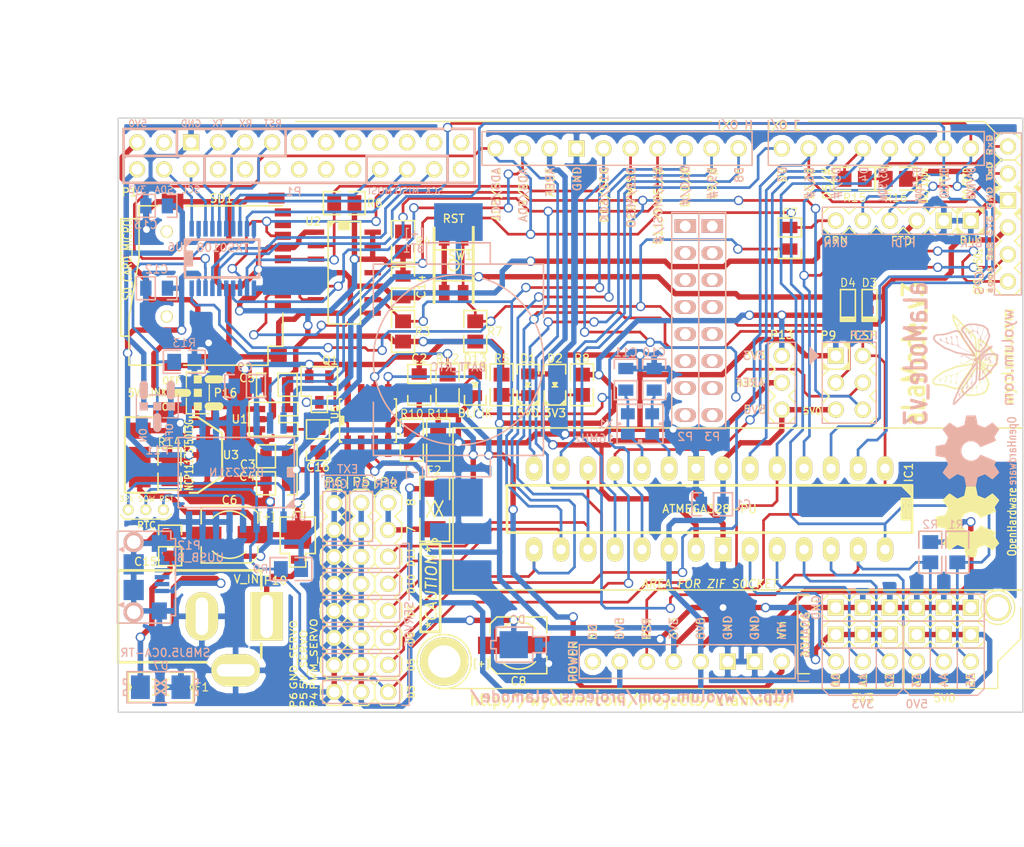
<source format=kicad_pcb>
(kicad_pcb (version 4) (host pcbnew "(2015-07-01 BZR 5850)-product")
  (layers (0 Front signal) (31 Back signal) (34 B.Paste user) (35 F.Paste user) (36 B.SilkS user) (37 F.SilkS user) (38 B.Mask user) (39 F.Mask user) (44 Edge.Cuts user))
  (net 0 "")
  (net 1 /5V_INT)
  (net 2 /5V_SERVO)
  (net 3 /AREF)
  (net 4 /GPS_BAT)
  (net 5 /GPS_Rx)
  (net 6 /PB0)
  (net 7 /PB1)
  (net 8 /PB6)
  (net 9 /PB7)
  (net 10 /PC0)
  (net 11 /PC1)
  (net 12 /PC2)
  (net 13 /PC3)
  (net 14 /PD2_1pps)
  (net 15 /PD4_GPS_Rx)
  (net 16 /PD5)
  (net 17 /PD6_GPS_Tx)
  (net 18 /PD7)
  (net 19 /RPi/5V0)
  (net 20 /RPi/MISO)
  (net 21 /RPi/MOSI)
  (net 22 /RPi/RESET)
  (net 23 /RPi/RXD)
  (net 24 /RPi/Rpi_3V3)
  (net 25 /RPi/Rpi_5V0)
  (net 26 /RPi/Rpi_MISO)
  (net 27 /RPi/Rpi_MOSI)
  (net 28 /RPi/Rpi_RST)
  (net 29 /RPi/Rpi_Rx)
  (net 30 /RPi/Rpi_SCK)
  (net 31 /RPi/Rpi_SCL)
  (net 32 /RPi/Rpi_SDA)
  (net 33 /RPi/Rpi_Tx)
  (net 34 /RPi/SCK)
  (net 35 /RPi/SCL)
  (net 36 /RPi/SDA)
  (net 37 /RPi/TXD)
  (net 38 /SD_CLK)
  (net 39 /SD_CS)
  (net 40 /SD_DATA_IN)
  (net 41 /SS)
  (net 42 /aLaMode_pwr/CMP)
  (net 43 /aLaMode_pwr/GATE_CMD)
  (net 44 /aLaMode_pwr/PWR_IN)
  (net 45 /aLaMode_pwr/USBVCC)
  (net 46 /aLaMode_pwr/USB_IN)
  (net 47 /aLaMode_pwr/V_IN)
  (net 48 /aLaMode_rtc/32k)
  (net 49 /aLaMode_rtc/BAT)
  (net 50 /aLaMode_rtc/PD3_SQW)
  (net 51 /aLaMode_rtc/RST)
  (net 52 /~RTS)
  (net 53 GND)
  (net 54 VCC)
  (net 55 "Net-(C16-Pad1)")
  (net 56 "Net-(D1-Pad1)")
  (net 57 "Net-(D2-Pad1)")
  (net 58 "Net-(D13-Pad1)")
  (net 59 "Net-(P16-Pad3)")
  (net 60 "Net-(R12-Pad1)")
  (module alamode_fp:I_O (layer Front) (at 28.0035 62.23)
    (fp_text reference B2 hide)
    (fp_text value I/O hide)
    (pad 1 thru_hole circle (at 0 0) (size 1.016 1.016) (drill 0.635) (layers *.Cu *.Mask F.SilkS) (net 50 /aLaMode_rtc/PD3_SQW))
  )
  (module alamode_fp:I_O (layer Front) (at 29.6545 62.23)
    (fp_text reference B3 hide)
    (fp_text value I/O hide)
    (pad 1 thru_hole circle (at 0 0) (size 1.016 1.016) (drill 0.635) (layers *.Cu *.Mask F.SilkS) (net 51 /aLaMode_rtc/RST))
  )
  (module alamode_fp:I_O (layer Front) (at 26.3525 62.2427)
    (fp_text reference B15 hide)
    (fp_text value I/O hide)
    (pad 1 thru_hole circle (at 0 0) (size 1.016 1.016) (drill 0.635) (layers *.Cu *.Mask F.SilkS) (net 48 /aLaMode_rtc/32k))
  )
  (module alamode_fp:c_0805 (layer Back) (at 81.28 61.722)
    (fp_text reference C1 (at 2.921 0) (layer B.SilkS) (effects (font (size 0.762 0.762) (thickness 0.127)) (justify mirror)))
    (fp_text value 100n hide)
    (pad 1 smd rect (at 1.016 0) (size 1.0668 1.4224) (layers Back B.Paste B.Mask) (net 19 /RPi/5V0))
    (pad 2 smd rect (at -1.016 0) (size 1.0668 1.4224) (layers Back B.Paste B.Mask) (net 53 GND))
  )
  (module alamode_fp:c_0805 (layer Front) (at 53.721 50.4825 90)
    (fp_text reference C2 (at 2.4765 0 180) (layer F.SilkS) (effects (font (size 0.762 0.762) (thickness 0.127))))
    (fp_text value 100n hide)
    (pad 1 smd rect (at 1.016 0 90) (size 1.0668 1.4224) (layers Front F.Paste F.Mask) (net 19 /RPi/5V0))
    (pad 2 smd rect (at -1.016 0 90) (size 1.0668 1.4224) (layers Front F.Paste F.Mask) (net 53 GND))
  )
  (module alamode_fp:c_0805 (layer Front) (at 40.3225 57.2135 180)
    (fp_text reference C3 (at 2.7305 -0.762 360) (layer F.SilkS) (effects (font (size 0.762 0.762) (thickness 0.127))))
    (fp_text value "2u2 Tant" hide)
    (pad 1 smd rect (at 1.016 0 180) (size 1.0668 1.4224) (layers Front F.Paste F.Mask) (net 19 /RPi/5V0))
    (pad 2 smd rect (at -1.016 0 180) (size 1.0668 1.4224) (layers Front F.Paste F.Mask) (net 53 GND))
  )
  (module alamode_fp:c_0805 (layer Front) (at 40.3225 59.7535 180)
    (fp_text reference C4 (at 2.794 0.635 360) (layer F.SilkS) (effects (font (size 0.762 0.762) (thickness 0.127))))
    (fp_text value 100n hide)
    (pad 1 smd rect (at 1.016 0 180) (size 1.0668 1.4224) (layers Front F.Paste F.Mask) (net 19 /RPi/5V0))
    (pad 2 smd rect (at -1.016 0 180) (size 1.0668 1.4224) (layers Front F.Paste F.Mask) (net 53 GND))
  )
  (module alamode_fp:c_0805 (layer Front) (at 40.3225 50.4825)
    (fp_text reference C5 (at -2.794 -0.635 180) (layer F.SilkS) (effects (font (size 0.762 0.762) (thickness 0.127))))
    (fp_text value 2u2 hide)
    (pad 1 smd rect (at 1.016 0) (size 1.0668 1.4224) (layers Front F.Paste F.Mask) (net 54 VCC))
    (pad 2 smd rect (at -1.016 0) (size 1.0668 1.4224) (layers Front F.Paste F.Mask) (net 53 GND))
  )
  (module alamode_fp:c_0805 (layer Front) (at 88.5825 36.703 90)
    (fp_text reference C7 (at 2.413 0 180) (layer F.SilkS) (effects (font (size 0.762 0.762) (thickness 0.127))))
    (fp_text value 100n hide)
    (pad 1 smd rect (at 1.016 0 90) (size 1.0668 1.4224) (layers Front F.Paste F.Mask) (net 52 /~RTS))
    (pad 2 smd rect (at -1.016 0 90) (size 1.0668 1.4224) (layers Front F.Paste F.Mask) (net 22 /RPi/RESET))
  )
  (module alamode_fp:c_0805 (layer Back) (at 37.338 50.6095)
    (fp_text reference C9 (at 0 -1.778) (layer B.SilkS) (effects (font (size 0.762 0.762) (thickness 0.127)) (justify mirror)))
    (fp_text value 100n hide)
    (pad 1 smd rect (at 1.016 0) (size 1.0668 1.4224) (layers Back B.Paste B.Mask) (net 49 /aLaMode_rtc/BAT))
    (pad 2 smd rect (at -1.016 0) (size 1.0668 1.4224) (layers Back B.Paste B.Mask) (net 53 GND))
  )
  (module alamode_fp:c_0805 (layer Back) (at 75.819 49.9745 270)
    (fp_text reference C10 (at -2.54 0 540) (layer B.SilkS) (effects (font (size 0.762 0.762) (thickness 0.127)) (justify mirror)))
    (fp_text value 22p hide)
    (pad 1 smd rect (at 1.016 0 270) (size 1.0668 1.4224) (layers Back B.Paste B.Mask) (net 8 /PB6))
    (pad 2 smd rect (at -1.016 0 270) (size 1.0668 1.4224) (layers Back B.Paste B.Mask) (net 53 GND))
  )
  (module alamode_fp:c_0805 (layer Back) (at 73.152 49.9745 270)
    (fp_text reference C11 (at -2.54 0 540) (layer B.SilkS) (effects (font (size 0.762 0.762) (thickness 0.127)) (justify mirror)))
    (fp_text value 22p hide)
    (pad 1 smd rect (at 1.016 0 270) (size 1.0668 1.4224) (layers Back B.Paste B.Mask) (net 9 /PB7))
    (pad 2 smd rect (at -1.016 0 270) (size 1.0668 1.4224) (layers Back B.Paste B.Mask) (net 53 GND))
  )
  (module alamode_fp:c_0805 (layer Back) (at 29.0195 41.402 180)
    (fp_text reference C12 (at 0 1.778 180) (layer B.SilkS) (effects (font (size 0.762 0.762) (thickness 0.127)) (justify mirror)))
    (fp_text value 100n hide)
    (pad 1 smd rect (at 1.016 0 180) (size 1.0668 1.4224) (layers Back B.Paste B.Mask) (net 53 GND))
    (pad 2 smd rect (at -1.016 0 180) (size 1.0668 1.4224) (layers Back B.Paste B.Mask) (net 19 /RPi/5V0))
  )
  (module alamode_fp:c_0805 (layer Back) (at 29.0195 33.655 180)
    (fp_text reference C13 (at 1.016 -1.778 180) (layer B.SilkS) (effects (font (size 0.762 0.762) (thickness 0.127)) (justify mirror)))
    (fp_text value 100n hide)
    (pad 1 smd rect (at 1.016 0 180) (size 1.0668 1.4224) (layers Back B.Paste B.Mask) (net 53 GND))
    (pad 2 smd rect (at -1.016 0 180) (size 1.0668 1.4224) (layers Back B.Paste B.Mask) (net 24 /RPi/Rpi_3V3))
  )
  (module alamode_fp:c_0805 (layer Front) (at 52.197 41.275 270)
    (fp_text reference C14 (at 0 -1.7145 450) (layer F.SilkS) (effects (font (size 0.762 0.762) (thickness 0.127))))
    (fp_text value 100n hide)
    (pad 1 smd rect (at 1.016 0 270) (size 1.0668 1.4224) (layers Front F.Paste F.Mask) (net 53 GND))
    (pad 2 smd rect (at -1.016 0 270) (size 1.0668 1.4224) (layers Front F.Paste F.Mask) (net 54 VCC))
  )
  (module alamode_fp:c_0805 (layer Front) (at 30.2895 65.5955 270)
    (fp_text reference C15 (at 1.524 2.286 360) (layer F.SilkS) (effects (font (size 0.762 0.762) (thickness 0.127))))
    (fp_text value 1n hide)
    (pad 1 smd rect (at 1.016 0 270) (size 1.0668 1.4224) (layers Front F.Paste F.Mask) (net 19 /RPi/5V0))
    (pad 2 smd rect (at -1.016 0 270) (size 1.0668 1.4224) (layers Front F.Paste F.Mask) (net 53 GND))
  )
  (module alamode_fp:c_0805 (layer Front) (at 44.196 55.6895 90)
    (fp_text reference C16 (at -2.54 0 180) (layer F.SilkS) (effects (font (size 0.762 0.762) (thickness 0.127))))
    (fp_text value 10n hide)
    (pad 1 smd rect (at 1.016 0 90) (size 1.0668 1.4224) (layers Front F.Paste F.Mask) (net 55 "Net-(C16-Pad1)"))
    (pad 2 smd rect (at -1.016 0 90) (size 1.0668 1.4224) (layers Front F.Paste F.Mask) (net 53 GND))
  )
  (module alamode_fp:led_0805 (layer Front) (at 63.9445 50.4825 270)
    (fp_text reference D1 (at -2.4765 0 360) (layer F.SilkS) (effects (font (size 0.762 0.762) (thickness 0.127))))
    (fp_text value 5V0 (at 2.667 0 360) (layer F.SilkS) (effects (font (size 0.762 0.762) (thickness 0.127))))
    (pad 1 smd rect (at 1.016 0 270) (size 1.016 1.27) (layers Front F.Paste F.Mask) (net 56 "Net-(D1-Pad1)"))
    (pad 2 smd rect (at -1.016 0 270) (size 1.016 1.27) (layers Front F.Paste F.Mask) (net 53 GND))
  )
  (module alamode_fp:led_0805 (layer Front) (at 66.4845 50.4825 270)
    (fp_text reference D2 (at -2.4765 0 360) (layer F.SilkS) (effects (font (size 0.762 0.762) (thickness 0.127))))
    (fp_text value 3V3 (at 2.667 0 360) (layer F.SilkS) (effects (font (size 0.762 0.762) (thickness 0.127))))
    (pad 1 smd rect (at 1.016 0 270) (size 1.016 1.27) (layers Front F.Paste F.Mask) (net 57 "Net-(D2-Pad1)"))
    (pad 2 smd rect (at -1.016 0 270) (size 1.016 1.27) (layers Front F.Paste F.Mask) (net 53 GND))
  )
  (module alamode_fp:d_VMD2 (layer Front) (at 96.0755 42.8625 270)
    (fp_text reference D3 (at -1.9685 0 360) (layer F.SilkS) (effects (font (size 0.762 0.762) (thickness 0.1016))))
    (fp_text value RB886G hide)
    (pad 2 smd rect (at 0.5715 0 270) (size 0.762 0.762) (layers Front F.Paste F.Mask) (net 4 /GPS_BAT))
    (pad 1 smd rect (at -0.635 0 270) (size 0.762 0.762) (layers Front F.Paste F.Mask) (net 54 VCC))
  )
  (module alamode_fp:d_VMD2 (layer Front) (at 94.0435 42.8625 270)
    (fp_text reference D4 (at -1.9685 0 360) (layer F.SilkS) (effects (font (size 0.762 0.762) (thickness 0.1016))))
    (fp_text value RB886G hide)
    (pad 2 smd rect (at 0.5715 0 270) (size 0.762 0.762) (layers Front F.Paste F.Mask) (net 4 /GPS_BAT))
    (pad 1 smd rect (at -0.635 0 270) (size 0.762 0.762) (layers Front F.Paste F.Mask) (net 49 /aLaMode_rtc/BAT))
  )
  (module alamode_fp:do_457 (layer Front) (at 42.291 66.2305 90)
    (fp_text reference D5 (at 4.445 0 180) (layer F.SilkS) (effects (font (size 0.762 0.762) (thickness 0.1016))))
    (fp_text value MBRM110LT1G hide)
    (pad 2 smd rect (at 1.651 0 90) (size 2.667 2.54) (layers Front F.Paste F.Mask) (net 47 /aLaMode_pwr/V_IN))
    (pad 1 smd rect (at -0.6985 0 90) (size 0.762 1.27) (layers Front F.Paste F.Mask) (net 44 /aLaMode_pwr/PWR_IN))
  )
  (module alamode_fp:diode-DO214AA (layer Back) (at 29.4005 78.9305)
    (fp_text reference D7 (at 0 -2.032) (layer B.SilkS) (effects (font (size 0.762 0.762) (thickness 0.127)) (justify mirror)))
    (fp_text value SMBJ5.0CA-TR (at 0.4445 -3.2385) (layer B.SilkS) (effects (font (size 0.762 0.762) (thickness 0.127)) (justify mirror)))
    (pad 2 smd rect (at 1.905 0) (size 1.778 2.2225) (layers Back B.Paste B.Mask) (net 53 GND))
    (pad 1 smd rect (at -1.905 0) (size 1.778 2.2225) (layers Back B.Paste B.Mask) (net 19 /RPi/5V0))
  )
  (module alamode_fp:do_457 (layer Back) (at 64.262 74.93 180)
    (fp_text reference D8 (at 1.27 2.3495 180) (layer B.SilkS) (effects (font (size 0.762 0.762) (thickness 0.1016)) (justify mirror)))
    (fp_text value MBRM110LT1G hide)
    (pad 2 smd rect (at 1.651 0 180) (size 2.667 2.54) (layers Back B.Paste B.Mask) (net 2 /5V_SERVO))
    (pad 1 smd rect (at -0.6985 0 180) (size 0.762 1.27) (layers Back B.Paste B.Mask) (net 53 GND))
  )
  (module alamode_fp:led_0805 (layer Front) (at 58.9915 50.4825 90)
    (fp_text reference D13 (at 2.4765 0 180) (layer F.SilkS) (effects (font (size 0.762 0.762) (thickness 0.127))))
    (fp_text value BLINK (at -2.667 0 180) (layer F.SilkS) (effects (font (size 0.762 0.762) (thickness 0.127))))
    (pad 1 smd rect (at 1.016 0 90) (size 1.016 1.27) (layers Front F.Paste F.Mask) (net 58 "Net-(D13-Pad1)"))
    (pad 2 smd rect (at -1.016 0 90) (size 1.016 1.27) (layers Front F.Paste F.Mask) (net 53 GND))
  )
  (module alamode_fp:DIP (layer Front) (at 81.026 62.1665)
    (fp_text reference DIP1 hide)
    (fp_text value DIP hide)
  )
  (module alamode_fp:f_1206 (layer Front) (at 29.4005 78.9305)
    (fp_text reference F1 (at 3.8735 0 180) (layer F.SilkS) (effects (font (size 0.762 0.762) (thickness 0.1016))))
    (fp_text value nanoSMDC110F hide)
    (pad 1 smd rect (at 1.905 0) (size 1.524 2.032) (layers Front F.Paste F.Mask) (net 46 /aLaMode_pwr/USB_IN))
    (pad 2 smd rect (at -1.905 0) (size 1.524 2.032) (layers Front F.Paste F.Mask) (net 19 /RPi/5V0))
  )
  (module alamode_fp:f_1206 (layer Front) (at 55.1815 62.1665 90)
    (fp_text reference F2 (at 3.6195 -0.0635 180) (layer F.SilkS) (effects (font (size 0.762 0.762) (thickness 0.1016))))
    (fp_text value nanoSMDC110F hide)
    (pad 1 smd rect (at 1.905 0 90) (size 1.524 2.032) (layers Front F.Paste F.Mask) (net 19 /RPi/5V0))
    (pad 2 smd rect (at -1.905 0 90) (size 1.524 2.032) (layers Front F.Paste F.Mask) (net 1 /5V_INT))
  )
  (module alamode_fp:Logo-WL3 (layer Front) (at 101.4095 42.7355 270)
    (fp_text reference G1 hide)
    (fp_text value Logo_Wyolum hide)
  )
  (module alamode_fp:Logo-WL3 (layer Back) (at 101.473 53.5305 90)
    (fp_text reference G2 hide)
    (fp_text value Logo_Wyolum hide)
  )
  (module alamode_fp:OSHW_6mm (layer Back) (at 105.283 56.7055 270)
    (fp_text reference G3 hide)
    (fp_text value Logo_OH hide)
    (fp_text user OpenHardware (at 0 -4.191 270) (layer B.SilkS) (effects (font (size 0.762 0.6096) (thickness 0.127)) (justify mirror)))
  )
  (module alamode_fp:OSHW_6mm (layer Front) (at 105.283 63.373 90)
    (fp_text reference G4 hide)
    (fp_text value Logo_OH hide)
    (fp_text user OpenHardware (at 0 4.191 90) (layer F.SilkS) (effects (font (size 0.762 0.6096) (thickness 0.127))))
  )
  (module alamode_fp:DIP-28__300_ELL (layer Front) (at 81.026 62.1665 180)
    (fp_text reference IC1 (at -18.7325 3.429 270) (layer F.SilkS) (effects (font (size 0.762 0.762) (thickness 0.127))))
    (fp_text value ATMEGA328-PU (at 0 0 180) (layer F.SilkS) (effects (font (size 0.762 0.762) (thickness 0.127))))
    (pad 2 thru_hole oval (at -13.97 3.81 180) (size 1.524 2.286) (drill 0.889) (layers *.Cu *.Mask F.SilkS) (net 23 /RPi/RXD))
    (pad 3 thru_hole oval (at -11.43 3.81 180) (size 1.524 2.286) (drill 0.889) (layers *.Cu *.Mask F.SilkS) (net 37 /RPi/TXD))
    (pad 4 thru_hole oval (at -8.89 3.81 180) (size 1.524 2.286) (drill 0.889) (layers *.Cu *.Mask F.SilkS) (net 14 /PD2_1pps))
    (pad 5 thru_hole oval (at -6.35 3.81 180) (size 1.524 2.286) (drill 0.889) (layers *.Cu *.Mask F.SilkS) (net 50 /aLaMode_rtc/PD3_SQW))
    (pad 6 thru_hole oval (at -3.81 3.81 180) (size 1.524 2.286) (drill 0.889) (layers *.Cu *.Mask F.SilkS) (net 15 /PD4_GPS_Rx))
    (pad 7 thru_hole oval (at -1.27 3.81 180) (size 1.524 2.286) (drill 0.889) (layers *.Cu *.Mask F.SilkS) (net 19 /RPi/5V0))
    (pad 8 thru_hole rect (at 1.27 3.81 180) (size 1.524 2.286) (drill 0.889) (layers *.Cu *.Mask F.SilkS) (net 53 GND))
    (pad 9 thru_hole oval (at 3.81 3.81 180) (size 1.524 2.286) (drill 0.889) (layers *.Cu *.Mask F.SilkS) (net 8 /PB6))
    (pad 10 thru_hole oval (at 6.35 3.81 180) (size 1.524 2.286) (drill 0.889) (layers *.Cu *.Mask F.SilkS) (net 9 /PB7))
    (pad 11 thru_hole oval (at 8.89 3.81 180) (size 1.524 2.286) (drill 0.889) (layers *.Cu *.Mask F.SilkS) (net 16 /PD5))
    (pad 12 thru_hole oval (at 11.43 3.81 180) (size 1.524 2.286) (drill 0.889) (layers *.Cu *.Mask F.SilkS) (net 17 /PD6_GPS_Tx))
    (pad 13 thru_hole oval (at 13.97 3.81 180) (size 1.524 2.286) (drill 0.889) (layers *.Cu *.Mask F.SilkS) (net 18 /PD7))
    (pad 14 thru_hole oval (at 16.51 3.81 180) (size 1.524 2.286) (drill 0.889) (layers *.Cu *.Mask F.SilkS) (net 6 /PB0))
    (pad 1 thru_hole oval (at -16.51 3.81 180) (size 1.524 2.286) (drill 0.889) (layers *.Cu *.Mask F.SilkS) (net 22 /RPi/RESET))
    (pad 15 thru_hole oval (at 16.51 -3.81 180) (size 1.524 2.286) (drill 0.889) (layers *.Cu *.Mask F.SilkS) (net 7 /PB1))
    (pad 16 thru_hole oval (at 13.97 -3.81 180) (size 1.524 2.286) (drill 0.889) (layers *.Cu *.Mask F.SilkS) (net 41 /SS))
    (pad 17 thru_hole oval (at 11.43 -3.81 180) (size 1.524 2.286) (drill 0.889) (layers *.Cu *.Mask F.SilkS) (net 21 /RPi/MOSI))
    (pad 18 thru_hole oval (at 8.89 -3.81 180) (size 1.524 2.286) (drill 0.889) (layers *.Cu *.Mask F.SilkS) (net 20 /RPi/MISO))
    (pad 19 thru_hole oval (at 6.35 -3.81 180) (size 1.524 2.286) (drill 0.889) (layers *.Cu *.Mask F.SilkS) (net 34 /RPi/SCK))
    (pad 20 thru_hole oval (at 3.81 -3.81 180) (size 1.524 2.286) (drill 0.889) (layers *.Cu *.Mask F.SilkS) (net 19 /RPi/5V0))
    (pad 21 thru_hole oval (at 1.27 -3.81 180) (size 1.524 2.286) (drill 0.889) (layers *.Cu *.Mask F.SilkS) (net 3 /AREF))
    (pad 22 thru_hole rect (at -1.27 -3.81 180) (size 1.524 2.286) (drill 0.889) (layers *.Cu *.Mask F.SilkS) (net 53 GND))
    (pad 23 thru_hole oval (at -3.81 -3.81 180) (size 1.524 2.286) (drill 0.889) (layers *.Cu *.Mask F.SilkS) (net 10 /PC0))
    (pad 24 thru_hole oval (at -6.35 -3.81 180) (size 1.524 2.286) (drill 0.889) (layers *.Cu *.Mask F.SilkS) (net 11 /PC1))
    (pad 25 thru_hole oval (at -8.89 -3.81 180) (size 1.524 2.286) (drill 0.889) (layers *.Cu *.Mask F.SilkS) (net 12 /PC2))
    (pad 26 thru_hole oval (at -11.43 -3.81 180) (size 1.524 2.286) (drill 0.889) (layers *.Cu *.Mask F.SilkS) (net 13 /PC3))
    (pad 27 thru_hole oval (at -13.97 -3.81 180) (size 1.524 2.286) (drill 0.889) (layers *.Cu *.Mask F.SilkS) (net 36 /RPi/SDA))
    (pad 28 thru_hole oval (at -16.51 -3.81 180) (size 1.524 2.286) (drill 0.889) (layers *.Cu *.Mask F.SilkS) (net 35 /RPi/SCL))
  )
  (module alamode_fp:Header_GPIO (layer Front) (at 42.418 28.956)
    (fp_text reference P1 (at -15.9385 3.429) (layer F.SilkS) (effects (font (size 0.762 0.762) (thickness 0.127))))
    (fp_text value BCM2835_GPIO hide)
    (pad 1 thru_hole circle (at -15.24 1.27) (size 1.524 1.524) (drill 1.016) (layers *.Cu *.Mask F.SilkS) (net 24 /RPi/Rpi_3V3))
    (pad 2 thru_hole circle (at -15.24 -1.27) (size 1.524 1.524) (drill 1.016) (layers *.Cu *.Mask F.SilkS) (net 25 /RPi/Rpi_5V0))
    (pad 3 thru_hole circle (at -12.7 1.27) (size 1.524 1.524) (drill 1.016) (layers *.Cu *.Mask F.SilkS) (net 32 /RPi/Rpi_SDA))
    (pad 4 thru_hole circle (at -12.7 -1.27) (size 1.524 1.524) (drill 1.016) (layers *.Cu *.Mask F.SilkS))
    (pad 5 thru_hole circle (at -10.16 1.27) (size 1.524 1.524) (drill 1.016) (layers *.Cu *.Mask F.SilkS) (net 31 /RPi/Rpi_SCL))
    (pad 6 thru_hole rect (at -10.16 -1.27) (size 1.524 1.524) (drill 1.016) (layers *.Cu *.Mask F.SilkS) (net 53 GND))
    (pad 7 thru_hole circle (at -7.62 1.27) (size 1.524 1.524) (drill 1.016) (layers *.Cu *.Mask F.SilkS))
    (pad 8 thru_hole circle (at -7.62 -1.27) (size 1.524 1.524) (drill 1.016) (layers *.Cu *.Mask F.SilkS) (net 33 /RPi/Rpi_Tx))
    (pad 9 thru_hole circle (at -5.08 1.27) (size 1.524 1.524) (drill 1.016) (layers *.Cu *.Mask F.SilkS))
    (pad 10 thru_hole circle (at -5.08 -1.27) (size 1.524 1.524) (drill 1.016) (layers *.Cu *.Mask F.SilkS) (net 29 /RPi/Rpi_Rx))
    (pad 11 thru_hole circle (at -2.54 1.27) (size 1.524 1.524) (drill 1.016) (layers *.Cu *.Mask F.SilkS))
    (pad 12 thru_hole circle (at -2.54 -1.27) (size 1.524 1.524) (drill 1.016) (layers *.Cu *.Mask F.SilkS) (net 28 /RPi/Rpi_RST))
    (pad 13 thru_hole circle (at 0 1.27) (size 1.524 1.524) (drill 1.016) (layers *.Cu *.Mask F.SilkS))
    (pad 14 thru_hole circle (at 0 -1.27) (size 1.524 1.524) (drill 1.016) (layers *.Cu *.Mask F.SilkS))
    (pad 15 thru_hole circle (at 2.54 1.27) (size 1.524 1.524) (drill 1.016) (layers *.Cu *.Mask F.SilkS))
    (pad 16 thru_hole circle (at 2.54 -1.27) (size 1.524 1.524) (drill 1.016) (layers *.Cu *.Mask F.SilkS))
    (pad 17 thru_hole circle (at 5.08 1.27) (size 1.524 1.524) (drill 1.016) (layers *.Cu *.Mask F.SilkS))
    (pad 18 thru_hole circle (at 5.08 -1.27) (size 1.524 1.524) (drill 1.016) (layers *.Cu *.Mask F.SilkS))
    (pad 19 thru_hole circle (at 7.62 1.27) (size 1.524 1.524) (drill 1.016) (layers *.Cu *.Mask F.SilkS) (net 27 /RPi/Rpi_MOSI))
    (pad 20 thru_hole circle (at 7.62 -1.27) (size 1.524 1.524) (drill 1.016) (layers *.Cu *.Mask F.SilkS))
    (pad 21 thru_hole circle (at 10.16 1.27) (size 1.524 1.524) (drill 1.016) (layers *.Cu *.Mask F.SilkS) (net 26 /RPi/Rpi_MISO))
    (pad 22 thru_hole circle (at 10.16 -1.27) (size 1.524 1.524) (drill 1.016) (layers *.Cu *.Mask F.SilkS))
    (pad 23 thru_hole circle (at 12.7 1.27) (size 1.524 1.524) (drill 1.016) (layers *.Cu *.Mask F.SilkS) (net 30 /RPi/Rpi_SCK))
    (pad 24 thru_hole circle (at 12.7 -1.27) (size 1.524 1.524) (drill 1.016) (layers *.Cu *.Mask F.SilkS))
    (pad 25 thru_hole circle (at 15.24 1.27) (size 1.524 1.524) (drill 1.016) (layers *.Cu *.Mask F.SilkS))
    (pad 26 thru_hole circle (at 15.24 -1.27) (size 1.524 1.524) (drill 1.016) (layers *.Cu *.Mask F.SilkS))
  )
  (module alamode_fp:Header_GPU_JTAG (layer Back) (at 78.74 44.45 270)
    (fp_text reference P2 (at 10.922 0 360) (layer B.SilkS) (effects (font (size 0.762 0.762) (thickness 0.127)) (justify mirror)))
    (fp_text value GPU_JTAG hide)
    (pad 1 thru_hole rect (at -8.89 0 270) (size 1.27 2.032) (drill 1.016) (layers *.Cu *.Mask B.SilkS) (clearance 0.1778))
    (pad 2 thru_hole oval (at -6.35 0 270) (size 1.27 2.032) (drill 1.016) (layers *.Cu *.Mask B.SilkS) (clearance 0.1778))
    (pad 3 thru_hole oval (at -3.81 0 270) (size 1.27 2.032) (drill 1.016) (layers *.Cu *.Mask B.SilkS) (clearance 0.1778))
    (pad 4 thru_hole oval (at -1.27 0 270) (size 1.27 2.032) (drill 1.016) (layers *.Cu *.Mask B.SilkS) (clearance 0.1778))
    (pad 5 thru_hole oval (at 1.27 0 270) (size 1.27 2.032) (drill 1.016) (layers *.Cu *.Mask B.SilkS) (clearance 0.1778))
    (pad 6 thru_hole oval (at 3.81 0 270) (size 1.27 2.032) (drill 1.016) (layers *.Cu *.Mask B.SilkS) (clearance 0.1778))
    (pad 7 thru_hole oval (at 6.35 0 270) (size 1.27 2.032) (drill 1.016) (layers *.Cu *.Mask B.SilkS) (clearance 0.1778))
    (pad 8 thru_hole oval (at 8.89 0 270) (size 1.27 2.032) (drill 1.016) (layers *.Cu *.Mask B.SilkS) (clearance 0.1778))
  )
  (module alamode_fp:Header_GPU_JTAG (layer Back) (at 81.28 44.45 270)
    (fp_text reference P3 (at 10.922 0 360) (layer B.SilkS) (effects (font (size 0.762 0.762) (thickness 0.127)) (justify mirror)))
    (fp_text value LAN_JTAG hide)
    (pad 1 thru_hole rect (at -8.89 0 270) (size 1.27 2.032) (drill 1.016) (layers *.Cu *.Mask B.SilkS) (clearance 0.1778))
    (pad 2 thru_hole oval (at -6.35 0 270) (size 1.27 2.032) (drill 1.016) (layers *.Cu *.Mask B.SilkS) (clearance 0.1778))
    (pad 3 thru_hole oval (at -3.81 0 270) (size 1.27 2.032) (drill 1.016) (layers *.Cu *.Mask B.SilkS) (clearance 0.1778))
    (pad 4 thru_hole oval (at -1.27 0 270) (size 1.27 2.032) (drill 1.016) (layers *.Cu *.Mask B.SilkS) (clearance 0.1778))
    (pad 5 thru_hole oval (at 1.27 0 270) (size 1.27 2.032) (drill 1.016) (layers *.Cu *.Mask B.SilkS) (clearance 0.1778))
    (pad 6 thru_hole oval (at 3.81 0 270) (size 1.27 2.032) (drill 1.016) (layers *.Cu *.Mask B.SilkS) (clearance 0.1778))
    (pad 7 thru_hole oval (at 6.35 0 270) (size 1.27 2.032) (drill 1.016) (layers *.Cu *.Mask B.SilkS) (clearance 0.1778))
    (pad 8 thru_hole oval (at 8.89 0 270) (size 1.27 2.032) (drill 1.016) (layers *.Cu *.Mask B.SilkS) (clearance 0.1778))
  )
  (module alamode_fp:Header_Servo (layer Front) (at 50.8 70.485 90)
    (fp_text reference P4 (at -9.652 -6.985 90) (layer F.SilkS) (effects (font (size 0.635 0.762) (thickness 0.127))))
    (fp_text value PWM_SERVO (at -5.334 -6.985 90) (layer F.SilkS) (effects (font (size 0.635 0.762) (thickness 0.127))))
    (fp_text user D11 (at 3.81 2.159 90) (layer F.SilkS) (effects (font (size 0.635 0.635) (thickness 0.127))))
    (fp_text user D10 (at 1.27 2.159 90) (layer F.SilkS) (effects (font (size 0.635 0.635) (thickness 0.127))))
    (fp_text user D9 (at -1.27 2.159 90) (layer F.SilkS) (effects (font (size 0.635 0.635) (thickness 0.127))))
    (fp_text user D6 (at -3.81 2.159 90) (layer F.SilkS) (effects (font (size 0.635 0.635) (thickness 0.127))))
    (fp_text user D5 (at -6.35 2.159 90) (layer F.SilkS) (effects (font (size 0.635 0.635) (thickness 0.127))))
    (fp_text user D3 (at -8.89 2.159 90) (layer F.SilkS) (effects (font (size 0.635 0.635) (thickness 0.127))))
    (pad 1 thru_hole circle (at -8.89 0 90) (size 1.524 1.524) (drill 1.016) (layers *.Cu *.Mask F.SilkS) (net 50 /aLaMode_rtc/PD3_SQW))
    (pad 2 thru_hole circle (at -6.35 0 90) (size 1.524 1.524) (drill 1.016) (layers *.Cu *.Mask F.SilkS) (net 16 /PD5))
    (pad 3 thru_hole circle (at -3.81 0 90) (size 1.524 1.524) (drill 1.016) (layers *.Cu *.Mask F.SilkS) (net 17 /PD6_GPS_Tx))
    (pad 4 thru_hole circle (at -1.27 0 90) (size 1.524 1.524) (drill 1.016) (layers *.Cu *.Mask F.SilkS) (net 7 /PB1))
    (pad 5 thru_hole circle (at 1.27 0 90) (size 1.524 1.524) (drill 1.016) (layers *.Cu *.Mask F.SilkS) (net 41 /SS))
    (pad 6 thru_hole circle (at 3.81 0 90) (size 1.524 1.524) (drill 1.016) (layers *.Cu *.Mask F.SilkS) (net 21 /RPi/MOSI))
    (pad 7 thru_hole circle (at 6.35 0 90) (size 1.524 1.524) (drill 1.016) (layers *.Cu *.Mask F.SilkS) (net 1 /5V_INT))
    (pad 8 thru_hole circle (at 8.89 0 90) (size 1.524 1.524) (drill 1.016) (layers *.Cu *.Mask F.SilkS) (net 1 /5V_INT))
  )
  (module alamode_fp:Header_Servo (layer Front) (at 48.26 70.485 90)
    (fp_text reference P5 (at -9.652 -5.3975 90) (layer F.SilkS) (effects (font (size 0.635 0.762) (thickness 0.127))))
    (fp_text value 5V_SERVO (at -5.842 -5.3975 90) (layer F.SilkS) (effects (font (size 0.635 0.762) (thickness 0.127))))
    (pad 1 thru_hole circle (at -8.89 0 90) (size 1.524 1.524) (drill 1.016) (layers *.Cu *.Mask F.SilkS) (net 2 /5V_SERVO))
    (pad 2 thru_hole circle (at -6.35 0 90) (size 1.524 1.524) (drill 1.016) (layers *.Cu *.Mask F.SilkS) (net 2 /5V_SERVO))
    (pad 3 thru_hole circle (at -3.81 0 90) (size 1.524 1.524) (drill 1.016) (layers *.Cu *.Mask F.SilkS) (net 2 /5V_SERVO))
    (pad 4 thru_hole circle (at -1.27 0 90) (size 1.524 1.524) (drill 1.016) (layers *.Cu *.Mask F.SilkS) (net 2 /5V_SERVO))
    (pad 5 thru_hole circle (at 1.27 0 90) (size 1.524 1.524) (drill 1.016) (layers *.Cu *.Mask F.SilkS) (net 2 /5V_SERVO))
    (pad 6 thru_hole circle (at 3.81 0 90) (size 1.524 1.524) (drill 1.016) (layers *.Cu *.Mask F.SilkS) (net 2 /5V_SERVO))
    (pad 7 thru_hole circle (at 6.35 0 90) (size 1.524 1.524) (drill 1.016) (layers *.Cu *.Mask F.SilkS) (net 2 /5V_SERVO))
    (pad 8 thru_hole circle (at 8.89 0 90) (size 1.524 1.524) (drill 1.016) (layers *.Cu *.Mask F.SilkS) (net 2 /5V_SERVO))
  )
  (module alamode_fp:Header_Servo (layer Front) (at 45.72 70.485 90)
    (fp_text reference P6 (at -9.652 -3.81 90) (layer F.SilkS) (effects (font (size 0.635 0.762) (thickness 0.127))))
    (fp_text value GND_SERVO (at -5.3975 -3.81 90) (layer F.SilkS) (effects (font (size 0.635 0.762) (thickness 0.127))))
    (pad 1 thru_hole circle (at -8.89 0 90) (size 1.524 1.524) (drill 1.016) (layers *.Cu *.Mask F.SilkS) (net 53 GND))
    (pad 2 thru_hole circle (at -6.35 0 90) (size 1.524 1.524) (drill 1.016) (layers *.Cu *.Mask F.SilkS) (net 53 GND))
    (pad 3 thru_hole circle (at -3.81 0 90) (size 1.524 1.524) (drill 1.016) (layers *.Cu *.Mask F.SilkS) (net 53 GND))
    (pad 4 thru_hole circle (at -1.27 0 90) (size 1.524 1.524) (drill 1.016) (layers *.Cu *.Mask F.SilkS) (net 53 GND))
    (pad 5 thru_hole circle (at 1.27 0 90) (size 1.524 1.524) (drill 1.016) (layers *.Cu *.Mask F.SilkS) (net 53 GND))
    (pad 6 thru_hole circle (at 3.81 0 90) (size 1.524 1.524) (drill 1.016) (layers *.Cu *.Mask F.SilkS) (net 53 GND))
    (pad 7 thru_hole circle (at 6.35 0 90) (size 1.524 1.524) (drill 1.016) (layers *.Cu *.Mask F.SilkS) (net 53 GND))
    (pad 8 thru_hole circle (at 8.89 0 90) (size 1.524 1.524) (drill 1.016) (layers *.Cu *.Mask F.SilkS) (net 53 GND))
  )
  (module alamode_fp:Header_GPS (layer Front) (at 109.093 34.417 270)
    (fp_text reference P7 hide)
    (fp_text value GPS_UP501 (at 5.3975 2.794 270) (layer F.SilkS) (effects (font (size 0.762 0.508) (thickness 0.127))))
    (fp_text user "1pps Bat 3V3 GND TxD RxD" (at 0 1.7145 270) (layer F.SilkS) (effects (font (size 0.508 0.7112) (thickness 0.127))))
    (pad 1 thru_hole circle (at -6.35 0 270) (size 1.524 1.524) (drill 1.016) (layers *.Cu *.Mask F.SilkS) (net 5 /GPS_Rx))
    (pad 2 thru_hole circle (at -3.81 0 270) (size 1.524 1.524) (drill 1.016) (layers *.Cu *.Mask F.SilkS) (net 17 /PD6_GPS_Tx))
    (pad 3 thru_hole rect (at -1.27 0 270) (size 1.524 1.524) (drill 1.016) (layers *.Cu *.Mask F.SilkS) (net 53 GND))
    (pad 4 thru_hole circle (at 1.27 0 270) (size 1.524 1.524) (drill 1.016) (layers *.Cu *.Mask F.SilkS) (net 54 VCC))
    (pad 5 thru_hole circle (at 3.81 0 270) (size 1.524 1.524) (drill 1.016) (layers *.Cu *.Mask F.SilkS) (net 4 /GPS_BAT))
    (pad 6 thru_hole circle (at 6.35 0 270) (size 1.524 1.524) (drill 1.016) (layers *.Cu *.Mask F.SilkS) (net 14 /PD2_1pps))
  )
  (module alamode_fp:Header_FTDI (layer Front) (at 99.2505 35.052 180)
    (fp_text reference P8 hide)
    (fp_text value FTDI (at 0 -1.905 180) (layer F.SilkS) (effects (font (size 0.762 0.762) (thickness 0.127))))
    (fp_text user GRN (at 6.35 -1.8415 180) (layer F.SilkS) (effects (font (size 0.635 0.762) (thickness 0.127))))
    (fp_text user BLK (at -6.35 -1.8415 180) (layer F.SilkS) (effects (font (size 0.635 0.762) (thickness 0.127))))
    (pad 1 thru_hole rect (at -6.35 0 180) (size 1.524 1.524) (drill 1.016) (layers *.Cu *.Mask F.SilkS) (net 53 GND))
    (pad 2 thru_hole rect (at -3.81 0 180) (size 1.524 1.524) (drill 1.016) (layers *.Cu *.Mask F.SilkS) (net 53 GND))
    (pad 3 thru_hole circle (at -1.27 0 180) (size 1.524 1.524) (drill 1.016) (layers *.Cu *.Mask F.SilkS) (net 45 /aLaMode_pwr/USBVCC))
    (pad 4 thru_hole circle (at 1.27 0 180) (size 1.524 1.524) (drill 1.016) (layers *.Cu *.Mask F.SilkS) (net 23 /RPi/RXD))
    (pad 5 thru_hole circle (at 3.81 0 180) (size 1.524 1.524) (drill 1.016) (layers *.Cu *.Mask F.SilkS) (net 37 /RPi/TXD))
    (pad 6 thru_hole circle (at 6.35 0 180) (size 1.524 1.524) (drill 1.016) (layers *.Cu *.Mask F.SilkS) (net 52 /~RTS))
  )
  (module alamode_fp:Header_ICSP (layer Front) (at 94.1705 50.292 90)
    (fp_text reference P9 (at 4.445 -1.9685 180) (layer F.SilkS) (effects (font (size 0.762 0.762) (thickness 0.127))))
    (fp_text value ICSP (at 4.445 1.3335 180) (layer F.SilkS) (effects (font (size 0.762 0.762) (thickness 0.127))))
    (fp_text user 5V0 (at -2.667 -3.4925 180) (layer F.SilkS) (effects (font (size 0.635 0.635) (thickness 0.127))))
    (pad 1 thru_hole circle (at -2.54 1.27 90) (size 1.524 1.524) (drill 1.016) (layers *.Cu *.Mask F.SilkS) (net 20 /RPi/MISO))
    (pad 2 thru_hole circle (at -2.54 -1.27 90) (size 1.524 1.524) (drill 1.016) (layers *.Cu *.Mask F.SilkS) (net 19 /RPi/5V0))
    (pad 3 thru_hole circle (at 0 1.27 90) (size 1.524 1.524) (drill 1.016) (layers *.Cu *.Mask F.SilkS) (net 34 /RPi/SCK))
    (pad 4 thru_hole circle (at 0 -1.27 90) (size 1.524 1.524) (drill 1.016) (layers *.Cu *.Mask F.SilkS) (net 21 /RPi/MOSI))
    (pad 5 thru_hole circle (at 2.54 1.27 90) (size 1.524 1.524) (drill 1.016) (layers *.Cu *.Mask F.SilkS) (net 22 /RPi/RESET))
    (pad 6 thru_hole rect (at 2.54 -1.27 90) (size 1.524 1.524) (drill 1.016) (layers *.Cu *.Mask F.SilkS) (net 53 GND))
  )
  (module alamode_fp:JACK_ALIM (layer Front) (at 33.274 72.263)
    (fp_text reference P10 (at 6.9215 -3.3655) (layer F.SilkS) (effects (font (size 0.762 0.762) (thickness 0.127))))
    (fp_text value V_IN (at 4.191 -3.4925) (layer F.SilkS) (effects (font (size 0.762 0.762) (thickness 0.127))))
    (pad 2 thru_hole oval (at 0 0) (size 3.048 4.572) (drill oval 1.1684 3.556) (layers *.Cu *.Mask F.SilkS) (net 53 GND))
    (pad 1 thru_hole rect (at 6.096 0) (size 3.048 4.572) (drill oval 1.1684 4.064) (layers *.Cu *.Mask F.SilkS) (net 44 /aLaMode_pwr/PWR_IN))
    (pad 3 thru_hole oval (at 3.175 5.08) (size 4.572 3.048) (drill oval 3.556 1.1684) (layers *.Cu *.Mask F.SilkS) (net 53 GND))
  )
  (module alamode_fp:Header_U6OE_SMT (layer Back) (at 29.083 52.5145 180)
    (fp_text reference P11 (at 0 -4.1275 180) (layer B.SilkS) (effects (font (size 0.762 0.762) (thickness 0.127)) (justify mirror)))
    (fp_text value U6_OE hide)
    (fp_text user ON (at 1.3335 -2.7305 450) (layer B.SilkS) (effects (font (size 0.635 0.635) (thickness 0.127)) (justify mirror)))
    (fp_text user OFF (at -1.143 -2.4765 450) (layer B.SilkS) (effects (font (size 0.635 0.635) (thickness 0.127)) (justify mirror)))
    (pad 3 smd oval (at -1.27 1.524 180) (size 0.762 1.778) (layers Back B.Paste B.SilkS B.Mask) (net 53 GND))
    (pad 1 smd oval (at 1.27 1.524 180) (size 0.762 1.778) (layers Back B.Paste B.SilkS B.Mask) (net 24 /RPi/Rpi_3V3))
    (pad 2 smd oval (at 0 -1.524 180) (size 0.762 1.778) (layers Back B.Paste B.SilkS B.Mask) (net 24 /RPi/Rpi_3V3))
    (pad 1 smd rect (at 1.27 0 180) (size 0.762 0.762) (layers Back B.Paste B.SilkS B.Mask) (net 24 /RPi/Rpi_3V3))
    (pad 2 smd rect (at 0 0 180) (size 0.762 0.762) (layers Back B.Paste B.SilkS B.Mask) (net 24 /RPi/Rpi_3V3))
    (pad 3 smd rect (at -1.27 0 180) (size 0.762 0.762) (layers Back B.Paste B.SilkS B.Mask) (net 53 GND))
  )
  (module alamode_fp:USB_B_Micro (layer Back) (at 29.5275 68.58)
    (fp_text reference P12 (at 2.54 -2.9845) (layer B.SilkS) (effects (font (size 0.762 0.762) (thickness 0.127)) (justify mirror)))
    (fp_text value UUSB_B (at 3.6195 -1.8415) (layer B.SilkS) (effects (font (size 0.762 0.762) (thickness 0.127)) (justify mirror)))
    (pad 3 smd rect (at 0 0) (size 1.3716 0.4064) (layers Back B.Paste B.Mask) (clearance 0.2032))
    (pad 4 smd rect (at 0 -0.65024) (size 1.3716 0.4064) (layers Back B.Paste B.Mask) (clearance 0.2032))
    (pad 5 smd rect (at 0 -1.30048) (size 1.3716 0.4064) (layers Back B.Paste B.Mask) (net 53 GND) (clearance 0.2032))
    (pad 2 smd rect (at 0 0.65024) (size 1.3716 0.4064) (layers Back B.Paste B.Mask) (clearance 0.2032))
    (pad 1 smd rect (at 0 1.30048) (size 1.3716 0.4064) (layers Back B.Paste B.Mask) (net 46 /aLaMode_pwr/USB_IN) (clearance 0.2032))
    (pad T1 smd rect (at -0.254 3.175) (size 1.4224 1.6002) (layers Back B.Paste B.Mask) (net 53 GND))
    (pad T2 smd rect (at -0.254 -3.175) (size 1.4224 1.6002) (layers Back B.Paste B.Mask) (net 53 GND))
    (pad T3 smd rect (at -2.667 1.2065) (size 1.905 1.905) (layers Back B.Paste B.Mask) (net 53 GND) (clearance 0.2032))
    (pad T4 smd rect (at -2.667 -1.2065) (size 1.905 1.905) (layers Back B.Paste B.Mask) (net 53 GND) (clearance 0.2032))
    (pad T5 thru_hole circle (at -2.667 3.302) (size 1.905 1.905) (drill 1.27) (layers *.Cu *.Paste *.Mask B.SilkS) (net 53 GND) (clearance 0.2032))
    (pad T6 thru_hole circle (at -2.667 -3.302) (size 1.905 1.905) (drill 1.27) (layers *.Cu *.Paste *.Mask B.SilkS) (net 53 GND) (clearance 0.2032))
  )
  (module alamode_fp:Header_A_REF (layer Front) (at 87.8205 50.292 270)
    (fp_text reference P13 (at -4.5085 0 360) (layer F.SilkS) (effects (font (size 0.762 0.762) (thickness 0.127))))
    (fp_text value AREF (at 0 2.8575 360) (layer F.SilkS) (effects (font (size 0.762 0.762) (thickness 0.127))))
    (fp_text user 5V0 (at 2.54 2.54 360) (layer F.SilkS) (effects (font (size 0.762 0.762) (thickness 0.127))))
    (fp_text user 3V3 (at -2.54 2.54 360) (layer F.SilkS) (effects (font (size 0.762 0.762) (thickness 0.127))))
    (pad 1 thru_hole circle (at -2.54 0 270) (size 1.524 1.524) (drill 1.016) (layers *.Cu *.Mask F.SilkS) (net 54 VCC))
    (pad 2 thru_hole circle (at 0 0 270) (size 1.524 1.524) (drill 1.016) (layers *.Cu *.Mask F.SilkS) (net 3 /AREF))
    (pad 3 thru_hole circle (at 2.54 0 270) (size 1.524 1.524) (drill 1.016) (layers *.Cu *.Mask F.SilkS) (net 19 /RPi/5V0))
  )
  (module alamode_fp:Header_6x1 (layer Front) (at 99.2505 73.9775 180)
    (fp_text reference P14 hide)
    (fp_text value ANALOG_5V0 hide)
    (pad 1 thru_hole rect (at -6.35 0 180) (size 1.524 1.524) (drill 1.016) (layers *.Cu *.Mask F.SilkS) (net 19 /RPi/5V0))
    (pad 2 thru_hole rect (at -3.81 0 180) (size 1.524 1.524) (drill 1.016) (layers *.Cu *.Mask F.SilkS) (net 19 /RPi/5V0))
    (pad 3 thru_hole rect (at -1.27 0 180) (size 1.524 1.524) (drill 1.016) (layers *.Cu *.Mask F.SilkS) (net 19 /RPi/5V0))
    (pad 4 thru_hole rect (at 1.27 0 180) (size 1.524 1.524) (drill 1.016) (layers *.Cu *.Mask F.SilkS) (net 54 VCC))
    (pad 5 thru_hole rect (at 3.81 0 180) (size 1.524 1.524) (drill 1.016) (layers *.Cu *.Mask F.SilkS) (net 54 VCC))
    (pad 6 thru_hole rect (at 6.35 0 180) (size 1.524 1.524) (drill 1.016) (layers *.Cu *.Mask F.SilkS) (net 54 VCC))
  )
  (module alamode_fp:Header_6x1 (layer Front) (at 99.2505 71.4375 180)
    (fp_text reference P15 hide)
    (fp_text value ANALOG_GND hide)
    (pad 1 thru_hole rect (at -6.35 0 180) (size 1.524 1.524) (drill 1.016) (layers *.Cu *.Mask F.SilkS) (net 53 GND))
    (pad 2 thru_hole rect (at -3.81 0 180) (size 1.524 1.524) (drill 1.016) (layers *.Cu *.Mask F.SilkS) (net 53 GND))
    (pad 3 thru_hole rect (at -1.27 0 180) (size 1.524 1.524) (drill 1.016) (layers *.Cu *.Mask F.SilkS) (net 53 GND))
    (pad 4 thru_hole rect (at 1.27 0 180) (size 1.524 1.524) (drill 1.016) (layers *.Cu *.Mask F.SilkS) (net 53 GND))
    (pad 5 thru_hole rect (at 3.81 0 180) (size 1.524 1.524) (drill 1.016) (layers *.Cu *.Mask F.SilkS) (net 53 GND))
    (pad 6 thru_hole rect (at 6.35 0 180) (size 1.524 1.524) (drill 1.016) (layers *.Cu *.Mask F.SilkS) (net 53 GND))
  )
  (module alamode_fp:Header_U6OE_SMT (layer Front) (at 32.893 51.2445 270)
    (fp_text reference P16 (at 0 -2.6035 360) (layer F.SilkS) (effects (font (size 0.762 0.762) (thickness 0.127))))
    (fp_text value 5V_LINK (at 0 4.699 360) (layer F.SilkS) (effects (font (size 0.762 0.635) (thickness 0.127))))
    (fp_text user ON (at 1.3335 2.7305 360) (layer F.SilkS) (effects (font (size 0.635 0.635) (thickness 0.127))))
    (fp_text user OFF (at -1.143 2.4765 360) (layer F.SilkS) (effects (font (size 0.635 0.635) (thickness 0.127))))
    (pad 3 smd oval (at -1.27 -1.524 270) (size 0.762 1.778) (layers Front F.Paste F.SilkS F.Mask) (net 59 "Net-(P16-Pad3)"))
    (pad 1 smd oval (at 1.27 -1.524 270) (size 0.762 1.778) (layers Front F.Paste F.SilkS F.Mask) (net 19 /RPi/5V0))
    (pad 2 smd oval (at 0 1.524 270) (size 0.762 1.778) (layers Front F.Paste F.SilkS F.Mask) (net 25 /RPi/Rpi_5V0))
    (pad 1 smd rect (at 1.27 0 270) (size 0.762 0.762) (layers Front F.Paste F.SilkS F.Mask) (net 19 /RPi/5V0))
    (pad 2 smd rect (at 0 0 270) (size 0.762 0.762) (layers Front F.Paste F.SilkS F.Mask) (net 25 /RPi/Rpi_5V0))
    (pad 3 smd rect (at -1.27 0 270) (size 0.762 0.762) (layers Front F.Paste F.SilkS F.Mask) (net 59 "Net-(P16-Pad3)"))
  )
  (module alamode_fp:SOT23-3 (layer Front) (at 44.323 50.927 180)
    (fp_text reference Q1 (at -1.016 2.7305 180) (layer F.SilkS) (effects (font (size 0.762 0.762) (thickness 0.127))))
    (fp_text value FDN340P hide)
    (pad G smd rect (at -0.9525 1.2065 180) (size 0.8001 1.19888) (layers Front F.Paste F.Mask) (net 43 /aLaMode_pwr/GATE_CMD))
    (pad D smd rect (at 0 -1.2065 180) (size 0.8001 1.19888) (layers Front F.Paste F.Mask) (net 45 /aLaMode_pwr/USBVCC))
    (pad S smd rect (at 0.9525 1.2065 180) (size 0.8001 1.19888) (layers Front F.Paste F.Mask) (net 19 /RPi/5V0))
  )
  (module alamode_fp:r_0805 (layer Back) (at 104.3305 66.2305 90)
    (fp_text reference R1 (at 2.6035 -0.127 180) (layer B.SilkS) (effects (font (size 0.762 0.762) (thickness 0.1016)) (justify mirror)))
    (fp_text value 10k hide)
    (pad 1 smd rect (at 0.9525 0 90) (size 1.30048 1.4986) (layers Back B.Paste B.Mask) (net 19 /RPi/5V0))
    (pad 2 smd rect (at -0.9525 0 90) (size 1.30048 1.4986) (layers Back B.Paste B.Mask) (net 35 /RPi/SCL))
  )
  (module alamode_fp:r_0805 (layer Back) (at 101.7905 66.2305 90)
    (fp_text reference R2 (at 2.6035 0 180) (layer B.SilkS) (effects (font (size 0.762 0.762) (thickness 0.1016)) (justify mirror)))
    (fp_text value 10k hide)
    (pad 1 smd rect (at 0.9525 0 90) (size 1.30048 1.4986) (layers Back B.Paste B.Mask) (net 19 /RPi/5V0))
    (pad 2 smd rect (at -0.9525 0 90) (size 1.30048 1.4986) (layers Back B.Paste B.Mask) (net 36 /RPi/SDA))
  )
  (module alamode_fp:r_0805 (layer Front) (at 52.197 45.466 270)
    (fp_text reference R3 (at 0 -1.8415 540) (layer F.SilkS) (effects (font (size 0.762 0.762) (thickness 0.1016))))
    (fp_text value 10k hide)
    (pad 1 smd rect (at 0.9525 0 270) (size 1.30048 1.4986) (layers Front F.Paste F.Mask) (net 54 VCC))
    (pad 2 smd rect (at -0.9525 0 270) (size 1.30048 1.4986) (layers Front F.Paste F.Mask) (net 41 /SS))
  )
  (module alamode_fp:r_0805 (layer Front) (at 52.197 37.0205 270)
    (fp_text reference R4 (at 0 -1.905 540) (layer F.SilkS) (effects (font (size 0.762 0.762) (thickness 0.1016))))
    (fp_text value 10k hide)
    (pad 1 smd rect (at 0.9525 0 270) (size 1.30048 1.4986) (layers Front F.Paste F.Mask) (net 54 VCC))
    (pad 2 smd rect (at -0.9525 0 270) (size 1.30048 1.4986) (layers Front F.Paste F.Mask) (net 21 /RPi/MOSI))
  )
  (module alamode_fp:r_0805 (layer Front) (at 61.468 50.4825 90)
    (fp_text reference R5 (at 2.4765 0 180) (layer F.SilkS) (effects (font (size 0.762 0.762) (thickness 0.1016))))
    (fp_text value 1k5 hide)
    (pad 1 smd rect (at 0.9525 0 90) (size 1.30048 1.4986) (layers Front F.Paste F.Mask) (net 19 /RPi/5V0))
    (pad 2 smd rect (at -0.9525 0 90) (size 1.30048 1.4986) (layers Front F.Paste F.Mask) (net 56 "Net-(D1-Pad1)"))
  )
  (module alamode_fp:r_0805 (layer Front) (at 46.6725 33.401)
    (fp_text reference R6 (at 2.8575 0) (layer F.SilkS) (effects (font (size 0.762 0.762) (thickness 0.1016))))
    (fp_text value 10k hide)
    (pad 1 smd rect (at 0.9525 0) (size 1.30048 1.4986) (layers Front F.Paste F.Mask) (net 54 VCC))
    (pad 2 smd rect (at -0.9525 0) (size 1.30048 1.4986) (layers Front F.Paste F.Mask) (net 34 /RPi/SCK))
  )
  (module alamode_fp:r_0805 (layer Front) (at 58.9915 45.466 270)
    (fp_text reference R7 (at 0 -1.8415 360) (layer F.SilkS) (effects (font (size 0.762 0.762) (thickness 0.1016))))
    (fp_text value 10k hide)
    (pad 1 smd rect (at 0.9525 0 270) (size 1.30048 1.4986) (layers Front F.Paste F.Mask) (net 19 /RPi/5V0))
    (pad 2 smd rect (at -0.9525 0 270) (size 1.30048 1.4986) (layers Front F.Paste F.Mask) (net 22 /RPi/RESET))
  )
  (module alamode_fp:r_0805 (layer Front) (at 69.0245 50.4825 90)
    (fp_text reference R8 (at 2.4765 0 180) (layer F.SilkS) (effects (font (size 0.762 0.762) (thickness 0.1016))))
    (fp_text value 1k5 hide)
    (pad 1 smd rect (at 0.9525 0 90) (size 1.30048 1.4986) (layers Front F.Paste F.Mask) (net 54 VCC))
    (pad 2 smd rect (at -0.9525 0 90) (size 1.30048 1.4986) (layers Front F.Paste F.Mask) (net 57 "Net-(D2-Pad1)"))
  )
  (module alamode_fp:r_0805 (layer Back) (at 41.656 67.818)
    (fp_text reference R9 (at -2.8575 0) (layer B.SilkS) (effects (font (size 0.762 0.762) (thickness 0.1016)) (justify mirror)))
    (fp_text value 10k hide)
    (pad 1 smd rect (at 0.9525 0) (size 1.30048 1.4986) (layers Back B.Paste B.Mask) (net 19 /RPi/5V0))
    (pad 2 smd rect (at -0.9525 0) (size 1.30048 1.4986) (layers Back B.Paste B.Mask) (net 50 /aLaMode_rtc/PD3_SQW))
  )
  (module alamode_fp:r_0805 (layer Front) (at 53.0225 55.6895 90)
    (fp_text reference R10 (at 2.4765 0 180) (layer F.SilkS) (effects (font (size 0.762 0.762) (thickness 0.1016))))
    (fp_text value 10k hide)
    (pad 1 smd rect (at 0.9525 0 90) (size 1.30048 1.4986) (layers Front F.Paste F.Mask) (net 47 /aLaMode_pwr/V_IN))
    (pad 2 smd rect (at -0.9525 0 90) (size 1.30048 1.4986) (layers Front F.Paste F.Mask) (net 42 /aLaMode_pwr/CMP))
  )
  (module alamode_fp:r_0805 (layer Front) (at 55.499 55.6895 270)
    (fp_text reference R11 (at -2.4765 -0.0635 360) (layer F.SilkS) (effects (font (size 0.762 0.762) (thickness 0.1016))))
    (fp_text value 10k hide)
    (pad 1 smd rect (at 0.9525 0 270) (size 1.30048 1.4986) (layers Front F.Paste F.Mask) (net 42 /aLaMode_pwr/CMP))
    (pad 2 smd rect (at -0.9525 0 270) (size 1.30048 1.4986) (layers Front F.Paste F.Mask) (net 53 GND))
  )
  (module alamode_fp:r_0805 (layer Front) (at 56.388 50.4825 90)
    (fp_text reference R12 (at 2.4765 0 180) (layer F.SilkS) (effects (font (size 0.762 0.762) (thickness 0.1016))))
    (fp_text value 1k hide)
    (pad 1 smd rect (at 0.9525 0 90) (size 1.30048 1.4986) (layers Front F.Paste F.Mask) (net 60 "Net-(R12-Pad1)"))
    (pad 2 smd rect (at -0.9525 0 90) (size 1.30048 1.4986) (layers Front F.Paste F.Mask) (net 58 "Net-(D13-Pad1)"))
  )
  (module alamode_fp:r_0805 (layer Back) (at 31.623 48.3235 180)
    (fp_text reference R13 (at 0 1.778 180) (layer B.SilkS) (effects (font (size 0.762 0.762) (thickness 0.1016)) (justify mirror)))
    (fp_text value 10k hide)
    (pad 1 smd rect (at 0.9525 0 180) (size 1.30048 1.4986) (layers Back B.Paste B.Mask) (net 24 /RPi/Rpi_3V3))
    (pad 2 smd rect (at -0.9525 0 180) (size 1.30048 1.4986) (layers Back B.Paste B.Mask) (net 53 GND))
  )
  (module alamode_fp:r_0805 (layer Front) (at 30.226 58.42 270)
    (fp_text reference R14 (at -2.54 0 360) (layer F.SilkS) (effects (font (size 0.762 0.762) (thickness 0.1016))))
    (fp_text value 0E hide)
    (pad 1 smd rect (at 0.9525 0 270) (size 1.30048 1.4986) (layers Front F.Paste F.Mask) (net 47 /aLaMode_pwr/V_IN))
    (pad 2 smd rect (at -0.9525 0 270) (size 1.30048 1.4986) (layers Front F.Paste F.Mask) (net 19 /RPi/5V0))
  )
  (module alamode_fp:r_0805 (layer Front) (at 94.6785 31.115 180)
    (fp_text reference R15 (at 0 -1.778 180) (layer F.SilkS) (effects (font (size 0.762 0.762) (thickness 0.1016))))
    (fp_text value 8k2 hide)
    (pad 1 smd rect (at 0.9525 0 180) (size 1.30048 1.4986) (layers Front F.Paste F.Mask) (net 15 /PD4_GPS_Rx))
    (pad 2 smd rect (at -0.9525 0 180) (size 1.30048 1.4986) (layers Front F.Paste F.Mask) (net 5 /GPS_Rx))
  )
  (module alamode_fp:r_0805 (layer Front) (at 98.552 31.115 180)
    (fp_text reference R16 (at 0 -1.778 180) (layer F.SilkS) (effects (font (size 0.762 0.762) (thickness 0.1016))))
    (fp_text value 16k hide)
    (pad 1 smd rect (at 0.9525 0 180) (size 1.30048 1.4986) (layers Front F.Paste F.Mask) (net 5 /GPS_Rx))
    (pad 2 smd rect (at -0.9525 0 180) (size 1.30048 1.4986) (layers Front F.Paste F.Mask) (net 53 GND))
  )
  (module alamode_fp:SD_Micro (layer Front) (at 40.894 38.6715 180)
    (fp_text reference SD1 (at 5.7785 5.715 180) (layer F.SilkS) (effects (font (size 0.762 0.762) (thickness 0.127))))
    (fp_text value SD_CARD_MICRO (at 14.605 -0.0635 270) (layer F.SilkS) (effects (font (size 0.762 0.635) (thickness 0.127))))
    (pad 5 smd rect (at 0 0 180) (size 1.524 0.762) (layers Front F.Paste F.Mask) (net 38 /SD_CLK))
    (pad 6 smd rect (at 0 1.09982 180) (size 1.524 0.762) (layers Front F.Paste F.Mask) (net 53 GND))
    (pad 7 smd rect (at 0 2.19964 180) (size 1.524 0.762) (layers Front F.Paste F.Mask) (net 20 /RPi/MISO))
    (pad 8 smd rect (at 0 3.29946 180) (size 1.524 0.762) (layers Front F.Paste F.Mask))
    (pad 9 smd rect (at 0 4.39928 180) (size 1.524 0.762) (layers Front F.Paste F.Mask))
    (pad 4 smd rect (at 0 -1.09982 180) (size 1.524 0.762) (layers Front F.Paste F.Mask) (net 54 VCC))
    (pad 3 smd rect (at 0 -2.19964 180) (size 1.524 0.762) (layers Front F.Paste F.Mask) (net 40 /SD_DATA_IN))
    (pad 2 smd rect (at 0 -3.29946 180) (size 1.524 0.762) (layers Front F.Paste F.Mask) (net 39 /SD_CS))
    (pad 1 smd rect (at 0 -4.39928 180) (size 1.524 0.762) (layers Front F.Paste F.Mask))
    (pad G1 smd rect (at 0.59944 5.74548 180) (size 1.524 1.016) (layers Front F.Paste F.Mask) (net 53 GND))
    (pad G2 smd rect (at 10.37336 5.40004 180) (size 2.032 1.524) (layers Front F.Paste F.Mask) (net 53 GND))
    (pad G3 smd rect (at 10.37336 -9.99998 180) (size 1.524 1.016) (layers Front F.Paste F.Mask) (net 53 GND))
    (pad G4 smd rect (at 0.39116 -9.1821 180) (size 1.524 1.524) (layers Front F.Paste F.Mask) (net 53 GND))
    (pad H1 thru_hole circle (at 10.922 2.6035 180) (size 1.143 1.143) (drill 0.889) (layers *.Cu *.Mask F.SilkS))
    (pad H2 thru_hole circle (at 10.922 -5.3975 180) (size 1.143 1.143) (drill 0.889) (layers *.Cu *.Mask F.SilkS))
  )
  (module alamode_fp:ARDUINO_SHIELD_2_040pins (layer Front) (at 42.1005 79.0575)
    (fp_text reference SHIELD1 hide)
    (fp_text value ARDUINO_SHIELD hide)
    (fp_text user D0/RXD (at 63.1825 -47.498 90) (layer F.SilkS) (effects (font (size 0.762 0.508) (thickness 0.127))))
    (fp_text user D1/TXD (at 61.0235 -47.5615 90) (layer F.SilkS) (effects (font (size 0.762 0.508) (thickness 0.127))))
    (fp_text user D2/1pps (at 59.055 -47.3075 90) (layer F.SilkS) (effects (font (size 0.762 0.508) (thickness 0.127))))
    (fp_text user D5/# (at 49.9745 -47.498 90) (layer F.SilkS) (effects (font (size 0.762 0.762) (thickness 0.127))))
    (fp_text user D6/# (at 48.3235 -47.498 90) (layer F.SilkS) (effects (font (size 0.762 0.762) (thickness 0.127))))
    (fp_text user D7 (at 45.7835 -48.3235 90) (layer F.SilkS) (effects (font (size 0.762 0.762) (thickness 0.127))))
    (fp_text user D8 (at 41.7195 -48.3235 90) (layer F.SilkS) (effects (font (size 0.762 0.762) (thickness 0.127))))
    (fp_text user D9/# (at 39.1795 -47.498 90) (layer F.SilkS) (effects (font (size 0.762 0.762) (thickness 0.127))))
    (fp_text user D10/# (at 36.6395 -47.117 90) (layer F.SilkS) (effects (font (size 0.762 0.762) (thickness 0.127))))
    (fp_text user D11/MOSI/# (at 34.0995 -45.3771 90) (layer F.SilkS) (effects (font (size 0.762 0.762) (thickness 0.127))))
    (fp_text user D12/MISO (at 31.5595 -46.2026 90) (layer F.SilkS) (effects (font (size 0.762 0.762) (thickness 0.127))))
    (fp_text user D13/SCK (at 29.0195 -46.4185 90) (layer F.SilkS) (effects (font (size 0.762 0.762) (thickness 0.127))))
    (fp_text user GND (at 26.4795 -47.9425 90) (layer F.SilkS) (effects (font (size 0.762 0.762) (thickness 0.127))))
    (fp_text user AREF (at 23.9395 -47.625 90) (layer F.SilkS) (effects (font (size 0.762 0.762) (thickness 0.127))))
    (fp_text user AD4/SDA (at 21.3995 -46.4185 90) (layer F.SilkS) (effects (font (size 0.762 0.762) (thickness 0.127))))
    (fp_text user AD5/SCL (at 18.8595 -46.482 90) (layer F.SilkS) (effects (font (size 0.762 0.762) (thickness 0.127))))
    (fp_text user A5 (at 63.5 -0.8255 90) (layer F.SilkS) (effects (font (size 0.762 0.762) (thickness 0.127))))
    (fp_text user A4 (at 60.96 -0.8255 90) (layer F.SilkS) (effects (font (size 0.762 0.762) (thickness 0.127))))
    (fp_text user A3 (at 58.42 -0.8255 90) (layer F.SilkS) (effects (font (size 0.762 0.762) (thickness 0.127))))
    (fp_text user A2 (at 55.88 -0.8255 90) (layer F.SilkS) (effects (font (size 0.762 0.762) (thickness 0.127))))
    (fp_text user A1 (at 53.34 -0.8255 90) (layer F.SilkS) (effects (font (size 0.762 0.762) (thickness 0.127))))
    (fp_text user A0 (at 50.8 -0.8255 90) (layer F.SilkS) (effects (font (size 0.762 0.762) (thickness 0.127))))
    (fp_text user Vin (at 45.72 -5.5245 90) (layer F.SilkS) (effects (font (size 0.762 0.762) (thickness 0.127))))
    (fp_text user GND (at 43.18 -5.715 90) (layer F.SilkS) (effects (font (size 0.762 0.762) (thickness 0.127))))
    (fp_text user GND (at 40.64 -5.715 90) (layer F.SilkS) (effects (font (size 0.762 0.762) (thickness 0.127))))
    (fp_text user 5V0 (at 38.1 -5.6515 90) (layer F.SilkS) (effects (font (size 0.762 0.762) (thickness 0.127))))
    (fp_text user 3V3 (at 35.56 -5.6515 90) (layer F.SilkS) (effects (font (size 0.762 0.762) (thickness 0.127))))
    (fp_text user RST (at 33.02 -5.588 90) (layer F.SilkS) (effects (font (size 0.762 0.762) (thickness 0.127))))
    (fp_text user 5V0 (at 30.48 -5.6515 90) (layer F.SilkS) (effects (font (size 0.762 0.762) (thickness 0.127))))
    (fp_text user NC (at 27.94 -5.334 90) (layer F.SilkS) (effects (font (size 0.762 0.762) (thickness 0.127))))
    (pad AD5 thru_hole circle (at 63.5 -2.54) (size 1.524 1.524) (drill 1.016) (layers *.Cu *.Mask F.SilkS) (net 35 /RPi/SCL))
    (pad AD4 thru_hole circle (at 60.96 -2.54) (size 1.524 1.524) (drill 1.016) (layers *.Cu *.Mask F.SilkS) (net 36 /RPi/SDA))
    (pad AD3 thru_hole circle (at 58.42 -2.54) (size 1.524 1.524) (drill 1.016) (layers *.Cu *.Mask F.SilkS) (net 13 /PC3))
    (pad AD0 thru_hole circle (at 50.8 -2.54) (size 1.524 1.524) (drill 1.016) (layers *.Cu *.Mask F.SilkS) (net 10 /PC0))
    (pad AD1 thru_hole circle (at 53.34 -2.54) (size 1.524 1.524) (drill 1.016) (layers *.Cu *.Mask F.SilkS) (net 11 /PC1))
    (pad AD2 thru_hole circle (at 55.88 -2.54) (size 1.524 1.524) (drill 1.016) (layers *.Cu *.Mask F.SilkS) (net 12 /PC2))
    (pad V_IN thru_hole circle (at 45.72 -2.54) (size 1.524 1.524) (drill 1.016) (layers *.Cu *.Mask F.SilkS) (net 47 /aLaMode_pwr/V_IN))
    (pad GND2 thru_hole rect (at 43.18 -2.54 90) (size 1.524 1.524) (drill 1.016) (layers *.Cu *.Mask F.SilkS) (net 53 GND))
    (pad GND1 thru_hole rect (at 40.64 -2.54 90) (size 1.524 1.524) (drill 1.016) (layers *.Cu *.Mask F.SilkS) (net 53 GND))
    (pad 3V3 thru_hole circle (at 35.56 -2.54) (size 1.524 1.524) (drill 1.016) (layers *.Cu *.Mask F.SilkS) (net 54 VCC))
    (pad RST thru_hole circle (at 33.02 -2.54) (size 1.524 1.524) (drill 1.016) (layers *.Cu *.Mask F.SilkS) (net 22 /RPi/RESET))
    (pad 0 thru_hole circle (at 63.5 -50.8) (size 1.524 1.524) (drill 1.016) (layers *.Cu *.Mask F.SilkS) (net 23 /RPi/RXD))
    (pad 1 thru_hole circle (at 60.96 -50.8) (size 1.524 1.524) (drill 1.016) (layers *.Cu *.Mask F.SilkS) (net 37 /RPi/TXD))
    (pad 2 thru_hole circle (at 58.42 -50.8) (size 1.524 1.524) (drill 1.016) (layers *.Cu *.Mask F.SilkS) (net 14 /PD2_1pps))
    (pad 3 thru_hole circle (at 55.88 -50.8) (size 1.524 1.524) (drill 1.016) (layers *.Cu *.Mask F.SilkS) (net 50 /aLaMode_rtc/PD3_SQW))
    (pad 4 thru_hole circle (at 53.34 -50.8) (size 1.524 1.524) (drill 1.016) (layers *.Cu *.Mask F.SilkS) (net 15 /PD4_GPS_Rx))
    (pad 5 thru_hole circle (at 50.8 -50.8) (size 1.524 1.524) (drill 1.016) (layers *.Cu *.Mask F.SilkS) (net 16 /PD5))
    (pad 6 thru_hole circle (at 48.26 -50.8) (size 1.524 1.524) (drill 1.016) (layers *.Cu *.Mask F.SilkS) (net 17 /PD6_GPS_Tx))
    (pad 7 thru_hole circle (at 45.72 -50.8) (size 1.524 1.524) (drill 1.016) (layers *.Cu *.Mask F.SilkS) (net 18 /PD7))
    (pad 8 thru_hole circle (at 41.656 -50.8) (size 1.524 1.524) (drill 1.016) (layers *.Cu *.Mask F.SilkS) (net 6 /PB0))
    (pad 9 thru_hole circle (at 39.116 -50.8) (size 1.524 1.524) (drill 1.016) (layers *.Cu *.Mask F.SilkS) (net 7 /PB1))
    (pad 10 thru_hole circle (at 36.576 -50.8) (size 1.524 1.524) (drill 1.016) (layers *.Cu *.Mask F.SilkS) (net 41 /SS))
    (pad 11 thru_hole circle (at 34.036 -50.8) (size 1.524 1.524) (drill 1.016) (layers *.Cu *.Mask F.SilkS) (net 21 /RPi/MOSI))
    (pad 12 thru_hole circle (at 31.496 -50.8) (size 1.524 1.524) (drill 1.016) (layers *.Cu *.Mask F.SilkS) (net 20 /RPi/MISO))
    (pad 13 thru_hole circle (at 28.956 -50.8) (size 1.524 1.524) (drill 1.016) (layers *.Cu *.Mask F.SilkS) (net 34 /RPi/SCK))
    (pad GND3 thru_hole rect (at 26.416 -50.8 90) (size 1.524 1.524) (drill 1.016) (layers *.Cu *.Mask F.SilkS) (net 53 GND))
    (pad AREF thru_hole circle (at 23.876 -50.8) (size 1.524 1.524) (drill 1.016) (layers *.Cu *.Mask F.SilkS) (net 3 /AREF))
    (pad 5V thru_hole circle (at 38.1 -2.54) (size 1.524 1.524) (drill 1.016) (layers *.Cu *.Mask F.SilkS) (net 19 /RPi/5V0))
    (pad H1 thru_hole circle (at 13.97 -2.54) (size 4.572 4.572) (drill 3.048) (layers *.Cu *.Paste *.Mask F.SilkS))
    (pad H2 thru_hole circle (at 66.04 -7.62) (size 2.54 2.54) (drill 2.032) (layers *.Cu *.Paste *.Mask F.SilkS))
    (pad 5V thru_hole circle (at 30.48 -2.54) (size 1.524 1.524) (drill 1.016) (layers *.Cu *.Mask F.SilkS) (net 19 /RPi/5V0))
    (pad NC thru_hole circle (at 27.94 -2.54) (size 1.524 1.524) (drill 1.016) (layers *.Cu *.Mask F.SilkS))
    (pad AD4 thru_hole circle (at 21.336 -50.8) (size 1.524 1.524) (drill 1.016) (layers *.Cu *.Mask F.SilkS) (net 36 /RPi/SDA))
    (pad AD5 thru_hole circle (at 18.796 -50.8) (size 1.524 1.524) (drill 1.016) (layers *.Cu *.Mask F.SilkS) (net 35 /RPi/SCL))
  )
  (module alamode_fp:SW_SMD (layer Front) (at 56.9595 39.243 270)
    (fp_text reference SW1 (at -0.889 -0.635 360) (layer F.SilkS) (effects (font (size 0.762 0.762) (thickness 0.127))))
    (fp_text value RST (at -4.3815 0 360) (layer F.SilkS) (effects (font (size 0.762 0.762) (thickness 0.127))))
    (pad 1 smd rect (at -2.6035 0.889 270) (size 1.50114 1.00076) (layers Front F.Paste F.Mask) (net 53 GND))
    (pad 1 smd rect (at 2.6035 0.889 270) (size 1.50114 1.00076) (layers Front F.Paste F.Mask) (net 53 GND))
    (pad 2 smd rect (at 2.6035 -0.889 270) (size 1.50114 1.00076) (layers Front F.Paste F.Mask) (net 22 /RPi/RESET))
    (pad 2 smd rect (at -2.6035 -0.889 270) (size 1.50114 1.00076) (layers Front F.Paste F.Mask) (net 22 /RPi/RESET))
  )
  (module alamode_fp:SOT23-5 (layer Front) (at 40.005 53.721 270)
    (fp_text reference U1 (at 0 3.175 360) (layer F.SilkS) (effects (font (size 0.762 0.762) (thickness 0.127))))
    (fp_text value LP2985-33DBVR hide)
    (pad 1 smd rect (at -0.9525 1.3335 270) (size 0.59944 1.1176) (layers Front F.Paste F.Mask) (net 19 /RPi/5V0) (clearance 0.127))
    (pad 3 smd rect (at 0.9525 1.3335 270) (size 0.59944 1.1176) (layers Front F.Paste F.Mask) (net 19 /RPi/5V0) (clearance 0.127))
    (pad 2 smd rect (at 0 1.3335 270) (size 0.59944 1.1176) (layers Front F.Paste F.Mask) (net 53 GND) (clearance 0.127))
    (pad 4 smd rect (at 0.9525 -1.3335 270) (size 0.59944 1.1176) (layers Front F.Paste F.Mask) (net 55 "Net-(C16-Pad1)") (clearance 0.127))
    (pad 5 smd rect (at -0.9525 -1.3335 270) (size 0.59944 1.1176) (layers Front F.Paste F.Mask) (net 54 VCC) (clearance 0.127))
  )
  (module alamode_fp:SO14E (layer Front) (at 46.6725 39.9415 270)
    (fp_text reference U2 (at -4.826 2.921 360) (layer F.SilkS) (effects (font (size 0.762 0.762) (thickness 0.127))))
    (fp_text value 74HC125 hide)
    (pad 1 smd rect (at -3.81 2.667 270) (size 0.50038 1.5494) (layers Front F.Paste F.Mask) (net 53 GND))
    (pad 2 smd rect (at -2.54 2.667 270) (size 0.50038 1.5494) (layers Front F.Paste F.Mask) (net 34 /RPi/SCK))
    (pad 3 smd rect (at -1.27 2.667 270) (size 0.50038 1.5494) (layers Front F.Paste F.Mask) (net 38 /SD_CLK))
    (pad 4 smd rect (at 0 2.667 270) (size 0.50038 1.5494) (layers Front F.Paste F.Mask) (net 53 GND))
    (pad 5 smd rect (at 1.27 2.667 270) (size 0.50038 1.5494) (layers Front F.Paste F.Mask) (net 21 /RPi/MOSI))
    (pad 6 smd rect (at 2.54 2.667 270) (size 0.50038 1.5494) (layers Front F.Paste F.Mask) (net 40 /SD_DATA_IN))
    (pad 7 smd rect (at 3.81 2.667 270) (size 0.50038 1.5494) (layers Front F.Paste F.Mask) (net 53 GND))
    (pad 8 smd rect (at 3.81 -2.667 270) (size 0.50038 1.5494) (layers Front F.Paste F.Mask) (net 39 /SD_CS))
    (pad 9 smd rect (at 2.54 -2.667 270) (size 0.50038 1.5494) (layers Front F.Paste F.Mask) (net 41 /SS))
    (pad 10 smd rect (at 1.27 -2.667 270) (size 0.50038 1.5494) (layers Front F.Paste F.Mask) (net 53 GND))
    (pad 11 smd rect (at 0 -2.667 270) (size 0.50038 1.5494) (layers Front F.Paste F.Mask))
    (pad 12 smd rect (at -1.27 -2.667 270) (size 0.50038 1.5494) (layers Front F.Paste F.Mask) (net 54 VCC))
    (pad 13 smd rect (at -2.54 -2.667 270) (size 0.50038 1.5494) (layers Front F.Paste F.Mask) (net 54 VCC))
    (pad 14 smd rect (at -3.81 -2.667 270) (size 0.50038 1.5494) (layers Front F.Paste F.Mask) (net 54 VCC))
  )
  (module alamode_fp:SOT223 (layer Front) (at 30.607 57.0865 270)
    (fp_text reference U3 (at 0 -5.3975 360) (layer F.SilkS) (effects (font (size 0.762 0.762) (thickness 0.127))))
    (fp_text value NCP1117ST50T3G (at 0 -1.4605 270) (layer F.SilkS) (effects (font (size 0.762 0.508) (thickness 0.127))))
    (pad 4 smd rect (at 0 -3.175 270) (size 3.81 2.032) (layers Front F.Paste F.Mask) (net 19 /RPi/5V0))
    (pad 2 smd rect (at 0 3.175 270) (size 1.524 2.032) (layers Front F.Paste F.Mask) (net 19 /RPi/5V0))
    (pad 3 smd rect (at 2.286 3.175 270) (size 1.524 2.032) (layers Front F.Paste F.Mask) (net 47 /aLaMode_pwr/V_IN))
    (pad 1 smd rect (at -2.286 3.175 270) (size 1.524 2.032) (layers Front F.Paste F.Mask) (net 53 GND))
  )
  (module alamode_fp:DS3231 (layer Back) (at 36.5125 58.7375 180)
    (fp_text reference U4 (at -5.8674 -4.1402 180) (layer B.SilkS) (effects (font (size 0.762 0.762) (thickness 0.127)) (justify mirror)))
    (fp_text value DS3231N (at -0.0254 -0.0127 180) (layer B.SilkS) (effects (font (size 0.762 0.762) (thickness 0.127)) (justify mirror)))
    (pad 1 smd rect (at -4.445 -4.65074 180) (size 0.59944 1.99898) (layers Back B.Paste B.Mask) (net 48 /aLaMode_rtc/32k))
    (pad 2 smd rect (at -3.175 -4.65074 180) (size 0.59944 1.99898) (layers Back B.Paste B.Mask) (net 19 /RPi/5V0))
    (pad 3 smd rect (at -1.905 -4.65074 180) (size 0.59944 1.99898) (layers Back B.Paste B.Mask) (net 50 /aLaMode_rtc/PD3_SQW))
    (pad 4 smd rect (at -0.635 -4.65074 180) (size 0.59944 1.99898) (layers Back B.Paste B.Mask) (net 51 /aLaMode_rtc/RST))
    (pad 5 smd rect (at 0.635 -4.65074 180) (size 0.59944 1.99898) (layers Back B.Paste B.Mask) (net 53 GND))
    (pad 6 smd rect (at 1.905 -4.65074 180) (size 0.59944 1.99898) (layers Back B.Paste B.Mask) (net 53 GND))
    (pad 7 smd rect (at 3.175 -4.65074 180) (size 0.59944 1.99898) (layers Back B.Paste B.Mask) (net 53 GND))
    (pad 8 smd rect (at 4.445 -4.65074 180) (size 0.59944 1.99898) (layers Back B.Paste B.Mask) (net 53 GND))
    (pad 9 smd rect (at 4.445 4.65074 180) (size 0.59944 1.99898) (layers Back B.Paste B.Mask) (net 53 GND))
    (pad 10 smd rect (at 3.175 4.65074 180) (size 0.59944 1.99898) (layers Back B.Paste B.Mask) (net 53 GND))
    (pad 11 smd rect (at 1.905 4.65074 180) (size 0.59944 1.99898) (layers Back B.Paste B.Mask) (net 53 GND))
    (pad 12 smd rect (at 0.635 4.65074 180) (size 0.59944 1.99898) (layers Back B.Paste B.Mask) (net 53 GND))
    (pad 13 smd rect (at -0.635 4.65074 180) (size 0.59944 1.99898) (layers Back B.Paste B.Mask) (net 53 GND))
    (pad 14 smd rect (at -1.905 4.65074 180) (size 0.59944 1.99898) (layers Back B.Paste B.Mask) (net 49 /aLaMode_rtc/BAT))
    (pad 15 smd rect (at -3.175 4.65074 180) (size 0.59944 1.99898) (layers Back B.Paste B.Mask) (net 36 /RPi/SDA))
    (pad 16 smd rect (at -4.445 4.65074 180) (size 0.59944 1.99898) (layers Back B.Paste B.Mask) (net 35 /RPi/SCL))
  )
  (module alamode_fp:SO8E (layer Front) (at 48.895 53.848)
    (fp_text reference U5 (at -3.1115 -0.762 90) (layer F.SilkS) (effects (font (size 0.635 0.635) (thickness 0.127))))
    (fp_text value LM358N hide)
    (pad 8 smd rect (at -1.905 -2.413) (size 0.6096 2.032) (layers Front F.Paste F.Mask) (net 19 /RPi/5V0))
    (pad 1 smd rect (at -1.905 2.413) (size 0.6096 2.032) (layers Front F.Paste F.Mask) (net 43 /aLaMode_pwr/GATE_CMD))
    (pad 7 smd rect (at -0.635 -2.413) (size 0.6096 2.032) (layers Front F.Paste F.Mask) (net 60 "Net-(R12-Pad1)"))
    (pad 6 smd rect (at 0.635 -2.413) (size 0.6096 2.032) (layers Front F.Paste F.Mask) (net 60 "Net-(R12-Pad1)"))
    (pad 5 smd rect (at 1.905 -2.413) (size 0.6096 2.032) (layers Front F.Paste F.Mask) (net 34 /RPi/SCK))
    (pad 2 smd rect (at -0.635 2.413) (size 0.6096 2.032) (layers Front F.Paste F.Mask) (net 54 VCC))
    (pad 3 smd rect (at 0.635 2.413) (size 0.6096 2.032) (layers Front F.Paste F.Mask) (net 42 /aLaMode_pwr/CMP))
    (pad 4 smd rect (at 1.905 2.413) (size 0.6096 2.032) (layers Front F.Paste F.Mask) (net 53 GND))
  )
  (module alamode_fp:tssop-20 (layer Back) (at 35.2425 38.608)
    (fp_text reference U6 (at -4.445 -1.0795) (layer B.SilkS) (effects (font (size 0.762 0.762) (thickness 0.127)) (justify mirror)))
    (fp_text value TXS0108 (at 0 -1.016) (layer B.SilkS) (effects (font (size 0.762 0.762) (thickness 0.127)) (justify mirror)))
    (pad 5 smd rect (at -0.32512 -2.79908) (size 0.4191 1.47066) (layers Back B.Paste B.Mask) (net 29 /RPi/Rpi_Rx) (clearance 0.1016))
    (pad 6 smd rect (at 0.32512 -2.79908) (size 0.4191 1.47066) (layers Back B.Paste B.Mask) (net 28 /RPi/Rpi_RST) (clearance 0.1016))
    (pad 7 smd rect (at 0.97536 -2.79908) (size 0.4191 1.47066) (layers Back B.Paste B.Mask) (net 27 /RPi/Rpi_MOSI) (clearance 0.1016))
    (pad 8 smd rect (at 1.6256 -2.79908) (size 0.4191 1.47066) (layers Back B.Paste B.Mask) (net 26 /RPi/Rpi_MISO) (clearance 0.1016))
    (pad 19 smd rect (at -2.26568 2.794) (size 0.4191 1.47066) (layers Back B.Paste B.Mask) (net 19 /RPi/5V0) (clearance 0.1016))
    (pad 2 smd rect (at -2.27584 -2.79908) (size 0.4191 1.47066) (layers Back B.Paste B.Mask) (net 24 /RPi/Rpi_3V3) (clearance 0.1016))
    (pad 3 smd rect (at -1.6256 -2.79908) (size 0.4191 1.47066) (layers Back B.Paste B.Mask) (net 31 /RPi/Rpi_SCL) (clearance 0.1016))
    (pad 4 smd rect (at -0.97536 -2.79908) (size 0.4191 1.47066) (layers Back B.Paste B.Mask) (net 33 /RPi/Rpi_Tx) (clearance 0.1016))
    (pad 12 smd rect (at 2.27584 2.79908) (size 0.4191 1.47066) (layers Back B.Paste B.Mask) (net 34 /RPi/SCK) (clearance 0.1016))
    (pad 13 smd rect (at 1.6256 2.79908) (size 0.4191 1.47066) (layers Back B.Paste B.Mask) (net 20 /RPi/MISO) (clearance 0.1016))
    (pad 14 smd rect (at 0.97536 2.79908) (size 0.4191 1.47066) (layers Back B.Paste B.Mask) (net 21 /RPi/MOSI) (clearance 0.1016))
    (pad 15 smd rect (at 0.32512 2.79908) (size 0.4191 1.47066) (layers Back B.Paste B.Mask) (net 22 /RPi/RESET) (clearance 0.1016))
    (pad 16 smd rect (at -0.32512 2.79908) (size 0.4191 1.47066) (layers Back B.Paste B.Mask) (net 37 /RPi/TXD) (clearance 0.1016))
    (pad 17 smd rect (at -0.97536 2.79908) (size 0.4191 1.47066) (layers Back B.Paste B.Mask) (net 23 /RPi/RXD) (clearance 0.1016))
    (pad 9 smd rect (at 2.27584 -2.79908) (size 0.4191 1.47066) (layers Back B.Paste B.Mask) (net 30 /RPi/Rpi_SCK) (clearance 0.1016))
    (pad 18 smd rect (at -1.6256 2.794) (size 0.4191 1.47066) (layers Back B.Paste B.Mask) (net 35 /RPi/SCL) (clearance 0.1016))
    (pad 1 smd rect (at -2.92608 -2.79908) (size 0.4191 1.47066) (layers Back B.Paste B.Mask) (net 32 /RPi/Rpi_SDA) (clearance 0.1016))
    (pad 10 smd rect (at 2.92608 -2.79908) (size 0.4191 1.47066) (layers Back B.Paste B.Mask) (net 24 /RPi/Rpi_3V3) (clearance 0.1016))
    (pad 11 smd rect (at 2.92608 2.79908) (size 0.4191 1.47066) (layers Back B.Paste B.Mask) (net 53 GND) (clearance 0.1016))
    (pad 20 smd rect (at -2.92608 2.79908) (size 0.4191 1.47066) (layers Back B.Paste B.Mask) (net 36 /RPi/SDA) (clearance 0.1016))
  )
  (module alamode_fp:Xtal_SMD2 (layer Back) (at 74.4855 54.1655 180)
    (fp_text reference X1 (at 3.2385 0 180) (layer B.SilkS) (effects (font (size 0.762 0.762) (thickness 0.127)) (justify mirror)))
    (fp_text value 16MHz (at 4.3053 -1.3716 180) (layer B.SilkS) (effects (font (size 0.762 0.762) (thickness 0.127)) (justify mirror)))
    (pad 1 smd rect (at -1.143 -0.9525 180) (size 1.30048 1.04902) (layers Back B.Paste B.Mask) (net 8 /PB6))
    (pad 2 smd rect (at 1.143 0.9525 180) (size 1.30048 1.04902) (layers Back B.Paste B.Mask) (net 9 /PB7))
    (pad 1 smd rect (at -1.143 0.9525 180) (size 1.30048 1.04902) (layers Back B.Paste B.Mask) (net 8 /PB6))
    (pad 2 smd rect (at 1.143 -0.9525 180) (size 1.30048 1.04902) (layers Back B.Paste B.Mask) (net 9 /PB7))
  )
  (module alamode_fp:C_ELCO_SMD (layer Front) (at 63.0555 74.9935 270)
    (fp_text reference C8 (at 3.3655 0 360) (layer F.SilkS) (effects (font (size 0.762 0.762) (thickness 0.127))))
    (fp_text value 47u,10V hide)
    (fp_text user [+] (at 1.7145 3.4925 360) (layer F.SilkS) (effects (font (size 0.635 0.635) (thickness 0.127))))
    (pad 1 smd rect (at 0 2.286 270) (size 1.6256 3.048) (layers Front F.Paste F.Mask) (net 2 /5V_SERVO))
    (pad 2 smd rect (at -0.0635 -2.286 270) (size 1.6256 3.048) (layers Front F.Paste F.Mask) (net 53 GND))
  )
  (module alamode_fp:C_ELCO_SMD (layer Front) (at 35.8775 64.5795 90)
    (fp_text reference C6 (at 3.2385 0 180) (layer F.SilkS) (effects (font (size 0.762 0.762) (thickness 0.127))))
    (fp_text value 100u,25V hide)
    (fp_text user [+] (at 1.7145 3.4925 180) (layer F.SilkS) (effects (font (size 0.635 0.635) (thickness 0.127))))
    (pad 1 smd rect (at 0 2.286 90) (size 1.6256 3.048) (layers Front F.Paste F.Mask) (net 47 /aLaMode_pwr/V_IN))
    (pad 2 smd rect (at -0.0635 -2.286 90) (size 1.6256 3.048) (layers Front F.Paste F.Mask) (net 53 GND))
  )
  (module alamode_fp:CR1632_2 (layer Back) (at 57.404 48.133 90)
    (fp_text reference BT1 (at 10.4775 -4.191 180) (layer B.SilkS) (effects (font (size 0.762 0.762) (thickness 0.127)) (justify mirror)))
    (fp_text value BATT_RTC (at -0.6985 0 180) (layer B.SilkS) (effects (font (size 0.762 0.762) (thickness 0.127)) (justify mirror)))
    (fp_text user [-] (at -10.541 -4.1275 180) (layer B.SilkS) (effects (font (size 0.762 0.762) (thickness 0.127)) (justify mirror)))
    (fp_text user [+] (at 11.8745 -4.1275 180) (layer B.SilkS) (effects (font (size 0.762 0.762) (thickness 0.127)) (justify mirror)))
    (pad - smd rect (at -12.954 0 90) (size 3.556 4.572) (layers Back B.Paste B.Mask) (net 53 GND))
    (pad + smd rect (at 12.954 0 90) (size 3.556 4.572) (layers Back B.Paste B.Mask) (net 49 /aLaMode_rtc/BAT))
  )
  (gr_line (start 106.2355 79.6925) (end 106.8705 79.0575) (angle 90) (layer B.SilkS) (width 0.127))
  (gr_line (start 99.8855 79.6925) (end 106.2355 79.6925) (angle 90) (layer B.SilkS) (width 0.127))
  (gr_line (start 99.2505 79.0575) (end 99.8855 79.6925) (angle 90) (layer B.SilkS) (width 0.127))
  (gr_line (start 98.6155 79.6925) (end 99.2505 79.0575) (angle 90) (layer B.SilkS) (width 0.127))
  (gr_line (start 92.2655 79.6925) (end 98.6155 79.6925) (angle 90) (layer B.SilkS) (width 0.127))
  (gr_line (start 91.6305 79.0575) (end 92.2655 79.6925) (angle 90) (layer B.SilkS) (width 0.127))
  (gr_text 8 (at 52.959 61.5315 90) (layer F.SilkS) (effects (font (size 0.762 0.762) (thickness 0.127))))
  (gr_text 7 (at 52.959 64.135 90) (layer F.SilkS) (effects (font (size 0.762 0.762) (thickness 0.127))))
  (gr_text P6|P5|P4 (at 48.26 59.6265) (layer F.SilkS) (effects (font (size 0.762 0.889) (thickness 0.127))))
  (gr_text http://wyolum.com/projects/alamode/ (at 73.7235 80.137) (layer F.SilkS) (effects (font (size 1.016 1.016) (thickness 0.2032))))
  (gr_text http://wyolum.com/projects/alamode/ (at 73.787 79.8195) (layer B.SilkS) (effects (font (size 1.016 1.016) (thickness 0.2032)) (justify mirror)))
  (gr_line (start 56.896 69.7865) (end 110.4265 69.7865) (angle 90) (layer F.SilkS) (width 0.1524))
  (gr_line (start 107.823 42.037) (end 107.823 26.797) (angle 90) (layer B.SilkS) (width 0.127))
  (gr_line (start 110.363 42.037) (end 107.823 42.037) (angle 90) (layer B.SilkS) (width 0.127))
  (gr_line (start 110.363 26.797) (end 110.363 42.037) (angle 90) (layer B.SilkS) (width 0.127))
  (gr_line (start 107.823 26.797) (end 110.363 26.797) (angle 90) (layer B.SilkS) (width 0.127))
  (gr_text "RxD TxD GND 3V3 Bat 1pps" (at 107.3785 34.417 90) (layer B.SilkS) (effects (font (size 0.508 0.7112) (thickness 0.127)) (justify mirror)))
  (gr_text "SER 5V GND" (at 48.1965 59.817) (layer B.SilkS) (effects (font (size 0.762 0.762) (thickness 0.127)) (justify mirror)))
  (gr_text BLK (at 105.664 37.1475) (layer B.SilkS) (effects (font (size 0.762 0.762) (thickness 0.127)) (justify mirror)))
  (gr_text GRN (at 92.9005 37.1475) (layer B.SilkS) (effects (font (size 0.762 0.762) (thickness 0.127)) (justify mirror)))
  (gr_text 5V0 (at 27.2415 25.908) (layer B.SilkS) (effects (font (size 0.635 0.635) (thickness 0.1016)) (justify mirror)))
  (gr_line (start 89.281 77.6605) (end 90.424 77.6605) (angle 90) (layer F.SilkS) (width 0.127))
  (gr_line (start 89.281 70.2945) (end 89.281 77.6605) (angle 90) (layer F.SilkS) (width 0.127))
  (gr_line (start 90.424 70.2945) (end 89.281 70.2945) (angle 90) (layer F.SilkS) (width 0.127))
  (gr_line (start 29.972 63.119) (end 28.0035 63.119) (angle 90) (layer F.SilkS) (width 0.127))
  (gr_line (start 30.4165 62.6745) (end 29.972 63.119) (angle 90) (layer F.SilkS) (width 0.127))
  (gr_line (start 26.035 63.119) (end 25.5905 62.6745) (angle 90) (layer F.SilkS) (width 0.127))
  (gr_line (start 28.0035 63.119) (end 26.035 63.119) (angle 90) (layer F.SilkS) (width 0.127))
  (gr_text RTC (at 28.067 63.6905) (layer F.SilkS) (effects (font (size 0.635 0.635) (thickness 0.127))))
  (gr_text D12/MISO (at 73.66 32.8168 90) (layer B.SilkS) (effects (font (size 0.762 0.762) (thickness 0.127)) (justify mirror)))
  (gr_text AD5/SCL (at 60.96 32.5755 90) (layer B.SilkS) (effects (font (size 0.762 0.762) (thickness 0.127)) (justify mirror)))
  (gr_text AD4/SDA (at 63.5 32.639 90) (layer B.SilkS) (effects (font (size 0.762 0.762) (thickness 0.127)) (justify mirror)))
  (gr_text AREF (at 66.04 31.4325 90) (layer B.SilkS) (effects (font (size 0.762 0.762) (thickness 0.127)) (justify mirror)))
  (gr_text GND (at 68.58 31.115 90) (layer B.SilkS) (effects (font (size 0.762 0.762) (thickness 0.127)) (justify mirror)))
  (gr_text D13/SCK (at 71.12 32.5755 90) (layer B.SilkS) (effects (font (size 0.762 0.762) (thickness 0.127)) (justify mirror)))
  (gr_text D11/MOSI/# (at 76.2 33.5661 90) (layer B.SilkS) (effects (font (size 0.762 0.762) (thickness 0.127)) (justify mirror)))
  (gr_text D10/# (at 78.74 31.75 90) (layer B.SilkS) (effects (font (size 0.762 0.762) (thickness 0.127)) (justify mirror)))
  (gr_text D9/# (at 81.28 31.496 90) (layer B.SilkS) (effects (font (size 0.762 0.762) (thickness 0.127)) (justify mirror)))
  (gr_text D8 (at 83.82 30.734 90) (layer B.SilkS) (effects (font (size 0.762 0.762) (thickness 0.127)) (justify mirror)))
  (gr_text D7 (at 87.884 30.6705 90) (layer B.SilkS) (effects (font (size 0.762 0.762) (thickness 0.127)) (justify mirror)))
  (gr_text D6/# (at 90.424 31.496 90) (layer B.SilkS) (effects (font (size 0.762 0.762) (thickness 0.127)) (justify mirror)))
  (gr_text D5/# (at 92.964 31.496 90) (layer B.SilkS) (effects (font (size 0.762 0.762) (thickness 0.127)) (justify mirror)))
  (gr_text D4 (at 95.5675 30.6705 90) (layer B.SilkS) (effects (font (size 0.762 0.762) (thickness 0.127)) (justify mirror)))
  (gr_text D3/SQW (at 97.3455 31.623 90) (layer B.SilkS) (effects (font (size 0.762 0.508) (thickness 0.127)) (justify mirror)))
  (gr_text D2/1pps (at 100.584 31.6865 90) (layer B.SilkS) (effects (font (size 0.762 0.508) (thickness 0.127)) (justify mirror)))
  (gr_text D1/TXD (at 103.124 31.496 90) (layer B.SilkS) (effects (font (size 0.762 0.508) (thickness 0.127)) (justify mirror)))
  (gr_text D0/RXD (at 105.664 31.5595 90) (layer B.SilkS) (effects (font (size 0.762 0.508) (thickness 0.127)) (justify mirror)))
  (gr_text "I/O L" (at 87.9475 25.9715 180) (layer B.SilkS) (effects (font (size 0.762 0.762) (thickness 0.127)) (justify mirror)))
  (gr_text "I/O H" (at 83.439 25.9715 180) (layer B.SilkS) (effects (font (size 0.762 0.762) (thickness 0.127)) (justify mirror)))
  (gr_line (start 59.6265 26.67) (end 85.0265 26.67) (angle 90) (layer B.SilkS) (width 0.127))
  (gr_line (start 59.6265 29.845) (end 59.6265 26.67) (angle 90) (layer B.SilkS) (width 0.127))
  (gr_line (start 85.0265 29.845) (end 59.6265 29.845) (angle 90) (layer B.SilkS) (width 0.127))
  (gr_line (start 85.0265 26.67) (end 85.0265 29.845) (angle 90) (layer B.SilkS) (width 0.127))
  (gr_line (start 86.5505 29.845) (end 86.5505 26.67) (angle 90) (layer B.SilkS) (width 0.127))
  (gr_line (start 106.8705 29.845) (end 86.5505 29.845) (angle 90) (layer B.SilkS) (width 0.127))
  (gr_line (start 106.8705 26.67) (end 106.8705 29.845) (angle 90) (layer B.SilkS) (width 0.127))
  (gr_line (start 86.5505 26.67) (end 106.8705 26.67) (angle 90) (layer B.SilkS) (width 0.127))
  (gr_line (start 91.6305 36.322) (end 91.6305 33.782) (angle 90) (layer B.SilkS) (width 0.127))
  (gr_line (start 106.8705 36.322) (end 91.6305 36.322) (angle 90) (layer B.SilkS) (width 0.127))
  (gr_line (start 106.8705 33.782) (end 106.8705 36.322) (angle 90) (layer B.SilkS) (width 0.127))
  (gr_line (start 91.6305 33.782) (end 106.8705 33.782) (angle 90) (layer B.SilkS) (width 0.127))
  (gr_text FTDI (at 99.2505 37.1475) (layer B.SilkS) (effects (font (size 0.762 0.762) (thickness 0.127)) (justify mirror)))
  (gr_text GPS (at 106.426 40.894 90) (layer B.SilkS) (effects (font (size 0.762 0.762) (thickness 0.127)) (justify mirror)))
  (gr_text ICSP (at 95.5675 45.847) (layer B.SilkS) (effects (font (size 0.762 0.762) (thickness 0.127)) (justify mirror)))
  (gr_line (start 91.1225 47.625) (end 91.1225 47.879) (angle 90) (layer B.SilkS) (width 0.127))
  (gr_line (start 90.9955 47.498) (end 90.9955 48.006) (angle 90) (layer B.SilkS) (width 0.127))
  (gr_line (start 90.8685 47.371) (end 90.8685 48.133) (angle 90) (layer B.SilkS) (width 0.127))
  (gr_line (start 90.7415 47.244) (end 90.7415 48.26) (angle 90) (layer B.SilkS) (width 0.127))
  (gr_line (start 90.6145 47.117) (end 90.6145 48.387) (angle 90) (layer B.SilkS) (width 0.127))
  (gr_line (start 90.4875 48.514) (end 91.2495 47.752) (angle 90) (layer B.SilkS) (width 0.127))
  (gr_line (start 90.4875 46.99) (end 90.4875 48.514) (angle 90) (layer B.SilkS) (width 0.127))
  (gr_line (start 91.2495 47.752) (end 90.4875 46.99) (angle 90) (layer B.SilkS) (width 0.127))
  (gr_line (start 91.6305 46.482) (end 96.7105 46.482) (angle 90) (layer B.SilkS) (width 0.127))
  (gr_line (start 91.6305 54.102) (end 91.6305 46.482) (angle 90) (layer B.SilkS) (width 0.127))
  (gr_line (start 96.7105 54.102) (end 91.6305 54.102) (angle 90) (layer B.SilkS) (width 0.127))
  (gr_line (start 96.7105 46.482) (end 96.7105 54.102) (angle 90) (layer B.SilkS) (width 0.127))
  (gr_text 5V0 (at 85.2805 52.832) (layer B.SilkS) (effects (font (size 0.762 0.762) (thickness 0.127)) (justify mirror)))
  (gr_text 3V3 (at 85.217 47.752) (layer B.SilkS) (effects (font (size 0.762 0.762) (thickness 0.127)) (justify mirror)))
  (gr_text AREF (at 84.836 50.292) (layer B.SilkS) (effects (font (size 0.762 0.762) (thickness 0.127)) (justify mirror)))
  (gr_line (start 86.5505 54.102) (end 86.5505 46.482) (angle 90) (layer B.SilkS) (width 0.127))
  (gr_line (start 89.0905 54.102) (end 86.5505 54.102) (angle 90) (layer B.SilkS) (width 0.127))
  (gr_line (start 89.0905 46.482) (end 89.0905 54.102) (angle 90) (layer B.SilkS) (width 0.127))
  (gr_line (start 86.5505 46.482) (end 89.0905 46.482) (angle 90) (layer B.SilkS) (width 0.127))
  (gr_text EXT (at 46.99 58.42) (layer B.SilkS) (effects (font (size 0.762 0.762) (thickness 0.127)) (justify mirror)))
  (gr_line (start 49.3395 58.9915) (end 49.3395 59.182) (angle 90) (layer B.SilkS) (width 0.127))
  (gr_line (start 44.577 58.9915) (end 49.3395 58.9915) (angle 90) (layer B.SilkS) (width 0.127))
  (gr_line (start 44.577 59.182) (end 44.577 58.9915) (angle 90) (layer B.SilkS) (width 0.127))
  (gr_line (start 106.8705 75.2475) (end 106.8705 79.0575) (angle 90) (layer B.SilkS) (width 0.127))
  (gr_line (start 104.3305 75.2475) (end 104.3305 79.0575) (angle 90) (layer B.SilkS) (width 0.127))
  (gr_line (start 101.7905 75.2475) (end 101.7905 79.0575) (angle 90) (layer B.SilkS) (width 0.127))
  (gr_line (start 99.2505 75.2475) (end 99.2505 79.0575) (angle 90) (layer B.SilkS) (width 0.127))
  (gr_line (start 96.7105 75.2475) (end 96.7105 79.0575) (angle 90) (layer B.SilkS) (width 0.127))
  (gr_line (start 94.1705 75.2475) (end 94.1705 79.0575) (angle 90) (layer B.SilkS) (width 0.127))
  (gr_line (start 91.6305 75.2475) (end 91.6305 79.0575) (angle 90) (layer B.SilkS) (width 0.127))
  (gr_line (start 106.8705 70.1675) (end 106.8705 72.7075) (angle 90) (layer B.SilkS) (width 0.127))
  (gr_line (start 91.6305 70.1675) (end 106.8705 70.1675) (angle 90) (layer B.SilkS) (width 0.127))
  (gr_line (start 91.6305 72.7075) (end 91.6305 70.1675) (angle 90) (layer B.SilkS) (width 0.127))
  (gr_line (start 106.8705 75.2475) (end 99.2505 75.2475) (angle 90) (layer B.SilkS) (width 0.127))
  (gr_line (start 106.8705 72.7075) (end 106.8705 75.2475) (angle 90) (layer B.SilkS) (width 0.127))
  (gr_line (start 99.2505 72.7075) (end 106.8705 72.7075) (angle 90) (layer B.SilkS) (width 0.127))
  (gr_line (start 99.2505 75.2475) (end 99.2505 72.7075) (angle 90) (layer B.SilkS) (width 0.127))
  (gr_line (start 91.6305 75.2475) (end 99.2505 75.2475) (angle 90) (layer B.SilkS) (width 0.127))
  (gr_line (start 91.6305 72.7075) (end 91.6305 75.2475) (angle 90) (layer B.SilkS) (width 0.127))
  (gr_line (start 99.2505 72.7075) (end 91.6305 72.7075) (angle 90) (layer B.SilkS) (width 0.127))
  (gr_text A5 (at 105.6005 78.2955 90) (layer B.SilkS) (effects (font (size 0.762 0.762) (thickness 0.127)) (justify mirror)))
  (gr_text A4 (at 103.0605 78.2955 90) (layer B.SilkS) (effects (font (size 0.762 0.762) (thickness 0.127)) (justify mirror)))
  (gr_text A3 (at 100.5205 78.2955 90) (layer B.SilkS) (effects (font (size 0.762 0.762) (thickness 0.127)) (justify mirror)))
  (gr_text A2 (at 97.9805 78.2955 90) (layer B.SilkS) (effects (font (size 0.762 0.762) (thickness 0.127)) (justify mirror)))
  (gr_text A1 (at 95.4405 78.2955 90) (layer B.SilkS) (effects (font (size 0.762 0.762) (thickness 0.127)) (justify mirror)))
  (gr_text A0 (at 92.9005 78.2955 90) (layer B.SilkS) (effects (font (size 0.762 0.762) (thickness 0.127)) (justify mirror)))
  (gr_line (start 89.3445 78.359) (end 90.3605 78.359) (angle 90) (layer B.SilkS) (width 0.127))
  (gr_line (start 89.3445 70.1675) (end 89.3445 78.359) (angle 90) (layer B.SilkS) (width 0.127))
  (gr_line (start 90.3605 70.1675) (end 89.3445 70.1675) (angle 90) (layer B.SilkS) (width 0.127))
  (gr_line (start 68.7705 74.93) (end 89.0905 74.93) (angle 90) (layer B.SilkS) (width 0.127))
  (gr_line (start 68.7705 78.105) (end 68.7705 74.93) (angle 90) (layer B.SilkS) (width 0.127))
  (gr_line (start 89.0905 78.105) (end 68.7705 78.105) (angle 90) (layer B.SilkS) (width 0.127))
  (gr_line (start 89.0905 74.93) (end 89.0905 78.105) (angle 90) (layer B.SilkS) (width 0.127))
  (gr_text Vin (at 87.8205 73.66 90) (layer B.SilkS) (effects (font (size 0.762 0.762) (thickness 0.127)) (justify mirror)))
  (gr_text GND (at 85.2805 73.3425 90) (layer B.SilkS) (effects (font (size 0.762 0.762) (thickness 0.127)) (justify mirror)))
  (gr_text GND (at 82.7405 73.3425 90) (layer B.SilkS) (effects (font (size 0.762 0.762) (thickness 0.127)) (justify mirror)))
  (gr_text 5V0 (at 80.2005 73.406 90) (layer B.SilkS) (effects (font (size 0.762 0.762) (thickness 0.127)) (justify mirror)))
  (gr_text 3V3 (at 77.6605 73.406 90) (layer B.SilkS) (effects (font (size 0.762 0.762) (thickness 0.127)) (justify mirror)))
  (gr_text RST (at 75.1205 73.406 90) (layer B.SilkS) (effects (font (size 0.762 0.762) (thickness 0.127)) (justify mirror)))
  (gr_text 5V0 (at 72.5805 73.406 90) (layer B.SilkS) (effects (font (size 0.762 0.762) (thickness 0.127)) (justify mirror)))
  (gr_text NC (at 70.0405 73.7235 90) (layer B.SilkS) (effects (font (size 0.762 0.762) (thickness 0.127)) (justify mirror)))
  (gr_text 5V0 (at 100.5205 80.518) (layer B.SilkS) (effects (font (size 0.762 0.762) (thickness 0.127)) (justify mirror)))
  (gr_text GND (at 91.059 71.4375 90) (layer B.SilkS) (effects (font (size 0.762 0.762) (thickness 0.127)) (justify mirror)))
  (gr_text 3V3 (at 95.4405 80.518) (layer B.SilkS) (effects (font (size 0.762 0.762) (thickness 0.127)) (justify mirror)))
  (gr_text ANALOG (at 90.043 74.041 90) (layer B.SilkS) (effects (font (size 0.762 0.762) (thickness 0.127)) (justify mirror)))
  (gr_text POWER (at 68.199 76.454 90) (layer B.SilkS) (effects (font (size 0.762 0.762) (thickness 0.127)) (justify mirror)))
  (gr_line (start 99.2505 73.3425) (end 99.2505 78.74) (angle 90) (layer F.SilkS) (width 0.254))
  (gr_text 5V0 (at 103.124 79.9465) (layer F.SilkS) (effects (font (size 0.762 0.762) (thickness 0.127))))
  (gr_text GND (at 91.059 71.4375 90) (layer F.SilkS) (effects (font (size 0.762 0.762) (thickness 0.127))))
  (gr_text 3V3 (at 95.4405 79.9465) (layer F.SilkS) (effects (font (size 0.762 0.762) (thickness 0.127))))
  (gr_line (start 56.896 54.5465) (end 110.4265 54.5465) (angle 90) (layer F.SilkS) (width 0.1524))
  (gr_line (start 52.7685 80.645) (end 52.07 80.645) (angle 90) (layer B.SilkS) (width 0.127))
  (gr_line (start 52.7685 75.311) (end 52.7685 80.645) (angle 90) (layer B.SilkS) (width 0.127))
  (gr_line (start 52.7685 65.405) (end 52.1335 65.405) (angle 90) (layer B.SilkS) (width 0.127))
  (gr_line (start 52.7685 70.739) (end 52.7685 65.405) (angle 90) (layer B.SilkS) (width 0.127))
  (gr_text SERVOS (at 52.7685 73.025 90) (layer B.SilkS) (effects (font (size 0.762 0.762) (thickness 0.127)) (justify mirror)))
  (gr_line (start 47.1805 65.2145) (end 47.1805 60.5155) (angle 90) (layer B.SilkS) (width 0.127))
  (gr_line (start 49.3395 65.2145) (end 47.1805 65.2145) (angle 90) (layer B.SilkS) (width 0.127))
  (gr_line (start 49.3395 60.5155) (end 49.3395 65.2145) (angle 90) (layer B.SilkS) (width 0.127))
  (gr_line (start 47.1805 60.5155) (end 49.3395 60.5155) (angle 90) (layer B.SilkS) (width 0.127))
  (gr_line (start 44.6405 65.2145) (end 44.6405 60.5155) (angle 90) (layer B.SilkS) (width 0.127))
  (gr_line (start 46.7995 65.2145) (end 44.6405 65.2145) (angle 90) (layer B.SilkS) (width 0.127))
  (gr_line (start 46.7995 60.5155) (end 46.7995 65.2145) (angle 90) (layer B.SilkS) (width 0.127))
  (gr_line (start 44.6405 60.5155) (end 46.7995 60.5155) (angle 90) (layer B.SilkS) (width 0.127))
  (gr_line (start 44.6405 65.5955) (end 44.6405 67.7545) (angle 90) (layer B.SilkS) (width 0.127))
  (gr_line (start 51.8795 65.5955) (end 44.6405 65.5955) (angle 90) (layer B.SilkS) (width 0.127))
  (gr_line (start 51.8795 67.7545) (end 51.8795 65.5955) (angle 90) (layer B.SilkS) (width 0.127))
  (gr_line (start 44.6405 67.7545) (end 51.8795 67.7545) (angle 90) (layer B.SilkS) (width 0.127))
  (gr_line (start 44.6405 68.1355) (end 44.6405 70.2945) (angle 90) (layer B.SilkS) (width 0.127))
  (gr_line (start 51.8795 68.1355) (end 44.6405 68.1355) (angle 90) (layer B.SilkS) (width 0.127))
  (gr_line (start 51.8795 70.2945) (end 51.8795 68.1355) (angle 90) (layer B.SilkS) (width 0.127))
  (gr_line (start 44.6405 70.2945) (end 51.8795 70.2945) (angle 90) (layer B.SilkS) (width 0.127))
  (gr_line (start 44.6405 70.6755) (end 44.6405 72.8345) (angle 90) (layer B.SilkS) (width 0.127))
  (gr_line (start 51.8795 70.6755) (end 44.6405 70.6755) (angle 90) (layer B.SilkS) (width 0.127))
  (gr_line (start 51.8795 72.8345) (end 51.8795 70.6755) (angle 90) (layer B.SilkS) (width 0.127))
  (gr_line (start 44.6405 72.8345) (end 51.8795 72.8345) (angle 90) (layer B.SilkS) (width 0.127))
  (gr_line (start 44.6405 73.2155) (end 44.6405 75.3745) (angle 90) (layer B.SilkS) (width 0.127))
  (gr_line (start 51.8795 73.2155) (end 44.6405 73.2155) (angle 90) (layer B.SilkS) (width 0.127))
  (gr_line (start 51.8795 75.3745) (end 51.8795 73.2155) (angle 90) (layer B.SilkS) (width 0.127))
  (gr_line (start 44.6405 75.3745) (end 51.8795 75.3745) (angle 90) (layer B.SilkS) (width 0.127))
  (gr_line (start 44.6405 75.7555) (end 44.6405 77.9145) (angle 90) (layer B.SilkS) (width 0.127))
  (gr_line (start 51.8795 75.7555) (end 44.6405 75.7555) (angle 90) (layer B.SilkS) (width 0.127))
  (gr_line (start 51.8795 77.9145) (end 51.8795 75.7555) (angle 90) (layer B.SilkS) (width 0.127))
  (gr_line (start 44.6405 77.9145) (end 51.8795 77.9145) (angle 90) (layer B.SilkS) (width 0.127))
  (gr_line (start 51.8795 78.2955) (end 51.8795 80.4545) (angle 90) (layer B.SilkS) (width 0.127))
  (gr_line (start 51.8795 78.2955) (end 44.6405 78.2955) (angle 90) (layer B.SilkS) (width 0.127))
  (gr_line (start 44.6405 80.4545) (end 51.8795 80.4545) (angle 90) (layer B.SilkS) (width 0.127))
  (gr_line (start 44.6405 78.2955) (end 44.6405 80.4545) (angle 90) (layer B.SilkS) (width 0.127))
  (gr_line (start 110.49 81.28) (end 110.49 25.4) (angle 90) (layer Edge.Cuts) (width 0.127))
  (gr_line (start 80.01 34.29) (end 80.01 54.61) (angle 90) (layer F.SilkS) (width 0.127))
  (gr_line (start 77.47 36.83) (end 82.55 36.83) (angle 90) (layer F.SilkS) (width 0.127))
  (gr_line (start 77.47 54.61) (end 77.47 34.29) (angle 90) (layer F.SilkS) (width 0.127))
  (gr_line (start 82.55 54.61) (end 77.47 54.61) (angle 90) (layer F.SilkS) (width 0.127))
  (gr_line (start 82.55 34.29) (end 82.55 54.61) (angle 90) (layer F.SilkS) (width 0.127))
  (gr_line (start 77.47 34.29) (end 82.55 34.29) (angle 90) (layer F.SilkS) (width 0.127))
  (gr_text "32k SQW RST" (at 28.067 61.214) (layer F.SilkS) (effects (font (size 0.508 0.508) (thickness 0.0762))))
  (gr_line (start 53.848 73.7235) (end 55.6895 73.7235) (angle 90) (layer F.SilkS) (width 0.254))
  (gr_line (start 53.848 65.4685) (end 55.6895 65.4685) (angle 90) (layer F.SilkS) (width 0.254))
  (gr_line (start 53.848 73.7235) (end 53.848 65.4685) (angle 90) (layer F.SilkS) (width 0.254))
  (gr_line (start 55.6895 65.4685) (end 55.6895 73.7235) (angle 90) (layer F.SilkS) (width 0.254))
  (gr_line (start 33.528 28.956) (end 33.528 31.496) (angle 90) (layer B.SilkS) (width 0.254))
  (gr_line (start 30.9245 28.956) (end 25.908 28.956) (angle 90) (layer B.SilkS) (width 0.254))
  (gr_line (start 56.388 28.956) (end 56.388 31.496) (angle 90) (layer B.SilkS) (width 0.254))
  (gr_line (start 48.768 28.956) (end 56.388 28.956) (angle 90) (layer B.SilkS) (width 0.254))
  (gr_line (start 48.768 31.496) (end 48.768 28.956) (angle 90) (layer B.SilkS) (width 0.254))
  (gr_line (start 41.148 28.956) (end 41.148 26.416) (angle 90) (layer B.SilkS) (width 0.254))
  (gr_line (start 30.9245 28.956) (end 41.148 28.956) (angle 90) (layer B.SilkS) (width 0.254))
  (gr_line (start 30.9245 26.416) (end 30.9245 28.956) (angle 90) (layer B.SilkS) (width 0.254))
  (gr_line (start 25.908 31.496) (end 58.928 31.496) (angle 90) (layer B.SilkS) (width 0.254))
  (gr_line (start 25.908 26.416) (end 58.928 26.416) (angle 90) (layer B.SilkS) (width 0.254))
  (gr_text P1 (at 41.91 32.3215) (layer B.SilkS) (effects (font (size 0.762 0.762) (thickness 0.127)) (justify mirror)))
  (gr_line (start 25.908 31.496) (end 25.908 26.416) (angle 90) (layer B.SilkS) (width 0.254))
  (gr_line (start 58.928 26.416) (end 58.928 31.496) (angle 90) (layer B.SilkS) (width 0.254))
  (gr_text RST (at 39.9415 25.908) (layer B.SilkS) (effects (font (size 0.635 0.635) (thickness 0.1016)) (justify mirror)))
  (gr_text SCK (at 55.118 32.258) (layer B.SilkS) (effects (font (size 0.635 0.635) (thickness 0.1016)) (justify mirror)))
  (gr_text MISO (at 52.578 32.258) (layer B.SilkS) (effects (font (size 0.635 0.635) (thickness 0.1016)) (justify mirror)))
  (gr_text MOSI (at 50.038 32.258) (layer B.SilkS) (effects (font (size 0.635 0.635) (thickness 0.1016)) (justify mirror)))
  (gr_text RX (at 37.4015 25.908) (layer B.SilkS) (effects (font (size 0.635 0.635) (thickness 0.1016)) (justify mirror)))
  (gr_text TX (at 34.798 25.908) (layer B.SilkS) (effects (font (size 0.635 0.635) (thickness 0.1016)) (justify mirror)))
  (gr_text GND (at 32.258 25.908) (layer B.SilkS) (effects (font (size 0.635 0.635) (thickness 0.1016)) (justify mirror)))
  (gr_text SCL (at 32.258 32.131) (layer B.SilkS) (effects (font (size 0.635 0.635) (thickness 0.1016)) (justify mirror)))
  (gr_text SDA (at 29.718 32.131) (layer B.SilkS) (effects (font (size 0.635 0.635) (thickness 0.1016)) (justify mirror)))
  (gr_text 3V3 (at 27.178 32.131) (layer B.SilkS) (effects (font (size 0.635 0.635) (thickness 0.1016)) (justify mirror)))
  (gr_text "AREA FOR ZIF SOCKET" (at 81.026 69.215) (layer F.SilkS) (effects (font (size 0.762 0.762) (thickness 0.127) italic)))
  (gr_text *CAUTION* (at 54.864 69.596 90) (layer F.SilkS) (effects (font (size 1.016 1.016) (thickness 0.1524) italic)))
  (gr_text "I/O L" (at 88.011 26.162) (layer F.SilkS) (effects (font (size 0.762 0.762) (thickness 0.1524))))
  (gr_text "I/O H" (at 83.439 26.0985) (layer F.SilkS) (effects (font (size 0.762 0.762) (thickness 0.1524))))
  (gr_text ANALOG (at 90.043 73.9775 90) (layer F.SilkS) (effects (font (size 0.762 0.762) (thickness 0.1524))))
  (gr_text POWER (at 68.199 76.5175 90) (layer F.SilkS) (effects (font (size 0.762 0.762) (thickness 0.1524))))
  (gr_text aLaMode_v3 (at 100.457 47.5615 90) (layer B.SilkS) (effects (font (size 2.032 1.524) (thickness 0.3048)) (justify mirror)))
  (gr_text aLaMode_v3 (at 100.2538 47.5742 90) (layer F.SilkS) (effects (font (size 2.032 1.524) (thickness 0.3048))))
  (gr_text wyolum.com (at 109.0803 47.8282 90) (layer F.SilkS) (effects (font (size 1.016 1.016) (thickness 0.1524))))
  (gr_line (start 25.4 25.4) (end 110.49 25.4) (angle 90) (layer Edge.Cuts) (width 0.127))
  (gr_text wyolum.com (at 109.093 47.9425 90) (layer B.SilkS) (effects (font (size 1.016 1.016) (thickness 0.1524)) (justify mirror)))
  (gr_line (start 110.49 81.28) (end 25.4 81.28) (angle 90) (layer Edge.Cuts) (width 0.127))
  (gr_line (start 25.4 81.28) (end 25.4 25.4) (angle 90) (layer Edge.Cuts) (width 0.127))
  (segment (start 52.5145 64.135) (end 50.8 64.135) (width 0.508) (layer Front) (net 1))
  (segment (start 52.578 64.0715) (end 52.5145 64.135) (width 0.508) (layer Front) (net 1))
  (segment (start 50.8 61.595) (end 50.8 64.135) (width 0.508) (layer Back) (net 1))
  (segment (start 55.1815 64.0715) (end 52.578 64.0715) (width 0.508) (layer Front) (net 1))
  (segment (start 52.832 80.01) (end 52.832 74.7395) (width 0.508) (layer Back) (net 2))
  (segment (start 48.26 79.375) (end 48.26 80.391) (width 0.508) (layer Back) (net 2))
  (segment (start 52.832 74.7395) (end 54.9275 72.644) (width 0.508) (layer Back) (net 2))
  (via (at 58.4835 72.644) (size 0.889) (layers Front Back) (net 2))
  (segment (start 48.26 74.295) (end 48.26 71.755) (width 0.508) (layer Back) (net 2))
  (segment (start 48.26 80.391) (end 48.5775 80.7085) (width 0.508) (layer Back) (net 2))
  (segment (start 52.1335 80.7085) (end 52.832 80.01) (width 0.508) (layer Back) (net 2))
  (segment (start 48.26 64.135) (end 48.26 61.595) (width 0.508) (layer Back) (net 2))
  (segment (start 48.26 69.215) (end 48.26 66.675) (width 0.508) (layer Back) (net 2))
  (via (at 62.611 72.644) (size 0.889) (layers Front Back) (net 2))
  (segment (start 58.4835 72.644) (end 54.9275 72.644) (width 0.508) (layer Back) (net 2))
  (segment (start 48.26 66.675) (end 48.26 64.135) (width 0.508) (layer Back) (net 2))
  (segment (start 60.7695 72.644) (end 58.4835 72.644) (width 0.508) (layer Front) (net 2))
  (segment (start 48.26 76.835) (end 48.26 79.375) (width 0.508) (layer Front) (net 2))
  (segment (start 48.5775 80.7085) (end 52.1335 80.7085) (width 0.508) (layer Back) (net 2))
  (segment (start 48.26 71.755) (end 48.26 69.215) (width 0.508) (layer Back) (net 2))
  (segment (start 62.611 72.644) (end 60.7695 72.644) (width 0.508) (layer Front) (net 2))
  (segment (start 48.26 76.835) (end 48.26 74.295) (width 0.508) (layer Back) (net 2))
  (segment (start 62.611 72.644) (end 62.611 74.93) (width 0.508) (layer Back) (net 2))
  (segment (start 60.7695 74.9935) (end 60.7695 72.644) (width 0.508) (layer Front) (net 2))
  (segment (start 66.802 30.2895) (end 66.421 30.2895) (width 0.508) (layer Back) (net 3))
  (segment (start 79.756 63.6905) (end 77.2795 61.214) (width 0.508) (layer Front) (net 3))
  (segment (start 67.437 30.9245) (end 66.802 30.2895) (width 0.508) (layer Back) (net 3))
  (segment (start 65.3415 48.26) (end 65.3415 55.1815) (width 0.381) (layer Back) (net 3))
  (segment (start 65.9765 29.845) (end 65.9765 28.2575) (width 0.508) (layer Back) (net 3))
  (via (at 66.294 56.134) (size 0.889) (layers Front Back) (net 3))
  (segment (start 70.866 60.452) (end 70.866 56.134) (width 0.381) (layer Front) (net 3))
  (segment (start 71.628 61.214) (end 70.866 60.452) (width 0.508) (layer Front) (net 3))
  (segment (start 81.153 55.753) (end 86.614 50.292) (width 0.508) (layer Front) (net 3))
  (segment (start 79.756 65.9765) (end 79.756 63.6905) (width 0.508) (layer Front) (net 3))
  (segment (start 72.009 55.753) (end 81.153 55.753) (width 0.508) (layer Front) (net 3))
  (segment (start 65.3415 48.26) (end 67.437 46.1645) (width 0.381) (layer Back) (net 3))
  (segment (start 86.614 50.292) (end 87.8205 50.292) (width 0.508) (layer Front) (net 3))
  (segment (start 77.2795 61.214) (end 71.628 61.214) (width 0.508) (layer Front) (net 3))
  (segment (start 70.8025 56.134) (end 71.628 56.134) (width 0.508) (layer Front) (net 3))
  (segment (start 66.294 56.134) (end 70.8025 56.134) (width 0.508) (layer Front) (net 3))
  (segment (start 66.421 30.2895) (end 65.9765 29.845) (width 0.508) (layer Back) (net 3))
  (segment (start 70.866 56.134) (end 70.8025 56.134) (width 0.508) (layer Front) (net 3))
  (segment (start 72.009 55.753) (end 71.628 56.134) (width 0.508) (layer Front) (net 3))
  (segment (start 67.437 46.1645) (end 67.437 30.9245) (width 0.508) (layer Back) (net 3))
  (segment (start 65.3415 55.1815) (end 66.294 56.134) (width 0.381) (layer Back) (net 3))
  (segment (start 105.8545 39.4335) (end 107.8865 39.4335) (width 0.254) (layer Front) (net 4))
  (segment (start 107.8865 39.4335) (end 109.093 38.227) (width 0.254) (layer Front) (net 4))
  (segment (start 102.489 39.4335) (end 95.9485 39.4335) (width 0.254) (layer Front) (net 4))
  (segment (start 95.0595 40.3225) (end 95.0595 43.434) (width 0.254) (layer Front) (net 4))
  (segment (start 95.9485 39.4335) (end 95.0595 40.3225) (width 0.254) (layer Front) (net 4))
  (via (at 102.489 39.4335) (size 0.889) (layers Front Back) (net 4))
  (segment (start 105.8545 39.4335) (end 102.489 39.4335) (width 0.254) (layer Back) (net 4))
  (via (at 105.8545 39.4335) (size 0.889) (layers Front Back) (net 4))
  (segment (start 95.0595 43.434) (end 96.0755 43.434) (width 0.254) (layer Front) (net 4))
  (segment (start 94.0435 43.434) (end 96.0755 43.434) (width 0.254) (layer Front) (net 4))
  (segment (start 109.093 28.067) (end 107.6325 28.067) (width 0.254) (layer Front) (net 5))
  (segment (start 107.6325 28.067) (end 106.045 29.6545) (width 0.254) (layer Front) (net 5))
  (segment (start 97.5995 31.115) (end 97.5995 30.0355) (width 0.254) (layer Front) (net 5))
  (segment (start 97.5995 30.0355) (end 97.9805 29.6545) (width 0.254) (layer Front) (net 5))
  (segment (start 97.9805 29.6545) (end 106.045 29.6545) (width 0.254) (layer Front) (net 5))
  (segment (start 97.5995 31.115) (end 95.631 31.115) (width 0.254) (layer Front) (net 5))
  (segment (start 64.135 56.4515) (end 64.135 46.9265) (width 0.254) (layer Back) (net 6))
  (segment (start 65.8495 45.212) (end 65.8495 44.577) (width 0.254) (layer Back) (net 6))
  (segment (start 72.4535 41.91) (end 72.4535 43.434) (width 0.254) (layer Back) (net 6))
  (segment (start 65.8495 44.577) (end 70.1675 44.577) (width 0.254) (layer Front) (net 6))
  (via (at 70.1675 44.577) (size 0.889) (layers Front Back) (net 6))
  (segment (start 64.516 58.3565) (end 64.516 56.8325) (width 0.254) (layer Back) (net 6))
  (segment (start 72.4535 43.434) (end 71.3105 44.577) (width 0.254) (layer Back) (net 6))
  (segment (start 64.516 56.8325) (end 64.135 56.4515) (width 0.254) (layer Back) (net 6))
  (segment (start 64.135 46.9265) (end 65.8495 45.212) (width 0.254) (layer Back) (net 6))
  (segment (start 72.4535 41.91) (end 72.4535 32.3215) (width 0.254) (layer Back) (net 6))
  (via (at 65.8495 44.577) (size 0.889) (layers Front Back) (net 6))
  (segment (start 83.7565 30.5435) (end 83.7565 28.2575) (width 0.254) (layer Back) (net 6))
  (segment (start 73.406 31.369) (end 82.931 31.369) (width 0.254) (layer Back) (net 6))
  (segment (start 71.3105 44.577) (end 70.1675 44.577) (width 0.254) (layer Back) (net 6))
  (segment (start 73.406 31.369) (end 72.4535 32.3215) (width 0.254) (layer Back) (net 6))
  (segment (start 82.931 31.369) (end 83.7565 30.5435) (width 0.254) (layer Back) (net 6))
  (segment (start 71.5645 32.385) (end 73.152 30.7975) (width 0.254) (layer Back) (net 7))
  (segment (start 81.2165 30.226) (end 81.2165 28.2575) (width 0.254) (layer Back) (net 7))
  (segment (start 64.516 68.0085) (end 64.008 68.5165) (width 0.254) (layer Front) (net 7))
  (segment (start 64.516 65.9765) (end 64.516 68.0085) (width 0.254) (layer Front) (net 7))
  (via (at 64.9605 42.2275) (size 0.889) (layers Front Back) (net 7))
  (segment (start 67.7545 68.199) (end 64.9605 68.199) (width 0.254) (layer Back) (net 7))
  (segment (start 68.326 67.6275) (end 68.326 61.849) (width 0.254) (layer Back) (net 7))
  (segment (start 67.818 61.341) (end 64.1985 61.341) (width 0.254) (layer Back) (net 7))
  (segment (start 71.5645 32.385) (end 71.5645 42.2275) (width 0.254) (layer Back) (net 7))
  (segment (start 62.992 55.0545) (end 62.992 44.196) (width 0.254) (layer Back) (net 7))
  (segment (start 54.0385 68.5165) (end 50.8 71.755) (width 0.254) (layer Front) (net 7))
  (via (at 71.5645 42.2275) (size 0.889) (layers Front Back) (net 7))
  (segment (start 64.516 67.7545) (end 64.516 65.9765) (width 0.254) (layer Back) (net 7))
  (segment (start 80.645 30.7975) (end 81.2165 30.226) (width 0.254) (layer Back) (net 7))
  (segment (start 64.008 68.5165) (end 54.0385 68.5165) (width 0.254) (layer Front) (net 7))
  (segment (start 64.1985 61.341) (end 62.45352 59.59602) (width 0.254) (layer Back) (net 7))
  (segment (start 62.45352 55.59298) (end 62.992 55.0545) (width 0.254) (layer Back) (net 7))
  (segment (start 71.5645 42.2275) (end 64.9605 42.2275) (width 0.254) (layer Front) (net 7))
  (segment (start 62.45352 59.59602) (end 62.45352 55.59298) (width 0.254) (layer Back) (net 7))
  (segment (start 68.326 61.849) (end 67.818 61.341) (width 0.254) (layer Back) (net 7))
  (segment (start 64.9605 68.199) (end 64.516 67.7545) (width 0.254) (layer Back) (net 7))
  (segment (start 62.992 44.196) (end 64.9605 42.2275) (width 0.254) (layer Back) (net 7))
  (segment (start 73.152 30.7975) (end 80.645 30.7975) (width 0.254) (layer Back) (net 7))
  (segment (start 68.326 67.6275) (end 67.7545 68.199) (width 0.254) (layer Back) (net 7))
  (segment (start 75.819 51.689) (end 75.819 50.9905) (width 0.254) (layer Back) (net 8))
  (segment (start 75.6285 51.8795) (end 75.819 51.689) (width 0.254) (layer Back) (net 8))
  (segment (start 75.6285 53.213) (end 75.6285 51.8795) (width 0.254) (layer Back) (net 8))
  (segment (start 77.216 58.3565) (end 77.216 56.7055) (width 0.254) (layer Back) (net 8))
  (segment (start 75.6285 55.118) (end 75.6285 53.213) (width 0.254) (layer Back) (net 8))
  (segment (start 77.216 56.7055) (end 75.6285 55.118) (width 0.254) (layer Back) (net 8))
  (segment (start 73.152 51.689) (end 73.152 50.9905) (width 0.254) (layer Back) (net 9))
  (segment (start 74.676 58.3565) (end 74.676 56.4515) (width 0.254) (layer Back) (net 9))
  (segment (start 73.3425 53.213) (end 73.3425 51.8795) (width 0.254) (layer Back) (net 9))
  (segment (start 73.3425 55.118) (end 73.3425 53.213) (width 0.254) (layer Back) (net 9))
  (segment (start 74.676 56.4515) (end 73.3425 55.118) (width 0.254) (layer Back) (net 9))
  (segment (start 73.3425 51.8795) (end 73.152 51.689) (width 0.254) (layer Back) (net 9))
  (segment (start 91.3765 74.9935) (end 91.3765 70.485) (width 0.254) (layer Back) (net 10))
  (segment (start 91.3765 74.9935) (end 92.9005 76.5175) (width 0.254) (layer Back) (net 10))
  (segment (start 91.3765 70.485) (end 90.9955 70.104) (width 0.254) (layer Back) (net 10))
  (segment (start 90.9955 70.104) (end 85.471 70.104) (width 0.254) (layer Back) (net 10))
  (segment (start 84.836 65.9765) (end 84.836 69.469) (width 0.254) (layer Back) (net 10))
  (segment (start 85.471 70.104) (end 84.836 69.469) (width 0.254) (layer Back) (net 10))
  (segment (start 94.1705 75.2475) (end 94.1705 69.977) (width 0.254) (layer Back) (net 11))
  (segment (start 94.1705 69.977) (end 93.726 69.5325) (width 0.254) (layer Back) (net 11))
  (segment (start 93.726 69.5325) (end 87.757 69.5325) (width 0.254) (layer Back) (net 11))
  (segment (start 94.1705 75.2475) (end 95.4405 76.5175) (width 0.254) (layer Back) (net 11))
  (segment (start 87.757 69.5325) (end 87.376 69.1515) (width 0.254) (layer Back) (net 11))
  (segment (start 87.376 65.9765) (end 87.376 69.1515) (width 0.254) (layer Back) (net 11))
  (segment (start 90.4875 68.961) (end 89.916 68.3895) (width 0.254) (layer Back) (net 12))
  (segment (start 96.2025 68.961) (end 90.4875 68.961) (width 0.254) (layer Back) (net 12))
  (segment (start 96.7105 75.2475) (end 97.9805 76.5175) (width 0.254) (layer Back) (net 12))
  (segment (start 96.7105 69.469) (end 96.2025 68.961) (width 0.254) (layer Back) (net 12))
  (segment (start 96.7105 69.469) (end 96.7105 75.2475) (width 0.254) (layer Back) (net 12))
  (segment (start 89.916 65.9765) (end 89.916 68.3895) (width 0.254) (layer Back) (net 12))
  (segment (start 92.964 68.3895) (end 92.456 67.8815) (width 0.254) (layer Back) (net 13))
  (segment (start 98.7425 68.3895) (end 92.964 68.3895) (width 0.254) (layer Back) (net 13))
  (segment (start 92.456 65.9765) (end 92.456 67.8815) (width 0.254) (layer Back) (net 13))
  (segment (start 99.2505 75.2475) (end 99.2505 68.8975) (width 0.254) (layer Back) (net 13))
  (segment (start 99.2505 75.2475) (end 100.5205 76.5175) (width 0.254) (layer Back) (net 13))
  (segment (start 99.2505 68.8975) (end 98.7425 68.3895) (width 0.254) (layer Back) (net 13))
  (segment (start 89.916 41.2115) (end 90.424 41.7195) (width 0.254) (layer Back) (net 14))
  (segment (start 109.093 40.767) (end 105.283 40.767) (width 0.254) (layer Front) (net 14))
  (segment (start 91.44 40.1955) (end 93.726 37.9095) (width 0.254) (layer Front) (net 14))
  (segment (start 89.916 40.1955) (end 89.916 33.274) (width 0.254) (layer Back) (net 14))
  (segment (start 105.283 40.767) (end 104.8385 40.3225) (width 0.254) (layer Front) (net 14))
  (segment (start 89.916 40.1955) (end 91.44 40.1955) (width 0.254) (layer Front) (net 14))
  (via (at 105.8545 37.9095) (size 0.889) (layers Front Back) (net 14))
  (segment (start 89.916 40.1955) (end 89.916 41.2115) (width 0.254) (layer Back) (net 14))
  (segment (start 89.916 33.274) (end 90.9955 32.1945) (width 0.254) (layer Back) (net 14))
  (segment (start 89.916 58.3565) (end 89.916 55.8165) (width 0.254) (layer Back) (net 14))
  (segment (start 104.8385 38.9255) (end 105.8545 37.9095) (width 0.254) (layer Front) (net 14))
  (segment (start 89.916 55.8165) (end 90.424 55.3085) (width 0.254) (layer Back) (net 14))
  (segment (start 100.5205 28.2575) (end 100.5205 29.21508) (width 0.254) (layer Back) (net 14))
  (segment (start 105.8545 37.9095) (end 102.489 37.9095) (width 0.254) (layer Back) (net 14))
  (via (at 89.916 40.1955) (size 0.889) (layers Front Back) (net 14))
  (via (at 102.489 37.9095) (size 0.889) (layers Front Back) (net 14))
  (segment (start 100.5205 29.21508) (end 97.54108 32.1945) (width 0.254) (layer Back) (net 14))
  (segment (start 90.424 41.7195) (end 90.424 55.3085) (width 0.254) (layer Back) (net 14))
  (segment (start 102.489 37.9095) (end 93.726 37.9095) (width 0.254) (layer Front) (net 14))
  (segment (start 90.9955 32.1945) (end 97.54108 32.1945) (width 0.254) (layer Back) (net 14))
  (segment (start 104.8385 40.3225) (end 104.8385 38.9255) (width 0.254) (layer Front) (net 14))
  (segment (start 93.726 31.115) (end 93.726 29.972) (width 0.254) (layer Front) (net 15))
  (segment (start 93.726 29.972) (end 95.4405 28.2575) (width 0.254) (layer Front) (net 15))
  (segment (start 95.4405 29.26842) (end 95.4405 28.2575) (width 0.254) (layer Back) (net 15))
  (segment (start 93.72092 30.988) (end 95.4405 29.26842) (width 0.254) (layer Back) (net 15))
  (segment (start 88.4555 30.988) (end 93.72092 30.988) (width 0.254) (layer Back) (net 15))
  (segment (start 86.9315 32.512) (end 86.9315 46.228) (width 0.254) (layer Back) (net 15))
  (segment (start 84.836 56.9595) (end 84.836 58.3565) (width 0.254) (layer Back) (net 15))
  (segment (start 86.36 55.4355) (end 84.836 56.9595) (width 0.254) (layer Back) (net 15))
  (segment (start 86.9315 32.512) (end 88.4555 30.988) (width 0.254) (layer Back) (net 15))
  (segment (start 86.9315 46.228) (end 86.36 46.7995) (width 0.254) (layer Back) (net 15))
  (segment (start 86.36 46.7995) (end 86.36 55.4355) (width 0.254) (layer Back) (net 15))
  (segment (start 72.5805 56.5785) (end 72.136 57.023) (width 0.254) (layer Front) (net 16))
  (segment (start 88.13292 30.4165) (end 86.36 32.18942) (width 0.254) (layer Back) (net 16))
  (via (at 84.836 53.7845) (size 0.889) (layers Front Back) (net 16))
  (segment (start 72.136 57.023) (end 72.136 58.3565) (width 0.254) (layer Front) (net 16))
  (segment (start 86.36 46.0375) (end 85.7885 46.609) (width 0.254) (layer Back) (net 16))
  (segment (start 85.7885 46.609) (end 85.7885 52.832) (width 0.254) (layer Back) (net 16))
  (segment (start 52.2605 74.295) (end 52.2605 75.3745) (width 0.254) (layer Front) (net 16))
  (segment (start 73.406 60.96) (end 73.406 69.1515) (width 0.254) (layer Back) (net 16))
  (segment (start 88.13292 30.4165) (end 91.7575 30.4165) (width 0.254) (layer Back) (net 16))
  (segment (start 85.7885 52.832) (end 84.836 53.7845) (width 0.254) (layer Back) (net 16))
  (segment (start 56.5785 69.977) (end 52.2605 74.295) (width 0.254) (layer Front) (net 16))
  (segment (start 72.136 59.69) (end 73.406 60.96) (width 0.254) (layer Back) (net 16))
  (segment (start 70.6755 69.977) (end 56.5785 69.977) (width 0.254) (layer Front) (net 16))
  (segment (start 52.2605 75.3745) (end 50.8 76.835) (width 0.254) (layer Front) (net 16))
  (segment (start 70.6755 69.977) (end 71.501 69.1515) (width 0.254) (layer Front) (net 16))
  (segment (start 91.7575 30.4165) (end 92.9005 29.2735) (width 0.254) (layer Back) (net 16))
  (segment (start 92.9005 29.2735) (end 92.9005 28.2575) (width 0.254) (layer Back) (net 16))
  (segment (start 86.36 32.18942) (end 86.36 46.0375) (width 0.254) (layer Back) (net 16))
  (segment (start 72.5805 56.5785) (end 82.042 56.5785) (width 0.254) (layer Front) (net 16))
  (via (at 73.406 69.1515) (size 0.889) (layers Front Back) (net 16))
  (segment (start 71.501 69.1515) (end 73.406 69.1515) (width 0.254) (layer Front) (net 16))
  (segment (start 72.136 58.3565) (end 72.136 59.69) (width 0.254) (layer Back) (net 16))
  (segment (start 82.042 56.5785) (end 84.836 53.7845) (width 0.254) (layer Front) (net 16))
  (segment (start 109.093 30.607) (end 107.7595 30.607) (width 0.254) (layer Front) (net 17))
  (segment (start 105.0925 33.274) (end 98.3615 33.274) (width 0.254) (layer Front) (net 17))
  (segment (start 107.7595 30.607) (end 105.0925 33.274) (width 0.254) (layer Front) (net 17))
  (segment (start 90.3605 31.0515) (end 90.3605 28.2575) (width 0.254) (layer Front) (net 17))
  (segment (start 92.583 33.274) (end 90.3605 31.0515) (width 0.254) (layer Front) (net 17))
  (segment (start 98.3615 33.274) (end 92.583 33.274) (width 0.254) (layer Front) (net 17))
  (segment (start 70.0405 69.088) (end 70.866 68.2625) (width 0.254) (layer Front) (net 17))
  (segment (start 56.007 69.088) (end 50.8 74.295) (width 0.254) (layer Front) (net 17))
  (segment (start 70.866 62.611) (end 69.596 61.341) (width 0.254) (layer Front) (net 17))
  (segment (start 70.866 62.611) (end 70.866 68.2625) (width 0.254) (layer Front) (net 17))
  (segment (start 85.217 46.2915) (end 85.217 52.07) (width 0.254) (layer Back) (net 17))
  (segment (start 85.7885 31.8135) (end 85.7885 45.72) (width 0.254) (layer Back) (net 17))
  (segment (start 87.757 29.845) (end 89.662 29.845) (width 0.254) (layer Back) (net 17))
  (segment (start 90.3605 29.1465) (end 90.3605 28.2575) (width 0.254) (layer Back) (net 17))
  (segment (start 78.486 68.1355) (end 78.486 64.8335) (width 0.254) (layer Back) (net 17))
  (segment (start 85.217 52.07) (end 83.566 53.721) (width 0.254) (layer Back) (net 17))
  (segment (start 85.7885 31.8135) (end 87.757 29.845) (width 0.254) (layer Back) (net 17))
  (segment (start 89.662 29.845) (end 90.3605 29.1465) (width 0.254) (layer Back) (net 17))
  (via (at 78.486 68.1355) (size 0.889) (layers Front Back) (net 17))
  (segment (start 70.993 68.1355) (end 78.486 68.1355) (width 0.254) (layer Front) (net 17))
  (segment (start 83.185 64.008) (end 83.566 63.627) (width 0.254) (layer Back) (net 17))
  (segment (start 70.0405 69.088) (end 70.993 68.1355) (width 0.254) (layer Front) (net 17))
  (segment (start 78.486 64.8335) (end 79.3115 64.008) (width 0.254) (layer Back) (net 17))
  (segment (start 79.3115 64.008) (end 83.185 64.008) (width 0.254) (layer Back) (net 17))
  (segment (start 85.7885 45.72) (end 85.217 46.2915) (width 0.254) (layer Back) (net 17))
  (segment (start 83.566 53.721) (end 83.566 63.627) (width 0.254) (layer Back) (net 17))
  (segment (start 70.0405 69.088) (end 56.007 69.088) (width 0.254) (layer Front) (net 17))
  (segment (start 69.596 58.3565) (end 69.596 61.341) (width 0.254) (layer Front) (net 17))
  (segment (start 73.03008 43.74642) (end 73.03008 32.50692) (width 0.254) (layer Back) (net 18))
  (segment (start 73.03008 32.50692) (end 73.5965 31.9405) (width 0.254) (layer Back) (net 18))
  (segment (start 85.598 28.95346) (end 86.29396 28.2575) (width 0.254) (layer Back) (net 18))
  (segment (start 86.29396 28.2575) (end 87.8205 28.2575) (width 0.254) (layer Back) (net 18))
  (segment (start 85.598 31.115) (end 85.598 28.95346) (width 0.254) (layer Back) (net 18))
  (segment (start 84.7725 31.9405) (end 85.598 31.115) (width 0.254) (layer Back) (net 18))
  (segment (start 73.5965 31.9405) (end 84.7725 31.9405) (width 0.254) (layer Back) (net 18))
  (segment (start 73.03008 43.74642) (end 70.358 46.4185) (width 0.254) (layer Back) (net 18))
  (segment (start 68.326 47.4345) (end 69.342 46.4185) (width 0.254) (layer Back) (net 18))
  (segment (start 69.342 46.4185) (end 70.358 46.4185) (width 0.254) (layer Back) (net 18))
  (segment (start 67.056 56.8325) (end 68.326 55.5625) (width 0.254) (layer Back) (net 18))
  (segment (start 67.056 58.3565) (end 67.056 56.8325) (width 0.254) (layer Back) (net 18))
  (segment (start 68.326 55.5625) (end 68.326 47.4345) (width 0.254) (layer Back) (net 18))
  (segment (start 54.0385 54.2925) (end 52.5145 55.8165) (width 0.508) (layer Back) (net 19))
  (segment (start 30.2895 66.6115) (end 38.7985 66.6115) (width 0.508) (layer Front) (net 19))
  (segment (start 81.534 73.8505) (end 80.2005 75.184) (width 0.508) (layer Front) (net 19))
  (segment (start 80.2005 76.5175) (end 80.2005 75.184) (width 0.508) (layer Front) (net 19))
  (via (at 43.3705 48.5775) (size 0.889) (layers Front Back) (net 19))
  (segment (start 39.6875 61.468) (end 39.6875 63.38824) (width 0.508) (layer Back) (net 19))
  (segment (start 72.5805 79.3115) (end 80.2005 79.3115) (width 0.508) (layer Back) (net 19))
  (segment (start 87.8205 54.8005) (end 87.8205 52.832) (width 0.508) (layer Front) (net 19))
  (segment (start 82.296 57.58942) (end 83.94192 55.9435) (width 0.508) (layer Front) (net 19))
  (via (at 58.801 57.0865) (size 0.889) (layers Front Back) (net 19))
  (segment (start 38.7985 66.1035) (end 39.6875 65.2145) (width 0.508) (layer Back) (net 19))
  (segment (start 104.3305 63.9445) (end 104.902 63.373) (width 0.508) (layer Back) (net 19))
  (segment (start 26.289 45.9105) (end 26.289 47.498) (width 0.508) (layer Front) (net 19))
  (segment (start 39.3065 58.4835) (end 39.3065 59.7535) (width 0.508) (layer Front) (net 19))
  (segment (start 104.3305 65.278) (end 104.3305 63.9445) (width 0.508) (layer Back) (net 19))
  (segment (start 38.6715 55.372) (end 38.6715 54.6735) (width 0.508) (layer Front) (net 19))
  (segment (start 26.289 55.1815) (end 26.289 47.498) (width 0.508) (layer Back) (net 19))
  (segment (start 46.99 48.5775) (end 46.9265 48.5775) (width 0.508) (layer Front) (net 19))
  (segment (start 52.832 69.7865) (end 54.0385 70.993) (width 0.508) (layer Back) (net 19))
  (segment (start 38.6715 54.6735) (end 37.338 54.6735) (width 0.508) (layer Front) (net 19))
  (segment (start 83.94192 55.9435) (end 86.6775 55.9435) (width 0.508) (layer Front) (net 19))
  (segment (start 59.69 77.47) (end 59.69 71.882) (width 0.508) (layer Back) (net 19))
  (segment (start 58.9915 46.4185) (end 55.9435 46.4185) (width 0.508) (layer Front) (net 19))
  (segment (start 30.226 57.4675) (end 31.6865 57.4675) (width 0.508) (layer Front) (net 19))
  (segment (start 33.782 57.0865) (end 32.0675 57.0865) (width 0.508) (layer Front) (net 19))
  (segment (start 57.5945 54.2925) (end 54.0385 54.2925) (width 0.508) (layer Back) (net 19))
  (via (at 31.369 45.339) (size 0.889) (layers Front Back) (net 19))
  (segment (start 104.3305 65.278) (end 101.7905 65.278) (width 0.508) (layer Back) (net 19))
  (segment (start 83.7565 73.8505) (end 81.534 73.8505) (width 0.508) (layer Front) (net 19))
  (segment (start 92.9005 52.832) (end 87.8205 52.832) (width 0.508) (layer Front) (net 19))
  (segment (start 31.369 40.4495) (end 31.8135 40.005) (width 0.508) (layer Back) (net 19))
  (segment (start 58.801 55.499) (end 57.5945 54.2925) (width 0.508) (layer Back) (net 19))
  (segment (start 82.042 63.246) (end 82.296 62.992) (width 0.508) (layer Back) (net 19))
  (segment (start 77.216 65.9765) (end 77.216 63.754) (width 0.508) (layer Back) (net 19))
  (segment (start 61.468 47.371) (end 60.5155 46.4185) (width 0.508) (layer Front) (net 19))
  (via (at 37.338 49.022) (size 0.889) (layers Front Back) (net 19))
  (segment (start 37.338 54.6735) (end 37.338 52.5145) (width 0.508) (layer Front) (net 19))
  (segment (start 39.6875 65.278) (end 42.6085 65.278) (width 0.508) (layer Back) (net 19))
  (segment (start 86.6775 55.9435) (end 87.8205 54.8005) (width 0.508) (layer Front) (net 19))
  (segment (start 61.5315 79.3115) (end 72.5805 79.3115) (width 0.508) (layer Back) (net 19))
  (segment (start 103.0605 73.9775) (end 105.6005 73.9775) (width 0.508) (layer Front) (net 19))
  (segment (start 39.3065 57.2135) (end 39.3065 56.007) (width 0.508) (layer Front) (net 19))
  (segment (start 44.069 63.8175) (end 42.6085 65.278) (width 0.508) (layer Back) (net 19))
  (segment (start 31.369 41.402) (end 31.369 40.4495) (width 0.508) (layer Back) (net 19))
  (segment (start 61.468 49.53) (end 61.468 47.371) (width 0.508) (layer Front) (net 19))
  (via (at 105.6005 63.373) (size 0.889) (layers Front Back) (net 19))
  (segment (start 39.3065 59.7535) (end 39.3065 60.96) (width 0.508) (layer Front) (net 19))
  (segment (start 54.483 47.879) (end 53.721 47.879) (width 0.508) (layer Front) (net 19))
  (segment (start 28.575 69.6595) (end 28.575 73.152) (width 0.508) (layer Front) (net 19))
  (segment (start 89.9795 69.9135) (end 104.775 69.9135) (width 0.508) (layer Front) (net 19))
  (segment (start 52.8955 60.2615) (end 52.832 60.198) (width 0.508) (layer Front) (net 19))
  (segment (start 55.1815 60.2615) (end 52.8955 60.2615) (width 0.508) (layer Front) (net 19))
  (segment (start 32.8295 40.005) (end 31.8135 40.005) (width 0.508) (layer Back) (net 19))
  (segment (start 43.3705 49.7205) (end 43.3705 48.5775) (width 0.508) (layer Front) (net 19))
  (segment (start 46.99 51.435) (end 46.99 48.5775) (width 0.508) (layer Front) (net 19))
  (segment (start 36.1315 52.5145) (end 34.417 52.5145) (width 0.508) (layer Front) (net 19))
  (segment (start 80.2005 79.3115) (end 105.4735 79.3115) (width 0.508) (layer Back) (net 19))
  (segment (start 42.6085 67.818) (end 42.6085 65.278) (width 0.508) (layer Back) (net 19))
  (segment (start 106.807 73.9775) (end 107.3785 74.549) (width 0.508) (layer Back) (net 19))
  (segment (start 27.4955 78.9305) (end 27.4955 74.2315) (width 0.508) (layer Front) (net 19))
  (segment (start 104.902 63.373) (end 105.6005 63.373) (width 0.508) (layer Back) (net 19))
  (segment (start 35.687 57.0865) (end 37.084 58.4835) (width 0.508) (layer Front) (net 19))
  (segment (start 107.3785 74.549) (end 107.3785 77.4065) (width 0.508) (layer Back) (net 19))
  (segment (start 105.6005 63.373) (end 105.6005 69.088) (width 0.508) (layer Front) (net 19))
  (segment (start 105.6005 69.088) (end 104.775 69.9135) (width 0.508) (layer Front) (net 19))
  (segment (start 39.6875 63.38824) (end 39.6875 65.2145) (width 0.508) (layer Back) (net 19))
  (segment (start 30.2895 67.945) (end 30.2895 66.6115) (width 0.508) (layer Front) (net 19))
  (segment (start 39.3065 58.4835) (end 37.084 58.4835) (width 0.508) (layer Front) (net 19))
  (segment (start 84.709 72.898) (end 83.7565 73.8505) (width 0.508) (layer Front) (net 19))
  (segment (start 39.3065 60.96) (end 39.6875 61.468) (width 0.508) (layer Front) (net 19))
  (segment (start 58.1025 60.2615) (end 55.1815 60.2615) (width 0.508) (layer Front) (net 19))
  (segment (start 44.069 57.9755) (end 46.228 55.8165) (width 0.508) (layer Back) (net 19))
  (segment (start 44.069 57.9755) (end 44.069 63.8175) (width 0.508) (layer Back) (net 19))
  (segment (start 58.801 57.0865) (end 58.801 55.499) (width 0.508) (layer Back) (net 19))
  (segment (start 37.7825 48.5775) (end 37.338 49.022) (width 0.508) (layer Back) (net 19))
  (segment (start 52.5145 55.8165) (end 46.228 55.8165) (width 0.508) (layer Back) (net 19))
  (segment (start 72.5805 76.5175) (end 72.5805 79.3115) (width 0.508) (layer Back) (net 19))
  (segment (start 31.369 45.339) (end 26.8605 45.339) (width 0.508) (layer Front) (net 19))
  (via (at 38.7985 66.6115) (size 0.889) (layers Front Back) (net 19))
  (segment (start 37.338 52.7685) (end 37.338 52.5145) (width 0.508) (layer Front) (net 19))
  (segment (start 29.2735 57.4675) (end 28.8925 57.0865) (width 0.508) (layer Front) (net 19))
  (via (at 26.289 47.498) (size 0.889) (layers Front Back) (net 19))
  (via (at 39.6875 61.468) (size 0.889) (layers Front Back) (net 19))
  (segment (start 77.216 65.9765) (end 77.216 69.596) (width 0.508) (layer Back) (net 19))
  (segment (start 32.97682 41.402) (end 32.97682 40.15232) (width 0.254) (layer Back) (net 19))
  (segment (start 38.7985 66.6115) (end 38.7985 66.1035) (width 0.508) (layer Back) (net 19))
  (segment (start 50.673 48.5775) (end 51.3715 47.879) (width 0.508) (layer Front) (net 19))
  (segment (start 39.6875 65.2145) (end 39.6875 65.278) (width 0.508) (layer Back) (net 19))
  (segment (start 59.69 77.47) (end 61.5315 79.3115) (width 0.508) (layer Back) (net 19))
  (segment (start 53.721 49.4665) (end 53.721 47.879) (width 0.508) (layer Front) (net 19))
  (segment (start 28.194 57.0865) (end 26.289 55.1815) (width 0.508) (layer Back) (net 19))
  (segment (start 77.216 69.596) (end 80.2005 72.5805) (width 0.508) (layer Back) (net 19))
  (segment (start 36.3855 52.7685) (end 36.1315 52.5145) (width 0.508) (layer Front) (net 19))
  (segment (start 82.296 61.722) (end 82.296 62.992) (width 0.508) (layer Back) (net 19))
  (via (at 32.0675 57.0865) (size 0.889) (layers Front Back) (net 19))
  (segment (start 77.216 63.754) (end 77.724 63.246) (width 0.508) (layer Back) (net 19))
  (segment (start 82.296 61.722) (end 82.296 58.3565) (width 0.508) (layer Back) (net 19))
  (segment (start 46.9265 48.5775) (end 43.3705 48.5775) (width 0.508) (layer Front) (net 19))
  (segment (start 55.9435 46.4185) (end 54.483 47.879) (width 0.508) (layer Front) (net 19))
  (segment (start 39.3065 56.007) (end 38.6715 55.372) (width 0.508) (layer Front) (net 19))
  (segment (start 26.8605 45.339) (end 26.289 45.9105) (width 0.508) (layer Front) (net 19))
  (via (at 27.4955 74.2315) (size 0.889) (layers Front Back) (net 19))
  (segment (start 58.801 57.0865) (end 58.801 59.563) (width 0.508) (layer Front) (net 19))
  (segment (start 82.296 58.3565) (end 82.296 57.58942) (width 0.508) (layer Front) (net 19))
  (segment (start 50.673 48.5775) (end 46.9265 48.5775) (width 0.508) (layer Front) (net 19))
  (segment (start 31.369 45.339) (end 31.369 41.402) (width 0.508) (layer Back) (net 19))
  (segment (start 52.832 60.198) (end 52.832 69.7865) (width 0.508) (layer Back) (net 19))
  (via (at 52.832 60.198) (size 0.889) (layers Front Back) (net 19))
  (segment (start 54.0385 70.993) (end 58.801 70.993) (width 0.508) (layer Back) (net 19))
  (segment (start 105.6005 73.9775) (end 106.807 73.9775) (width 0.508) (layer Back) (net 19))
  (segment (start 37.338 49.022) (end 37.338 52.5145) (width 0.508) (layer Front) (net 19))
  (segment (start 58.801 70.993) (end 59.69 71.882) (width 0.508) (layer Back) (net 19))
  (segment (start 28.575 73.152) (end 27.4955 74.2315) (width 0.508) (layer Front) (net 19))
  (segment (start 32.0675 57.0865) (end 28.194 57.0865) (width 0.508) (layer Back) (net 19))
  (segment (start 28.8925 57.0865) (end 27.432 57.0865) (width 0.508) (layer Front) (net 19))
  (segment (start 32.97682 40.15232) (end 32.8295 40.005) (width 0.508) (layer Back) (net 19))
  (segment (start 27.4955 78.9305) (end 27.4955 74.2315) (width 0.508) (layer Back) (net 19))
  (segment (start 77.724 63.246) (end 82.042 63.246) (width 0.508) (layer Back) (net 19))
  (segment (start 30.226 57.4675) (end 29.2735 57.4675) (width 0.508) (layer Front) (net 19))
  (segment (start 80.2005 76.5175) (end 80.2005 79.3115) (width 0.508) (layer Back) (net 19))
  (segment (start 60.5155 46.4185) (end 58.9915 46.4185) (width 0.508) (layer Front) (net 19))
  (segment (start 28.575 69.6595) (end 30.2895 67.945) (width 0.508) (layer Front) (net 19))
  (segment (start 30.0355 41.402) (end 31.369 41.402) (width 0.508) (layer Back) (net 19))
  (segment (start 53.721 47.879) (end 51.3715 47.879) (width 0.508) (layer Front) (net 19))
  (segment (start 58.801 59.563) (end 58.1025 60.2615) (width 0.508) (layer Front) (net 19))
  (segment (start 39.3065 57.2135) (end 39.3065 58.4835) (width 0.508) (layer Front) (net 19))
  (segment (start 43.3705 48.5775) (end 37.7825 48.5775) (width 0.508) (layer Back) (net 19))
  (segment (start 100.5205 73.9775) (end 103.0605 73.9775) (width 0.508) (layer Front) (net 19))
  (segment (start 31.6865 57.4675) (end 32.0675 57.0865) (width 0.508) (layer Front) (net 19))
  (segment (start 34.417 52.5145) (end 32.893 52.5145) (width 0.508) (layer Front) (net 19))
  (segment (start 35.687 57.0865) (end 33.782 57.0865) (width 0.508) (layer Front) (net 19))
  (segment (start 105.4735 79.3115) (end 107.3785 77.4065) (width 0.508) (layer Back) (net 19))
  (segment (start 38.6715 52.7685) (end 37.338 52.7685) (width 0.508) (layer Front) (net 19))
  (segment (start 37.338 52.7685) (end 36.3855 52.7685) (width 0.508) (layer Front) (net 19))
  (segment (start 80.2005 76.5175) (end 80.2005 72.5805) (width 0.508) (layer Back) (net 19))
  (segment (start 86.995 72.898) (end 84.709 72.898) (width 0.508) (layer Front) (net 19))
  (segment (start 89.9795 69.9135) (end 86.995 72.898) (width 0.508) (layer Front) (net 19))
  (segment (start 94.1705 51.562) (end 95.4405 52.832) (width 0.254) (layer Back) (net 20))
  (segment (start 83.7565 33.147) (end 74.7395 33.147) (width 0.254) (layer Back) (net 20))
  (segment (start 39.77386 36.47186) (end 39.37 36.068) (width 0.254) (layer Front) (net 20))
  (segment (start 73.5965 33.147) (end 64.135 33.147) (width 0.254) (layer Front) (net 20))
  (segment (start 39.37 35.1155) (end 49.657 35.1155) (width 0.254) (layer Back) (net 20))
  (segment (start 70.866 59.563) (end 70.866 57.2135) (width 0.254) (layer Back) (net 20))
  (segment (start 69.0245 47.498) (end 69.5325 46.99) (width 0.254) (layer Back) (net 20))
  (segment (start 74.7395 34.036) (end 73.5965 35.179) (width 0.254) (layer Back) (net 20))
  (segment (start 36.8681 40.2971) (end 36.1315 39.5605) (width 0.254) (layer Back) (net 20))
  (segment (start 63.373 32.385) (end 64.135 33.147) (width 0.254) (layer Front) (net 20))
  (segment (start 36.8681 41.40708) (end 36.8681 40.2971) (width 0.254) (layer Back) (net 20))
  (segment (start 37.465 38.227) (end 36.1315 39.5605) (width 0.254) (layer Front) (net 20))
  (segment (start 50.165 32.385) (end 63.373 32.385) (width 0.254) (layer Front) (net 20))
  (segment (start 73.5965 33.147) (end 73.5965 28.2575) (width 0.254) (layer Front) (net 20))
  (segment (start 83.7565 33.147) (end 90.2335 33.147) (width 0.254) (layer Front) (net 20))
  (via (at 39.37 35.1155) (size 0.889) (layers Front Back) (net 20))
  (segment (start 69.5325 46.99) (end 70.612 46.99) (width 0.254) (layer Back) (net 20))
  (segment (start 94.1705 51.562) (end 91.567 51.562) (width 0.254) (layer Back) (net 20))
  (segment (start 49.657 32.893) (end 50.165 32.385) (width 0.254) (layer Front) (net 20))
  (segment (start 72.136 65.9765) (end 72.136 60.833) (width 0.254) (layer Back) (net 20))
  (segment (start 73.5965 35.179) (end 73.5965 44.0055) (width 0.254) (layer Back) (net 20))
  (segment (start 49.657 35.1155) (end 49.657 32.893) (width 0.254) (layer Front) (net 20))
  (segment (start 90.9955 50.9905) (end 90.9955 33.909) (width 0.254) (layer Back) (net 20))
  (segment (start 70.866 57.2135) (end 69.0245 55.372) (width 0.254) (layer Back) (net 20))
  (segment (start 73.5965 44.0055) (end 70.612 46.99) (width 0.254) (layer Back) (net 20))
  (segment (start 90.2335 33.147) (end 90.9955 33.909) (width 0.254) (layer Front) (net 20))
  (segment (start 91.567 51.562) (end 90.9955 50.9905) (width 0.254) (layer Back) (net 20))
  (segment (start 39.37 36.068) (end 39.37 35.1155) (width 0.254) (layer Front) (net 20))
  (via (at 90.9955 33.909) (size 0.889) (layers Front Back) (net 20))
  (segment (start 74.7395 33.147) (end 74.7395 34.036) (width 0.254) (layer Back) (net 20))
  (segment (start 74.7395 33.147) (end 73.5965 33.147) (width 0.254) (layer Front) (net 20))
  (via (at 83.7565 33.147) (size 0.889) (layers Front Back) (net 20))
  (segment (start 40.894 36.47186) (end 39.77386 36.47186) (width 0.254) (layer Front) (net 20))
  (via (at 36.1315 39.5605) (size 0.889) (layers Front Back) (net 20))
  (segment (start 38.0365 35.1155) (end 39.37 35.1155) (width 0.254) (layer Front) (net 20))
  (segment (start 72.136 60.833) (end 70.866 59.563) (width 0.254) (layer Back) (net 20))
  (segment (start 37.465 35.687) (end 37.465 38.227) (width 0.254) (layer Front) (net 20))
  (via (at 49.657 35.1155) (size 0.889) (layers Front Back) (net 20))
  (segment (start 37.465 35.687) (end 38.0365 35.1155) (width 0.254) (layer Front) (net 20))
  (segment (start 69.0245 55.372) (end 69.0245 47.498) (width 0.254) (layer Back) (net 20))
  (via (at 74.7395 33.147) (size 0.889) (layers Front Back) (net 20))
  (segment (start 65.8495 34.163) (end 65.8495 42.9895) (width 0.254) (layer Back) (net 21))
  (segment (start 44.0055 41.2115) (end 46.101 41.2115) (width 0.254) (layer Front) (net 21))
  (segment (start 76.1365 28.2575) (end 76.1365 33.274) (width 0.254) (layer Front) (net 21))
  (segment (start 69.088 60.7695) (end 64.4525 60.7695) (width 0.254) (layer Back) (net 21))
  (segment (start 46.609 40.7035) (end 46.101 41.2115) (width 0.254) (layer Back) (net 21))
  (segment (start 58.039 65.659) (end 51.816 65.659) (width 0.254) (layer Front) (net 21))
  (segment (start 62.96914 55.90286) (end 63.5635 55.3085) (width 0.254) (layer Back) (net 21))
  (segment (start 64.516 44.323) (end 64.516 44.0055) (width 0.254) (layer Front) (net 21))
  (via (at 64.516 44.323) (size 0.889) (layers Front Back) (net 21))
  (segment (start 75.2475 34.163) (end 65.8495 34.163) (width 0.254) (layer Front) (net 21))
  (segment (start 64.516 44.323) (end 65.8495 42.9895) (width 0.254) (layer Back) (net 21))
  (segment (start 52.197 36.068) (end 52.197 34.7345) (width 0.254) (layer Front) (net 21))
  (segment (start 62.96914 59.28614) (end 62.96914 55.90286) (width 0.254) (layer Back) (net 21))
  (segment (start 44.6405 42.672) (end 46.101 41.2115) (width 0.254) (layer Back) (net 21))
  (segment (start 69.596 65.9765) (end 69.596 63.8175) (width 0.254) (layer Front) (net 21))
  (segment (start 60.2615 63.4365) (end 58.039 65.659) (width 0.254) (layer Front) (net 21))
  (segment (start 50.8 37.7825) (end 47.04842 37.7825) (width 0.254) (layer Back) (net 21))
  (segment (start 52.197 34.7345) (end 52.197 36.3855) (width 0.254) (layer Back) (net 21))
  (segment (start 63.5635 55.3085) (end 63.5635 45.2755) (width 0.254) (layer Back) (net 21))
  (segment (start 69.215 63.4365) (end 60.2615 63.4365) (width 0.254) (layer Front) (net 21))
  (segment (start 65.8495 34.163) (end 64.0715 34.163) (width 0.254) (layer Front) (net 21))
  (segment (start 36.5125 42.672) (end 44.6405 42.672) (width 0.254) (layer Back) (net 21))
  (segment (start 36.21786 42.37736) (end 36.5125 42.672) (width 0.254) (layer Back) (net 21))
  (segment (start 64.4525 60.7695) (end 62.96914 59.28614) (width 0.254) (layer Back) (net 21))
  (segment (start 46.609 38.22192) (end 46.609 40.7035) (width 0.254) (layer Back) (net 21))
  (via (at 52.197 34.7345) (size 0.889) (layers Front Back) (net 21))
  (segment (start 51.816 65.659) (end 50.8 66.675) (width 0.254) (layer Front) (net 21))
  (segment (start 36.21786 41.40708) (end 36.21786 42.37736) (width 0.254) (layer Back) (net 21))
  (segment (start 52.197 33.528) (end 52.7685 32.9565) (width 0.254) (layer Front) (net 21))
  (segment (start 91.6305 45.466) (end 92.2655 46.101) (width 0.254) (layer Front) (net 21))
  (segment (start 76.3905 44.196) (end 76.835 44.6405) (width 0.254) (layer Front) (net 21))
  (segment (start 82.423 46.99) (end 77.2795 46.99) (width 0.254) (layer Front) (net 21))
  (segment (start 69.596 63.8175) (end 69.215 63.4365) (width 0.254) (layer Front) (net 21))
  (segment (start 72.5805 43.688) (end 73.0885 44.196) (width 0.254) (layer Front) (net 21))
  (segment (start 73.0885 44.196) (end 76.3905 44.196) (width 0.254) (layer Front) (net 21))
  (segment (start 77.2795 46.99) (end 76.835 46.5455) (width 0.254) (layer Front) (net 21))
  (segment (start 83.947 45.466) (end 82.423 46.99) (width 0.254) (layer Front) (net 21))
  (segment (start 83.947 45.466) (end 91.6305 45.466) (width 0.254) (layer Front) (net 21))
  (segment (start 76.835 46.5455) (end 76.835 44.6405) (width 0.254) (layer Front) (net 21))
  (segment (start 64.8335 43.688) (end 72.5805 43.688) (width 0.254) (layer Front) (net 21))
  (segment (start 93.853 46.101) (end 94.1705 46.4185) (width 0.254) (layer Front) (net 21))
  (segment (start 69.596 61.2775) (end 69.088 60.7695) (width 0.254) (layer Back) (net 21))
  (segment (start 46.609 38.22192) (end 47.04842 37.7825) (width 0.254) (layer Back) (net 21))
  (segment (start 52.197 36.3855) (end 50.8 37.7825) (width 0.254) (layer Back) (net 21))
  (segment (start 52.7685 32.9565) (end 62.865 32.9565) (width 0.254) (layer Front) (net 21))
  (via (at 46.101 41.2115) (size 0.889) (layers Front Back) (net 21))
  (segment (start 92.2655 46.101) (end 93.853 46.101) (width 0.254) (layer Front) (net 21))
  (segment (start 63.5635 45.2755) (end 64.516 44.323) (width 0.254) (layer Back) (net 21))
  (via (at 65.8495 34.163) (size 0.889) (layers Front Back) (net 21))
  (segment (start 52.197 34.7345) (end 52.197 33.528) (width 0.254) (layer Front) (net 21))
  (segment (start 94.1705 46.4185) (end 94.1705 49.022) (width 0.254) (layer Front) (net 21))
  (segment (start 69.596 65.9765) (end 69.596 61.2775) (width 0.254) (layer Back) (net 21))
  (segment (start 94.1705 49.022) (end 92.9005 50.292) (width 0.254) (layer Front) (net 21))
  (segment (start 62.865 32.9565) (end 64.0715 34.163) (width 0.254) (layer Front) (net 21))
  (segment (start 64.516 44.0055) (end 64.8335 43.688) (width 0.254) (layer Front) (net 21))
  (segment (start 76.1365 33.274) (end 75.2475 34.163) (width 0.254) (layer Front) (net 21))
  (segment (start 97.536 58.3565) (end 97.536 62.103) (width 0.254) (layer Front) (net 22))
  (segment (start 97.536 58.3565) (end 97.536 48.4505) (width 0.254) (layer Front) (net 22))
  (segment (start 96.9645 62.6745) (end 97.536 62.103) (width 0.254) (layer Front) (net 22))
  (segment (start 86.6775 62.6745) (end 96.9645 62.6745) (width 0.254) (layer Front) (net 22))
  (segment (start 86.106 63.246) (end 86.6775 62.6745) (width 0.254) (layer Front) (net 22))
  (segment (start 75.1205 70.739) (end 75.1205 76.5175) (width 0.254) (layer Front) (net 22))
  (segment (start 83.693 44.8945) (end 83.2485 44.45) (width 0.254) (layer Front) (net 22))
  (segment (start 83.1215 36.83) (end 75.1205 36.83) (width 0.254) (layer Back) (net 22))
  (via (at 74.549 43.1165) (size 0.889) (layers Front Back) (net 22))
  (segment (start 86.106 63.246) (end 86.106 69.088) (width 0.254) (layer Front) (net 22))
  (segment (start 61.849 43.1165) (end 60.452 44.5135) (width 0.254) (layer Front) (net 22))
  (segment (start 48.895 47.244) (end 50.2285 47.244) (width 0.254) (layer Front) (net 22))
  (segment (start 35.56762 44.52112) (end 35.56762 41.40708) (width 0.254) (layer Back) (net 22))
  (via (at 50.2285 47.244) (size 0.889) (layers Front Back) (net 22))
  (segment (start 57.8485 41.8465) (end 57.8485 36.6395) (width 0.254) (layer Front) (net 22))
  (segment (start 74.549 43.1165) (end 61.849 43.1165) (width 0.254) (layer Front) (net 22))
  (segment (start 74.549 43.1165) (end 74.549 37.4015) (width 0.254) (layer Back) (net 22))
  (segment (start 60.452 44.5135) (end 58.9915 44.5135) (width 0.254) (layer Front) (net 22))
  (segment (start 45.1485 46.99) (end 48.641 46.99) (width 0.254) (layer Front) (net 22))
  (via (at 45.1485 46.99) (size 0.889) (layers Front Back) (net 22))
  (segment (start 83.693 44.8945) (end 92.329 44.8945) (width 0.254) (layer Front) (net 22))
  (segment (start 57.8485 41.8465) (end 57.8485 42.3545) (width 0.254) (layer Front) (net 22))
  (segment (start 92.329 44.8945) (end 92.9005 45.466) (width 0.254) (layer Front) (net 22))
  (segment (start 76.3905 43.1165) (end 77.724 44.45) (width 0.254) (layer Front) (net 22))
  (segment (start 94.996 45.466) (end 92.9005 45.466) (width 0.254) (layer Front) (net 22))
  (segment (start 96.8375 47.752) (end 95.4405 47.752) (width 0.254) (layer Front) (net 22))
  (segment (start 48.641 46.99) (end 48.895 47.244) (width 0.254) (layer Front) (net 22))
  (segment (start 50.2285 46.101) (end 50.2285 47.244) (width 0.254) (layer Back) (net 22))
  (segment (start 83.693 37.4015) (end 83.1215 36.83) (width 0.254) (layer Back) (net 22))
  (via (at 83.693 37.719) (size 0.889) (layers Front Back) (net 22))
  (segment (start 76.2 69.6595) (end 75.1205 70.739) (width 0.254) (layer Front) (net 22))
  (segment (start 50.8635 45.466) (end 59.4995 45.466) (width 0.254) (layer Back) (net 22))
  (segment (start 58.9915 43.4975) (end 58.9915 44.5135) (width 0.254) (layer Front) (net 22))
  (segment (start 76.2 69.6595) (end 85.5345 69.6595) (width 0.254) (layer Front) (net 22))
  (segment (start 57.8485 42.3545) (end 58.9915 43.4975) (width 0.254) (layer Front) (net 22))
  (segment (start 50.8635 45.466) (end 50.2285 46.101) (width 0.254) (layer Back) (net 22))
  (segment (start 77.724 44.45) (end 83.2485 44.45) (width 0.254) (layer Front) (net 22))
  (segment (start 59.4995 45.466) (end 60.452 44.5135) (width 0.254) (layer Back) (net 22))
  (segment (start 83.693 37.719) (end 88.5825 37.719) (width 0.254) (layer Front) (net 22))
  (segment (start 83.693 37.719) (end 83.693 37.4015) (width 0.254) (layer Back) (net 22))
  (segment (start 95.4405 47.752) (end 95.4405 45.9105) (width 0.254) (layer Front) (net 22))
  (via (at 60.452 44.5135) (size 0.889) (layers Front Back) (net 22))
  (segment (start 75.1205 36.83) (end 74.549 37.4015) (width 0.254) (layer Back) (net 22))
  (segment (start 97.536 48.4505) (end 96.8375 47.752) (width 0.254) (layer Front) (net 22))
  (segment (start 38.0365 46.99) (end 35.56762 44.52112) (width 0.254) (layer Back) (net 22))
  (segment (start 86.106 69.088) (end 85.5345 69.6595) (width 0.254) (layer Front) (net 22))
  (segment (start 95.4405 45.9105) (end 94.996 45.466) (width 0.254) (layer Front) (net 22))
  (segment (start 45.1485 46.99) (end 38.0365 46.99) (width 0.254) (layer Back) (net 22))
  (segment (start 74.549 43.1165) (end 76.3905 43.1165) (width 0.254) (layer Front) (net 22))
  (segment (start 95.885 55.6895) (end 96.774 55.6895) (width 0.254) (layer Back) (net 23))
  (segment (start 97.663 54.8005) (end 97.663 41.402) (width 0.254) (layer Back) (net 23))
  (segment (start 97.663 54.8005) (end 96.774 55.6895) (width 0.254) (layer Back) (net 23))
  (segment (start 94.996 58.3565) (end 94.996 56.5785) (width 0.254) (layer Back) (net 23))
  (segment (start 94.996 56.5785) (end 95.885 55.6895) (width 0.254) (layer Back) (net 23))
  (segment (start 55.5625 32.1945) (end 52.25542 32.1945) (width 0.254) (layer Back) (net 23))
  (segment (start 97.663 41.402) (end 98.171 40.894) (width 0.254) (layer Back) (net 23))
  (segment (start 105.029 25.908) (end 56.769 25.908) (width 0.254) (layer Front) (net 23))
  (via (at 56.388 26.289) (size 0.889) (layers Front Back) (net 23))
  (segment (start 34.26714 39.45636) (end 34.26714 41.40708) (width 0.254) (layer Back) (net 23))
  (segment (start 104.3305 31.8135) (end 104.3305 30.734) (width 0.254) (layer Back) (net 23))
  (segment (start 50.10658 36.63442) (end 40.36314 36.63442) (width 0.254) (layer Back) (net 23))
  (segment (start 34.26714 39.45636) (end 36.07308 37.65042) (width 0.254) (layer Back) (net 23))
  (segment (start 50.54346 36.19754) (end 50.10658 36.63442) (width 0.254) (layer Back) (net 23))
  (segment (start 107.6325 39.751) (end 106.4895 40.894) (width 0.254) (layer Back) (net 23))
  (segment (start 39.34714 37.65042) (end 40.36314 36.63442) (width 0.254) (layer Back) (net 23))
  (via (at 102.0445 31.8135) (size 0.889) (layers Front Back) (net 23))
  (via (at 104.3305 31.8135) (size 0.889) (layers Front Back) (net 23))
  (segment (start 104.3305 30.734) (end 105.6005 29.464) (width 0.254) (layer Back) (net 23))
  (segment (start 105.6005 26.4795) (end 105.6005 28.2575) (width 0.254) (layer Front) (net 23))
  (segment (start 50.54346 33.90646) (end 50.54346 36.19754) (width 0.254) (layer Back) (net 23))
  (segment (start 107.6325 33.8455) (end 107.6325 39.751) (width 0.254) (layer Back) (net 23))
  (segment (start 102.0445 31.8135) (end 104.3305 31.8135) (width 0.254) (layer Front) (net 23))
  (segment (start 36.07308 37.65042) (end 39.34714 37.65042) (width 0.254) (layer Back) (net 23))
  (segment (start 105.6005 31.8135) (end 107.6325 33.8455) (width 0.254) (layer Back) (net 23))
  (segment (start 98.7425 33.3375) (end 100.5205 33.3375) (width 0.254) (layer Back) (net 23))
  (segment (start 100.5205 33.3375) (end 102.0445 31.8135) (width 0.254) (layer Back) (net 23))
  (segment (start 104.3305 31.8135) (end 105.6005 31.8135) (width 0.254) (layer Back) (net 23))
  (segment (start 97.9805 35.052) (end 97.9805 34.0995) (width 0.254) (layer Back) (net 23))
  (segment (start 52.25542 32.1945) (end 50.54346 33.90646) (width 0.254) (layer Back) (net 23))
  (segment (start 98.171 40.894) (end 106.4895 40.894) (width 0.254) (layer Back) (net 23))
  (segment (start 97.9805 34.0995) (end 98.7425 33.3375) (width 0.254) (layer Back) (net 23))
  (segment (start 56.388 31.369) (end 56.388 26.289) (width 0.254) (layer Back) (net 23))
  (segment (start 56.769 25.908) (end 56.388 26.289) (width 0.254) (layer Front) (net 23))
  (segment (start 105.029 25.908) (end 105.6005 26.4795) (width 0.254) (layer Front) (net 23))
  (segment (start 55.5625 32.1945) (end 56.388 31.369) (width 0.254) (layer Back) (net 23))
  (segment (start 105.6005 29.464) (end 105.6005 28.2575) (width 0.254) (layer Back) (net 23))
  (segment (start 26.162 38.1) (end 26.162 45.9105) (width 0.381) (layer Back) (net 24))
  (segment (start 27.4955 39.116) (end 26.797 39.8145) (width 0.254) (layer Back) (net 24))
  (segment (start 30.353 38.1) (end 31.4325 37.0205) (width 0.508) (layer Back) (net 24))
  (segment (start 29.083 48.387) (end 29.083 48.3235) (width 0.254) (layer Back) (net 24))
  (segment (start 33.7185 37.084) (end 31.6865 39.116) (width 0.254) (layer Back) (net 24))
  (segment (start 30.0355 33.655) (end 30.7975 33.655) (width 0.508) (layer Back) (net 24))
  (segment (start 27.813 50.9905) (end 27.813 47.5615) (width 0.508) (layer Back) (net 24))
  (segment (start 30.7975 33.655) (end 31.4325 34.29) (width 0.508) (layer Back) (net 24))
  (segment (start 26.797 39.8145) (end 26.797 45.085) (width 0.254) (layer Back) (net 24))
  (segment (start 31.4325 37.084) (end 32.639 37.084) (width 0.508) (layer Back) (net 24))
  (segment (start 32.639 37.084) (end 32.96666 36.75634) (width 0.381) (layer Back) (net 24))
  (segment (start 29.083 48.387) (end 29.083 47.371) (width 0.254) (layer Back) (net 24))
  (segment (start 31.4325 37.0205) (end 31.4325 34.29) (width 0.508) (layer Back) (net 24))
  (segment (start 29.083 54.0385) (end 29.083 52.5145) (width 0.254) (layer Back) (net 24))
  (segment (start 38.0365 37.084) (end 33.7185 37.084) (width 0.254) (layer Back) (net 24))
  (segment (start 30.353 38.1) (end 26.162 38.1) (width 0.508) (layer Back) (net 24))
  (segment (start 26.162 31.242) (end 27.178 30.226) (width 0.508) (layer Back) (net 24))
  (segment (start 29.083 52.5145) (end 27.813 52.5145) (width 0.254) (layer Back) (net 24))
  (segment (start 38.16858 36.95192) (end 38.0365 37.084) (width 0.254) (layer Back) (net 24))
  (segment (start 26.162 38.1) (end 26.162 31.242) (width 0.508) (layer Back) (net 24))
  (segment (start 32.96666 36.75634) (end 32.96666 35.80892) (width 0.254) (layer Back) (net 24))
  (segment (start 31.6865 39.116) (end 27.4955 39.116) (width 0.254) (layer Back) (net 24))
  (segment (start 27.813 52.5145) (end 27.813 50.9905) (width 0.508) (layer Back) (net 24))
  (segment (start 38.16858 35.80892) (end 38.16858 36.95192) (width 0.254) (layer Back) (net 24))
  (segment (start 27.813 47.5615) (end 26.162 45.9105) (width 0.508) (layer Back) (net 24))
  (segment (start 29.083 52.5145) (end 29.083 48.387) (width 0.254) (layer Back) (net 24))
  (segment (start 29.083 48.3235) (end 30.6705 48.3235) (width 0.254) (layer Back) (net 24))
  (segment (start 29.083 47.371) (end 26.797 45.085) (width 0.254) (layer Back) (net 24))
  (segment (start 31.4325 37.084) (end 31.4325 37.0205) (width 0.508) (layer Back) (net 24))
  (segment (start 29.464 46.863) (end 32.0675 46.863) (width 0.508) (layer Front) (net 25))
  (segment (start 28.448 42.4815) (end 28.067 42.1005) (width 0.508) (layer Front) (net 25))
  (segment (start 32.893 46.0375) (end 32.893 43.18) (width 0.508) (layer Front) (net 25))
  (segment (start 31.369 51.2445) (end 29.4005 51.2445) (width 0.508) (layer Front) (net 25))
  (segment (start 29.4005 51.2445) (end 28.7655 50.6095) (width 0.508) (layer Front) (net 25))
  (segment (start 32.893 43.18) (end 32.1945 42.4815) (width 0.508) (layer Front) (net 25))
  (segment (start 25.781 31.0515) (end 25.781 29.083) (width 0.508) (layer Front) (net 25))
  (segment (start 28.7655 50.6095) (end 28.7655 47.5615) (width 0.508) (layer Front) (net 25))
  (segment (start 25.781 29.083) (end 27.178 27.686) (width 0.508) (layer Front) (net 25))
  (segment (start 32.893 51.2445) (end 31.369 51.2445) (width 0.508) (layer Front) (net 25))
  (segment (start 32.1945 42.4815) (end 28.448 42.4815) (width 0.508) (layer Front) (net 25))
  (segment (start 28.067 40.64) (end 28.067 42.1005) (width 0.508) (layer Front) (net 25))
  (segment (start 28.7655 47.5615) (end 29.464 46.863) (width 0.508) (layer Front) (net 25))
  (segment (start 26.162 31.4325) (end 26.162 38.735) (width 0.508) (layer Front) (net 25))
  (segment (start 26.162 38.735) (end 28.067 40.64) (width 0.508) (layer Front) (net 25))
  (segment (start 32.0675 46.863) (end 32.893 46.0375) (width 0.508) (layer Front) (net 25))
  (segment (start 25.781 31.0515) (end 26.162 31.4325) (width 0.508) (layer Front) (net 25))
  (segment (start 36.8681 35.80892) (end 36.8681 33.4899) (width 0.254) (layer Back) (net 26))
  (segment (start 36.8681 33.4899) (end 37.1475 33.2105) (width 0.254) (layer Back) (net 26))
  (segment (start 37.1475 33.2105) (end 49.5935 33.2105) (width 0.254) (layer Back) (net 26))
  (segment (start 49.5935 33.2105) (end 52.578 30.226) (width 0.254) (layer Back) (net 26))
  (segment (start 36.8935 32.639) (end 47.625 32.639) (width 0.254) (layer Back) (net 27))
  (segment (start 36.21786 33.31464) (end 36.8935 32.639) (width 0.254) (layer Back) (net 27))
  (segment (start 36.21786 35.80892) (end 36.21786 33.31464) (width 0.254) (layer Back) (net 27))
  (segment (start 47.625 32.639) (end 50.038 30.226) (width 0.254) (layer Back) (net 27))
  (segment (start 35.56762 32.94888) (end 36.5125 32.004) (width 0.254) (layer Back) (net 28))
  (segment (start 35.56762 35.80892) (end 35.56762 32.94888) (width 0.254) (layer Back) (net 28))
  (segment (start 38.608 31.369) (end 38.608 28.956) (width 0.254) (layer Back) (net 28))
  (segment (start 37.973 32.004) (end 38.608 31.369) (width 0.254) (layer Back) (net 28))
  (segment (start 38.608 28.956) (end 39.878 27.686) (width 0.254) (layer Back) (net 28))
  (segment (start 36.5125 32.004) (end 37.973 32.004) (width 0.254) (layer Back) (net 28))
  (segment (start 34.91738 32.64662) (end 36.068 31.496) (width 0.254) (layer Back) (net 29))
  (segment (start 36.068 31.496) (end 36.068 28.956) (width 0.254) (layer Back) (net 29))
  (segment (start 36.068 28.956) (end 37.338 27.686) (width 0.254) (layer Back) (net 29))
  (segment (start 34.91738 35.80892) (end 34.91738 32.64662) (width 0.254) (layer Back) (net 29))
  (segment (start 52.00142 31.62808) (end 49.403 34.2265) (width 0.254) (layer Back) (net 30))
  (segment (start 37.51834 34.74466) (end 38.0365 34.2265) (width 0.254) (layer Back) (net 30))
  (segment (start 37.51834 35.80892) (end 37.51834 34.74466) (width 0.254) (layer Back) (net 30))
  (segment (start 38.0365 34.2265) (end 49.403 34.2265) (width 0.254) (layer Back) (net 30))
  (segment (start 53.71592 31.62808) (end 55.118 30.226) (width 0.254) (layer Back) (net 30))
  (segment (start 53.71592 31.62808) (end 52.00142 31.62808) (width 0.254) (layer Back) (net 30))
  (segment (start 32.258 30.226) (end 32.258 31.877) (width 0.254) (layer Back) (net 31))
  (segment (start 32.258 31.877) (end 33.6169 33.2359) (width 0.254) (layer Back) (net 31))
  (segment (start 33.6169 35.80892) (end 33.6169 33.2359) (width 0.254) (layer Back) (net 31))
  (segment (start 32.31642 35.80892) (end 32.31642 32.82442) (width 0.254) (layer Back) (net 32))
  (segment (start 32.31642 32.82442) (end 29.718 30.226) (width 0.254) (layer Back) (net 32))
  (segment (start 34.26714 35.80892) (end 34.26714 32.48914) (width 0.254) (layer Back) (net 33))
  (segment (start 34.26714 32.48914) (end 33.528 31.75) (width 0.254) (layer Back) (net 33))
  (segment (start 33.528 28.956) (end 34.798 27.686) (width 0.254) (layer Back) (net 33))
  (segment (start 33.528 31.75) (end 33.528 28.956) (width 0.254) (layer Back) (net 33))
  (segment (start 71.0565 31.5595) (end 71.0565 28.2575) (width 0.254) (layer Front) (net 34))
  (segment (start 89.3445 49.022) (end 89.916 49.5935) (width 0.254) (layer Front) (net 34))
  (segment (start 84.5185 49.022) (end 89.3445 49.022) (width 0.254) (layer Front) (net 34))
  (segment (start 74.4855 45.5295) (end 75.438 46.482) (width 0.254) (layer Front) (net 34))
  (segment (start 71.628 55.88) (end 72.136 56.388) (width 0.254) (layer Back) (net 34))
  (segment (start 83.5025 51.6255) (end 83.5025 50.038) (width 0.254) (layer Front) (net 34))
  (segment (start 64.3255 32.258) (end 70.358 32.258) (width 0.254) (layer Front) (net 34))
  (segment (start 83.5025 50.038) (end 84.5185 49.022) (width 0.254) (layer Front) (net 34))
  (segment (start 89.916 51.1175) (end 90.3605 51.562) (width 0.254) (layer Front) (net 34))
  (segment (start 83.5025 51.6255) (end 83.5025 47.4345) (width 0.254) (layer Back) (net 34))
  (segment (start 71.628 48.13046) (end 73.27646 46.482) (width 0.254) (layer Back) (net 34))
  (segment (start 69.2785 45.5295) (end 69.2785 33.147) (width 0.254) (layer Back) (net 34))
  (segment (start 46.228 31.8135) (end 45.72 32.3215) (width 0.254) (layer Front) (net 34))
  (via (at 45.72 38.735) (size 0.889) (layers Front Back) (net 34))
  (segment (start 70.9295 51.689) (end 71.628 51.689) (width 0.254) (layer Back) (net 34))
  (segment (start 89.916 49.5935) (end 89.916 51.1175) (width 0.254) (layer Front) (net 34))
  (segment (start 70.358 32.258) (end 71.0565 31.5595) (width 0.254) (layer Front) (net 34))
  (segment (start 50.8 51.435) (end 50.8 49.7205) (width 0.254) (layer Front) (net 34))
  (segment (start 46.228 31.8135) (end 63.881 31.8135) (width 0.254) (layer Front) (net 34))
  (segment (start 94.1705 51.562) (end 90.3605 51.562) (width 0.254) (layer Front) (net 34))
  (segment (start 59.3725 50.2285) (end 58.8645 49.7205) (width 0.254) (layer Back) (net 34))
  (segment (start 37.51834 41.40708) (end 37.51834 39.50716) (width 0.254) (layer Back) (net 34))
  (segment (start 69.2785 33.147) (end 71.0565 31.369) (width 0.254) (layer Back) (net 34))
  (segment (start 45.72 33.401) (end 45.72 37.4015) (width 0.254) (layer Front) (net 34))
  (segment (start 45.72 32.3215) (end 45.72 33.401) (width 0.254) (layer Front) (net 34))
  (segment (start 63.881 31.8135) (end 64.3255 32.258) (width 0.254) (layer Front) (net 34))
  (segment (start 75.438 46.482) (end 73.27646 46.482) (width 0.254) (layer Back) (net 34))
  (segment (start 59.3725 53.213) (end 59.3725 50.2285) (width 0.254) (layer Back) (net 34))
  (segment (start 76.8985 46.99) (end 83.058 46.99) (width 0.254) (layer Back) (net 34))
  (segment (start 37.51834 39.50716) (end 38.2905 38.735) (width 0.254) (layer Back) (net 34))
  (segment (start 71.628 51.689) (end 71.628 55.88) (width 0.254) (layer Back) (net 34))
  (segment (start 70.9295 52.578) (end 70.9295 51.689) (width 0.254) (layer Front) (net 34))
  (segment (start 73.406 59.6265) (end 73.406 56.8325) (width 0.254) (layer Back) (net 34))
  (segment (start 73.406 56.8325) (end 72.9615 56.388) (width 0.254) (layer Back) (net 34))
  (segment (start 50.8 49.7205) (end 58.8645 49.7205) (width 0.254) (layer Back) (net 34))
  (via (at 59.3725 53.213) (size 0.889) (layers Front Back) (net 34))
  (segment (start 59.3725 53.213) (end 70.2945 53.213) (width 0.254) (layer Front) (net 34))
  (segment (start 83.5025 47.4345) (end 83.058 46.99) (width 0.254) (layer Back) (net 34))
  (segment (start 94.1705 51.562) (end 95.4405 50.292) (width 0.254) (layer Front) (net 34))
  (segment (start 76.3905 46.482) (end 76.8985 46.99) (width 0.254) (layer Back) (net 34))
  (segment (start 74.676 60.8965) (end 73.406 59.6265) (width 0.254) (layer Back) (net 34))
  (segment (start 69.2785 45.5295) (end 74.4855 45.5295) (width 0.254) (layer Front) (net 34))
  (via (at 69.2785 45.5295) (size 0.889) (layers Front Back) (net 34))
  (segment (start 71.0565 28.2575) (end 71.0565 31.369) (width 0.254) (layer Back) (net 34))
  (segment (start 75.438 46.482) (end 76.3905 46.482) (width 0.254) (layer Back) (net 34))
  (segment (start 44.0055 37.4015) (end 45.72 37.4015) (width 0.254) (layer Front) (net 34))
  (segment (start 74.676 65.9765) (end 74.676 60.8965) (width 0.254) (layer Back) (net 34))
  (segment (start 71.628 48.13046) (end 71.628 51.689) (width 0.254) (layer Back) (net 34))
  (segment (start 38.2905 38.735) (end 45.72 38.735) (width 0.254) (layer Back) (net 34))
  (segment (start 72.9615 56.388) (end 72.136 56.388) (width 0.254) (layer Back) (net 34))
  (segment (start 70.2945 53.213) (end 70.9295 52.578) (width 0.254) (layer Front) (net 34))
  (via (at 83.5025 51.6255) (size 0.889) (layers Front Back) (net 34))
  (via (at 75.438 46.482) (size 0.889) (layers Front Back) (net 34))
  (via (at 70.9295 51.689) (size 0.889) (layers Front Back) (net 34))
  (via (at 50.8 49.7205) (size 0.889) (layers Front Back) (net 34))
  (segment (start 45.72 38.735) (end 45.72 37.4015) (width 0.254) (layer Front) (net 34))
  (segment (start 58.8645 28.956) (end 39.116 28.956) (width 0.254) (layer Front) (net 35))
  (segment (start 38.608 29.464) (end 39.116 28.956) (width 0.254) (layer Front) (net 35))
  (segment (start 38.608 31.1785) (end 38.608 29.464) (width 0.254) (layer Front) (net 35))
  (segment (start 88.646 62.8015) (end 88.646 55.88) (width 0.254) (layer Back) (net 35))
  (segment (start 88.7095 34.29) (end 76.327 34.29) (width 0.254) (layer Front) (net 35))
  (segment (start 62.5475 29.464) (end 61.2775 29.464) (width 0.254) (layer Back) (net 35))
  (segment (start 106.807 61.849) (end 99.2505 61.849) (width 0.254) (layer Back) (net 35))
  (segment (start 107.315 62.357) (end 106.807 61.849) (width 0.254) (layer Back) (net 35))
  (segment (start 107.315 66.4845) (end 107.315 62.357) (width 0.254) (layer Back) (net 35))
  (segment (start 37.973 31.8135) (end 38.608 31.1785) (width 0.254) (layer Front) (net 35))
  (segment (start 99.2505 61.849) (end 97.536 63.5635) (width 0.254) (layer Back) (net 35))
  (segment (start 97.536 63.5635) (end 89.408 63.5635) (width 0.254) (layer Back) (net 35))
  (segment (start 60.8965 29.083) (end 61.2775 29.464) (width 0.254) (layer Back) (net 35))
  (segment (start 60.8965 28.2575) (end 60.8965 29.083) (width 0.254) (layer Back) (net 35))
  (via (at 88.7095 34.29) (size 0.889) (layers Front Back) (net 35))
  (segment (start 76.327 34.29) (end 74.295 36.322) (width 0.254) (layer Front) (net 35))
  (segment (start 104.3305 75.2475) (end 104.3305 67.183) (width 0.254) (layer Back) (net 35))
  (segment (start 89.789 54.737) (end 88.646 55.88) (width 0.254) (layer Back) (net 35))
  (segment (start 89.789 54.737) (end 89.789 42.1005) (width 0.254) (layer Back) (net 35))
  (segment (start 45.593 50.165) (end 41.402 50.165) (width 0.254) (layer Back) (net 35))
  (segment (start 46.609 49.149) (end 46.609 44.0055) (width 0.254) (layer Back) (net 35))
  (segment (start 88.7095 41.021) (end 88.7095 34.29) (width 0.254) (layer Back) (net 35))
  (segment (start 74.295 36.322) (end 64.1985 36.322) (width 0.254) (layer Front) (net 35))
  (segment (start 40.9575 50.6095) (end 40.9575 54.08676) (width 0.254) (layer Back) (net 35))
  (segment (start 45.593 50.165) (end 46.609 49.149) (width 0.254) (layer Back) (net 35))
  (segment (start 64.1985 31.115) (end 62.5475 29.464) (width 0.254) (layer Back) (net 35))
  (segment (start 64.1985 36.322) (end 64.1985 31.115) (width 0.254) (layer Back) (net 35))
  (segment (start 41.402 50.165) (end 40.9575 50.6095) (width 0.254) (layer Back) (net 35))
  (segment (start 106.6165 67.183) (end 107.315 66.4845) (width 0.254) (layer Back) (net 35))
  (segment (start 104.3305 67.183) (end 106.6165 67.183) (width 0.254) (layer Back) (net 35))
  (segment (start 58.8645 28.956) (end 59.563 28.2575) (width 0.254) (layer Front) (net 35))
  (segment (start 48.73752 41.87698) (end 51.308 39.3065) (width 0.254) (layer Back) (net 35))
  (segment (start 51.308 39.3065) (end 51.562 39.0525) (width 0.254) (layer Back) (net 35))
  (segment (start 51.308 39.3065) (end 51.308 39.3065) (width 0.254) (layer Back) (net 35))
  (segment (start 46.609 44.0055) (end 48.73752 41.87698) (width 0.254) (layer Back) (net 35))
  (segment (start 89.789 42.1005) (end 88.7095 41.021) (width 0.254) (layer Back) (net 35))
  (segment (start 33.6169 41.402) (end 33.6169 39.5224) (width 0.254) (layer Back) (net 35))
  (segment (start 27.686 38.608) (end 26.924 37.846) (width 0.254) (layer Front) (net 35))
  (via (at 64.1985 36.322) (size 0.889) (layers Front Back) (net 35))
  (segment (start 37.973 31.8135) (end 28.6385 31.8135) (width 0.254) (layer Front) (net 35))
  (segment (start 59.563 28.2575) (end 60.8965 28.2575) (width 0.254) (layer Front) (net 35))
  (segment (start 60.579 34.798) (end 54.483 34.798) (width 0.254) (layer Front) (net 35))
  (segment (start 62.103 36.322) (end 60.579 34.798) (width 0.254) (layer Front) (net 35))
  (segment (start 54.0385 35.2425) (end 54.0385 39.0525) (width 0.254) (layer Front) (net 35))
  (segment (start 97.536 65.9765) (end 97.536 63.5635) (width 0.254) (layer Back) (net 35))
  (segment (start 33.5915 38.608) (end 27.686 38.608) (width 0.254) (layer Front) (net 35))
  (segment (start 89.408 63.5635) (end 88.646 62.8015) (width 0.254) (layer Back) (net 35))
  (segment (start 26.924 37.846) (end 26.924 33.528) (width 0.254) (layer Front) (net 35))
  (via (at 33.5915 38.608) (size 0.889) (layers Front Back) (net 35))
  (segment (start 33.6169 39.5224) (end 33.5915 39.497) (width 0.254) (layer Back) (net 35))
  (segment (start 33.5915 39.497) (end 33.5915 38.608) (width 0.254) (layer Back) (net 35))
  (segment (start 104.3305 75.2475) (end 105.6005 76.5175) (width 0.254) (layer Back) (net 35))
  (segment (start 28.6385 31.8135) (end 26.924 33.528) (width 0.254) (layer Front) (net 35))
  (segment (start 54.483 34.798) (end 54.0385 35.2425) (width 0.254) (layer Front) (net 35))
  (segment (start 64.1985 36.322) (end 62.103 36.322) (width 0.254) (layer Front) (net 35))
  (via (at 54.0385 39.0525) (size 0.889) (layers Front Back) (net 35))
  (segment (start 54.0385 39.0525) (end 51.562 39.0525) (width 0.254) (layer Back) (net 35))
  (segment (start 94.996 65.9765) (end 94.996 67.3735) (width 0.254) (layer Back) (net 36))
  (segment (start 94.996 65.9765) (end 94.996 67.8815) (width 0.254) (layer Front) (net 36))
  (segment (start 94.488 68.3895) (end 89.03208 68.3895) (width 0.254) (layer Front) (net 36))
  (segment (start 94.996 67.8815) (end 94.488 68.3895) (width 0.254) (layer Front) (net 36))
  (segment (start 94.996 67.3735) (end 95.4405 67.818) (width 0.254) (layer Back) (net 36))
  (segment (start 95.4405 67.818) (end 99.822 67.818) (width 0.254) (layer Back) (net 36))
  (segment (start 100.457 67.183) (end 99.822 67.818) (width 0.254) (layer Back) (net 36))
  (segment (start 101.7905 67.183) (end 100.457 67.183) (width 0.254) (layer Back) (net 36))
  (segment (start 70.866 60.833) (end 70.866 71.12) (width 0.254) (layer Back) (net 36))
  (segment (start 63.4365 28.2575) (end 63.4365 30.1625) (width 0.254) (layer Front) (net 36))
  (segment (start 101.7905 67.183) (end 101.7905 75.2475) (width 0.254) (layer Back) (net 36))
  (via (at 53.213 33.8455) (size 0.889) (layers Front Back) (net 36))
  (via (at 62.103 30.6705) (size 0.889) (layers Front Back) (net 36))
  (segment (start 65.0875 31.0515) (end 63.4365 29.4005) (width 0.254) (layer Back) (net 36))
  (segment (start 62.103 30.6705) (end 62.103 33.8455) (width 0.254) (layer Back) (net 36))
  (segment (start 62.103 33.8455) (end 53.213 33.8455) (width 0.254) (layer Front) (net 36))
  (via (at 77.343 71.501) (size 0.889) (layers Front Back) (net 36))
  (segment (start 34.925 44.831) (end 37.62502 47.53102) (width 0.254) (layer Back) (net 36))
  (segment (start 64.7065 47.95266) (end 66.7385 45.92066) (width 0.254) (layer Back) (net 36))
  (segment (start 77.6605 70.231) (end 87.19058 70.231) (width 0.254) (layer Front) (net 36))
  (segment (start 101.7905 75.2475) (end 103.0605 76.5175) (width 0.254) (layer Back) (net 36))
  (segment (start 34.925 43.4975) (end 34.925 44.831) (width 0.254) (layer Back) (net 36))
  (segment (start 62.103 30.6705) (end 62.9285 30.6705) (width 0.254) (layer Front) (net 36))
  (segment (start 46.0375 48.8315) (end 46.0375 48.133) (width 0.254) (layer Back) (net 36))
  (segment (start 39.6875 54.08676) (end 39.6875 50.6095) (width 0.254) (layer Back) (net 36))
  (segment (start 39.6875 50.6095) (end 40.73652 49.56048) (width 0.254) (layer Back) (net 36))
  (segment (start 46.0375 44.5135) (end 46.0375 48.133) (width 0.254) (layer Back) (net 36))
  (segment (start 62.9285 30.6705) (end 63.4365 30.1625) (width 0.254) (layer Front) (net 36))
  (segment (start 77.6605 70.231) (end 77.343 70.5485) (width 0.254) (layer Front) (net 36))
  (segment (start 53.213 33.8455) (end 53.213 36.3855) (width 0.254) (layer Back) (net 36))
  (segment (start 45.30852 49.56048) (end 46.0375 48.8315) (width 0.254) (layer Back) (net 36))
  (segment (start 44.8945 48.133) (end 46.0375 48.133) (width 0.254) (layer Back) (net 36))
  (segment (start 37.62502 47.53102) (end 44.29252 47.53102) (width 0.254) (layer Back) (net 36))
  (segment (start 32.31642 41.40708) (end 32.31642 42.60342) (width 0.254) (layer Back) (net 36))
  (segment (start 44.29252 47.53102) (end 44.8945 48.133) (width 0.254) (layer Back) (net 36))
  (segment (start 32.31642 42.60342) (end 32.7025 42.9895) (width 0.254) (layer Back) (net 36))
  (segment (start 34.417 42.9895) (end 34.925 43.4975) (width 0.254) (layer Back) (net 36))
  (segment (start 66.167 31.0515) (end 65.0875 31.0515) (width 0.254) (layer Back) (net 36))
  (segment (start 89.03208 68.3895) (end 88.646 68.77558) (width 0.254) (layer Front) (net 36))
  (segment (start 46.0375 44.5135) (end 46.0375 43.815) (width 0.254) (layer Back) (net 36))
  (segment (start 46.0375 43.815) (end 53.213 36.6395) (width 0.254) (layer Back) (net 36))
  (segment (start 53.213 36.6395) (end 53.213 36.3855) (width 0.254) (layer Back) (net 36))
  (segment (start 45.30852 49.56048) (end 40.73652 49.56048) (width 0.254) (layer Back) (net 36))
  (segment (start 63.4365 29.4005) (end 63.4365 28.2575) (width 0.254) (layer Back) (net 36))
  (via (at 62.103 33.8455) (size 0.889) (layers Front Back) (net 36))
  (segment (start 70.866 60.833) (end 70.231 60.198) (width 0.254) (layer Back) (net 36))
  (segment (start 77.343 70.5485) (end 77.343 71.501) (width 0.254) (layer Front) (net 36))
  (segment (start 66.7385 31.623) (end 66.167 31.0515) (width 0.254) (layer Back) (net 36))
  (segment (start 70.231 60.198) (end 66.294 60.198) (width 0.254) (layer Back) (net 36))
  (segment (start 77.343 71.501) (end 71.247 71.501) (width 0.254) (layer Back) (net 36))
  (segment (start 65.786 59.69) (end 65.786 57.0865) (width 0.254) (layer Back) (net 36))
  (segment (start 70.866 71.12) (end 71.247 71.501) (width 0.254) (layer Back) (net 36))
  (segment (start 65.786 57.0865) (end 64.7065 56.007) (width 0.254) (layer Back) (net 36))
  (segment (start 66.294 60.198) (end 65.786 59.69) (width 0.254) (layer Back) (net 36))
  (segment (start 32.7025 42.9895) (end 34.417 42.9895) (width 0.254) (layer Back) (net 36))
  (segment (start 64.7065 56.007) (end 64.7065 47.95266) (width 0.254) (layer Back) (net 36))
  (segment (start 66.7385 45.92066) (end 66.7385 31.623) (width 0.254) (layer Back) (net 36))
  (segment (start 88.646 68.77558) (end 87.19058 70.231) (width 0.254) (layer Front) (net 36))
  (segment (start 92.456 55.12308) (end 93.15958 54.4195) (width 0.254) (layer Back) (net 37))
  (segment (start 92.456 58.3565) (end 92.456 55.12308) (width 0.254) (layer Back) (net 37))
  (segment (start 96.20504 54.4195) (end 97.028 53.59654) (width 0.254) (layer Back) (net 37))
  (segment (start 93.15958 54.4195) (end 96.20504 54.4195) (width 0.254) (layer Back) (net 37))
  (segment (start 102.6795 25.908) (end 103.0605 26.289) (width 0.254) (layer Back) (net 37))
  (segment (start 36.322 38.1635) (end 34.91738 39.56812) (width 0.254) (layer Back) (net 37))
  (segment (start 51.181 36.5125) (end 50.4825 37.211) (width 0.254) (layer Back) (net 37))
  (segment (start 52.5145 32.766) (end 51.181 34.0995) (width 0.254) (layer Back) (net 37))
  (segment (start 40.513 37.211) (end 39.5605 38.1635) (width 0.254) (layer Back) (net 37))
  (segment (start 59.3725 32.004) (end 59.3725 26.3525) (width 0.254) (layer Back) (net 37))
  (segment (start 58.6105 32.766) (end 52.5145 32.766) (width 0.254) (layer Back) (net 37))
  (segment (start 103.6955 33.02) (end 105.8545 33.02) (width 0.254) (layer Back) (net 37))
  (segment (start 39.5605 38.1635) (end 36.322 38.1635) (width 0.254) (layer Back) (net 37))
  (segment (start 103.0605 26.289) (end 103.0605 28.2575) (width 0.254) (layer Back) (net 37))
  (segment (start 59.817 25.908) (end 102.6795 25.908) (width 0.254) (layer Back) (net 37))
  (segment (start 50.4825 37.211) (end 40.513 37.211) (width 0.254) (layer Back) (net 37))
  (segment (start 51.181 34.0995) (end 51.181 36.5125) (width 0.254) (layer Back) (net 37))
  (segment (start 34.91738 41.40708) (end 34.91738 39.56812) (width 0.254) (layer Back) (net 37))
  (segment (start 59.3725 26.3525) (end 59.817 25.908) (width 0.254) (layer Back) (net 37))
  (segment (start 105.8545 33.02) (end 107.061 34.2265) (width 0.254) (layer Back) (net 37))
  (segment (start 96.012 32.766) (end 99.5045 32.766) (width 0.254) (layer Back) (net 37))
  (segment (start 106.2355 40.3225) (end 97.917 40.3225) (width 0.254) (layer Back) (net 37))
  (segment (start 103.0605 32.385) (end 103.6955 33.02) (width 0.254) (layer Back) (net 37))
  (segment (start 103.0605 30.734) (end 101.5365 30.734) (width 0.254) (layer Back) (net 37))
  (segment (start 58.6105 32.766) (end 59.3725 32.004) (width 0.254) (layer Back) (net 37))
  (segment (start 103.0605 28.2575) (end 103.0605 30.734) (width 0.254) (layer Back) (net 37))
  (segment (start 99.5045 32.766) (end 101.5365 30.734) (width 0.254) (layer Back) (net 37))
  (segment (start 97.028 41.2115) (end 97.917 40.3225) (width 0.254) (layer Back) (net 37))
  (segment (start 107.061 39.497) (end 106.2355 40.3225) (width 0.254) (layer Back) (net 37))
  (segment (start 95.4405 35.052) (end 95.4405 33.3375) (width 0.254) (layer Back) (net 37))
  (segment (start 107.061 34.2265) (end 107.061 39.497) (width 0.254) (layer Back) (net 37))
  (segment (start 97.028 53.59654) (end 97.028 41.2115) (width 0.254) (layer Back) (net 37))
  (segment (start 95.4405 33.3375) (end 96.012 32.766) (width 0.254) (layer Back) (net 37))
  (segment (start 103.0605 30.734) (end 103.0605 32.385) (width 0.254) (layer Back) (net 37))
  (segment (start 40.894 38.6715) (end 44.0055 38.6715) (width 0.254) (layer Front) (net 38))
  (segment (start 39.3065 42.291) (end 39.3065 44.6405) (width 0.254) (layer Front) (net 39))
  (via (at 44.5135 44.8945) (size 0.889) (layers Front Back) (net 39))
  (segment (start 44.5135 45.2755) (end 44.0055 45.7835) (width 0.254) (layer Back) (net 39))
  (segment (start 40.894 41.97096) (end 39.62654 41.97096) (width 0.254) (layer Front) (net 39))
  (segment (start 44.5135 44.8945) (end 44.5135 45.2755) (width 0.254) (layer Back) (net 39))
  (via (at 38.1635 45.7835) (size 0.889) (layers Front Back) (net 39))
  (segment (start 44.5135 44.8945) (end 46.7995 44.8945) (width 0.254) (layer Front) (net 39))
  (segment (start 44.0055 45.7835) (end 38.1635 45.7835) (width 0.254) (layer Back) (net 39))
  (segment (start 39.3065 44.6405) (end 38.1635 45.7835) (width 0.254) (layer Front) (net 39))
  (segment (start 39.62654 41.97096) (end 39.3065 42.291) (width 0.254) (layer Front) (net 39))
  (segment (start 47.9425 43.7515) (end 49.3395 43.7515) (width 0.254) (layer Front) (net 39))
  (segment (start 46.7995 44.8945) (end 47.9425 43.7515) (width 0.254) (layer Front) (net 39))
  (segment (start 42.7355 42.4815) (end 42.4815 42.2275) (width 0.254) (layer Front) (net 40))
  (segment (start 42.4815 41.0845) (end 42.26814 40.87114) (width 0.254) (layer Front) (net 40))
  (segment (start 42.26814 40.87114) (end 40.894 40.87114) (width 0.254) (layer Front) (net 40))
  (segment (start 42.4815 42.2275) (end 42.4815 41.0845) (width 0.254) (layer Front) (net 40))
  (segment (start 44.0055 42.4815) (end 42.7355 42.4815) (width 0.254) (layer Front) (net 40))
  (segment (start 78.232 30.226) (end 78.6765 29.7815) (width 0.254) (layer Back) (net 41))
  (segment (start 78.6765 29.7815) (end 78.6765 28.2575) (width 0.254) (layer Back) (net 41))
  (segment (start 54.102 44.5135) (end 54.102 43.053) (width 0.254) (layer Back) (net 41))
  (via (at 70.6755 41.3385) (size 0.889) (layers Front Back) (net 41))
  (segment (start 57.5945 67.056) (end 52.959 67.056) (width 0.254) (layer Front) (net 41))
  (segment (start 70.6755 41.3385) (end 63.754 41.3385) (width 0.254) (layer Front) (net 41))
  (segment (start 61.9379 55.2831) (end 62.4205 54.8005) (width 0.254) (layer Back) (net 41))
  (segment (start 52.197 44.5135) (end 54.102 44.5135) (width 0.254) (layer Front) (net 41))
  (segment (start 66.7385 64.0715) (end 60.579 64.0715) (width 0.254) (layer Front) (net 41))
  (segment (start 62.4205 54.8005) (end 62.4205 42.672) (width 0.254) (layer Back) (net 41))
  (segment (start 54.483 42.672) (end 54.102 43.053) (width 0.254) (layer Back) (net 41))
  (segment (start 66.675 61.9125) (end 64.008 61.9125) (width 0.254) (layer Back) (net 41))
  (segment (start 49.3395 42.4815) (end 50.165 42.4815) (width 0.254) (layer Front) (net 41))
  (segment (start 61.9379 59.8424) (end 64.008 61.9125) (width 0.254) (layer Back) (net 41))
  (segment (start 67.056 62.2935) (end 66.675 61.9125) (width 0.254) (layer Back) (net 41))
  (segment (start 62.4205 42.672) (end 54.483 42.672) (width 0.254) (layer Back) (net 41))
  (segment (start 67.056 65.9765) (end 67.056 64.389) (width 0.254) (layer Front) (net 41))
  (segment (start 60.579 64.0715) (end 57.5945 67.056) (width 0.254) (layer Front) (net 41))
  (segment (start 52.959 67.056) (end 50.8 69.215) (width 0.254) (layer Front) (net 41))
  (segment (start 62.4205 42.672) (end 63.754 41.3385) (width 0.254) (layer Back) (net 41))
  (via (at 54.102 44.5135) (size 0.889) (layers Front Back) (net 41))
  (segment (start 72.9615 30.226) (end 78.232 30.226) (width 0.254) (layer Back) (net 41))
  (segment (start 67.056 64.389) (end 66.7385 64.0715) (width 0.254) (layer Front) (net 41))
  (segment (start 70.6755 32.512) (end 72.9615 30.226) (width 0.254) (layer Back) (net 41))
  (segment (start 50.165 42.4815) (end 52.197 44.5135) (width 0.254) (layer Front) (net 41))
  (segment (start 70.6755 41.3385) (end 70.6755 32.512) (width 0.254) (layer Back) (net 41))
  (segment (start 67.056 65.9765) (end 67.056 62.2935) (width 0.254) (layer Back) (net 41))
  (via (at 63.754 41.3385) (size 0.889) (layers Front Back) (net 41))
  (segment (start 61.9379 59.8424) (end 61.9379 55.2831) (width 0.254) (layer Back) (net 41))
  (segment (start 50.1015 57.9755) (end 52.578 57.9755) (width 0.254) (layer Front) (net 42))
  (segment (start 49.53 57.404) (end 50.1015 57.9755) (width 0.254) (layer Front) (net 42))
  (segment (start 53.0225 57.531) (end 52.578 57.9755) (width 0.254) (layer Front) (net 42))
  (segment (start 49.53 56.261) (end 49.53 57.404) (width 0.254) (layer Front) (net 42))
  (segment (start 53.0225 56.642) (end 55.499 56.642) (width 0.254) (layer Front) (net 42))
  (segment (start 53.0225 56.642) (end 53.0225 57.531) (width 0.254) (layer Front) (net 42))
  (segment (start 45.2755 49.7205) (end 45.2755 50.419) (width 0.254) (layer Front) (net 43))
  (segment (start 46.99 56.261) (end 46.99 54.102) (width 0.254) (layer Front) (net 43))
  (segment (start 45.2755 50.419) (end 45.7835 50.927) (width 0.254) (layer Front) (net 43))
  (segment (start 45.7835 52.8955) (end 45.7835 50.927) (width 0.254) (layer Front) (net 43))
  (segment (start 46.99 54.102) (end 45.7835 52.8955) (width 0.254) (layer Front) (net 43))
  (segment (start 39.878 68.5165) (end 39.37 69.0245) (width 0.508) (layer Front) (net 44))
  (segment (start 42.291 67.945) (end 41.7195 68.5165) (width 0.508) (layer Front) (net 44))
  (segment (start 42.291 66.929) (end 42.291 67.945) (width 0.508) (layer Front) (net 44))
  (segment (start 39.37 69.0245) (end 39.37 72.263) (width 0.508) (layer Front) (net 44))
  (segment (start 41.7195 68.5165) (end 39.878 68.5165) (width 0.508) (layer Front) (net 44))
  (segment (start 48.07966 45.01134) (end 48.07966 50.09134) (width 0.508) (layer Back) (net 45))
  (via (at 43.1165 52.1335) (size 0.889) (layers Front Back) (net 45))
  (segment (start 62.484 38.862) (end 61.5315 39.8145) (width 0.508) (layer Back) (net 45))
  (segment (start 64.1985 38.862) (end 62.484 38.862) (width 0.508) (layer Back) (net 45))
  (segment (start 61.5315 39.8145) (end 61.5315 41.14292) (width 0.508) (layer Back) (net 45))
  (segment (start 46.0375 52.1335) (end 48.07966 50.09134) (width 0.508) (layer Back) (net 45))
  (via (at 64.1985 38.862) (size 0.889) (layers Front Back) (net 45))
  (segment (start 64.1985 38.862) (end 76.835 38.862) (width 0.508) (layer Front) (net 45))
  (segment (start 77.343 39.37) (end 76.835 38.862) (width 0.508) (layer Front) (net 45))
  (segment (start 90.805 38.862) (end 82.931 38.862) (width 0.508) (layer Front) (net 45))
  (segment (start 91.186 38.481) (end 91.186 37.338) (width 0.508) (layer Front) (net 45))
  (segment (start 91.948 36.576) (end 98.9965 36.576) (width 0.508) (layer Front) (net 45))
  (segment (start 82.423 39.37) (end 77.343 39.37) (width 0.508) (layer Front) (net 45))
  (segment (start 60.82792 41.8465) (end 51.2445 41.8465) (width 0.508) (layer Back) (net 45))
  (segment (start 61.5315 41.14292) (end 60.82792 41.8465) (width 0.508) (layer Back) (net 45))
  (segment (start 90.805 38.862) (end 91.186 38.481) (width 0.508) (layer Front) (net 45))
  (segment (start 43.1165 52.1335) (end 44.323 52.1335) (width 0.508) (layer Front) (net 45))
  (segment (start 51.2445 41.8465) (end 48.07966 45.01134) (width 0.508) (layer Back) (net 45))
  (segment (start 43.1165 52.1335) (end 46.0375 52.1335) (width 0.508) (layer Back) (net 45))
  (segment (start 98.9965 36.576) (end 100.5205 35.052) (width 0.508) (layer Front) (net 45))
  (segment (start 82.931 38.862) (end 82.423 39.37) (width 0.508) (layer Front) (net 45))
  (segment (start 91.948 36.576) (end 91.186 37.338) (width 0.508) (layer Front) (net 45))
  (segment (start 35.052 69.1515) (end 34.6075 68.707) (width 0.508) (layer Front) (net 46))
  (segment (start 31.496 68.707) (end 30.607 69.596) (width 0.508) (layer Front) (net 46))
  (segment (start 31.242 69.1515) (end 35.052 69.1515) (width 0.508) (layer Back) (net 46))
  (segment (start 30.607 74.8665) (end 31.3055 75.565) (width 0.508) (layer Front) (net 46))
  (via (at 35.052 69.1515) (size 0.889) (layers Front Back) (net 46))
  (segment (start 30.607 69.596) (end 30.607 74.8665) (width 0.508) (layer Front) (net 46))
  (segment (start 30.51302 69.88048) (end 29.5275 69.88048) (width 0.254) (layer Back) (net 46))
  (segment (start 34.6075 68.707) (end 31.496 68.707) (width 0.508) (layer Front) (net 46))
  (segment (start 30.51302 69.88048) (end 31.242 69.1515) (width 0.508) (layer Back) (net 46))
  (segment (start 31.3055 75.565) (end 31.3055 78.9305) (width 0.508) (layer Front) (net 46))
  (segment (start 51.816 54.737) (end 51.816 53.34) (width 0.508) (layer Back) (net 47))
  (segment (start 30.2895 60.96) (end 31.8135 62.484) (width 0.508) (layer Front) (net 47))
  (via (at 51.816 54.737) (size 0.889) (layers Front Back) (net 47))
  (segment (start 52.2605 52.8955) (end 57.404 52.8955) (width 0.508) (layer Back) (net 47))
  (segment (start 60.2615 57.0865) (end 60.2615 55.753) (width 0.508) (layer Back) (net 47))
  (segment (start 61.5315 57.0865) (end 60.2615 57.0865) (width 0.508) (layer Front) (net 47))
  (segment (start 37.465 62.484) (end 31.8135 62.484) (width 0.508) (layer Front) (net 47))
  (segment (start 57.404 52.8955) (end 60.2615 55.753) (width 0.508) (layer Back) (net 47))
  (segment (start 30.226 59.3725) (end 27.432 59.3725) (width 0.508) (layer Front) (net 47))
  (via (at 60.2615 57.0865) (size 0.889) (layers Front Back) (net 47))
  (segment (start 27.432 60.3885) (end 28.0035 60.96) (width 0.508) (layer Front) (net 47))
  (segment (start 38.1635 64.5795) (end 42.291 64.5795) (width 0.508) (layer Front) (net 47))
  (segment (start 42.291 64.5795) (end 42.291 61.595) (width 0.508) (layer Front) (net 47))
  (segment (start 45.9105 54.737) (end 51.816 54.737) (width 0.508) (layer Back) (net 47))
  (segment (start 43.18 60.706) (end 42.291 61.595) (width 0.508) (layer Back) (net 47))
  (segment (start 53.0225 54.737) (end 51.816 54.737) (width 0.508) (layer Front) (net 47))
  (segment (start 27.432 59.3725) (end 27.432 60.3885) (width 0.508) (layer Front) (net 47))
  (segment (start 38.1635 63.1825) (end 37.465 62.484) (width 0.508) (layer Front) (net 47))
  (segment (start 38.1635 64.5795) (end 38.1635 63.1825) (width 0.508) (layer Front) (net 47))
  (segment (start 28.0035 60.96) (end 30.2895 60.96) (width 0.508) (layer Front) (net 47))
  (via (at 68.199 72.3265) (size 0.889) (layers Front Back) (net 47))
  (segment (start 62.5475 62.23) (end 62.5475 58.1025) (width 0.508) (layer Front) (net 47))
  (segment (start 45.9105 54.737) (end 43.18 57.4675) (width 0.508) (layer Back) (net 47))
  (segment (start 62.5475 58.1025) (end 61.5315 57.0865) (width 0.508) (layer Front) (net 47))
  (segment (start 51.816 53.34) (end 52.2605 52.8955) (width 0.508) (layer Back) (net 47))
  (via (at 42.291 61.595) (size 0.889) (layers Front Back) (net 47))
  (segment (start 43.18 57.4675) (end 43.18 60.706) (width 0.508) (layer Back) (net 47))
  (segment (start 62.5475 68.199) (end 66.675 72.3265) (width 0.508) (layer Back) (net 47))
  (segment (start 68.199 78.0415) (end 68.199 72.3265) (width 0.508) (layer Front) (net 47))
  (segment (start 62.5475 62.23) (end 62.5475 68.199) (width 0.508) (layer Back) (net 47))
  (segment (start 87.8205 77.47) (end 87.8205 76.5175) (width 0.508) (layer Front) (net 47))
  (via (at 62.5475 62.23) (size 0.889) (layers Front Back) (net 47))
  (segment (start 86.2965 78.994) (end 69.1515 78.994) (width 0.508) (layer Front) (net 47))
  (segment (start 66.675 72.3265) (end 68.199 72.3265) (width 0.508) (layer Back) (net 47))
  (segment (start 69.1515 78.994) (end 68.199 78.0415) (width 0.508) (layer Front) (net 47))
  (segment (start 87.8205 77.47) (end 86.2965 78.994) (width 0.508) (layer Front) (net 47))
  (segment (start 26.3525 62.23) (end 26.3525 60.5155) (width 0.254) (layer Back) (net 48))
  (segment (start 40.9575 63.38824) (end 40.9575 60.325) (width 0.254) (layer Back) (net 48))
  (segment (start 40.9575 60.325) (end 40.386 59.7535) (width 0.254) (layer Back) (net 48))
  (segment (start 26.3525 60.5155) (end 27.1145 59.7535) (width 0.254) (layer Back) (net 48))
  (segment (start 40.386 59.7535) (end 27.1145 59.7535) (width 0.254) (layer Back) (net 48))
  (segment (start 42.38244 50.83556) (end 42.1005 51.1175) (width 0.508) (layer Back) (net 49))
  (segment (start 47.27956 44.41444) (end 51.3715 40.3225) (width 0.508) (layer Back) (net 49))
  (segment (start 47.27956 49.69256) (end 46.13656 50.83556) (width 0.508) (layer Back) (net 49))
  (segment (start 41.2242 56.4388) (end 42.1005 55.5625) (width 0.508) (layer Back) (net 49))
  (segment (start 42.1005 51.1175) (end 42.1005 55.5625) (width 0.508) (layer Back) (net 49))
  (segment (start 94.0435 42.2275) (end 83.82 42.2275) (width 0.508) (layer Front) (net 49))
  (segment (start 46.13656 50.83556) (end 42.38244 50.83556) (width 0.508) (layer Back) (net 49))
  (segment (start 76.2 40.3225) (end 77.7875 41.91) (width 0.508) (layer Front) (net 49))
  (segment (start 38.4175 50.673) (end 38.354 50.6095) (width 0.508) (layer Back) (net 49))
  (segment (start 51.3715 40.3225) (end 57.404 40.3225) (width 0.508) (layer Back) (net 49))
  (segment (start 59.309 40.3225) (end 76.2 40.3225) (width 0.508) (layer Front) (net 49))
  (segment (start 38.4175 55.626) (end 39.2303 56.4388) (width 0.508) (layer Back) (net 49))
  (segment (start 57.404 35.179) (end 57.404 40.3225) (width 0.508) (layer Back) (net 49))
  (segment (start 59.309 40.3225) (end 57.404 40.3225) (width 0.508) (layer Back) (net 49))
  (segment (start 77.7875 41.91) (end 83.5025 41.91) (width 0.508) (layer Front) (net 49))
  (segment (start 38.4175 54.08676) (end 38.4175 55.626) (width 0.508) (layer Back) (net 49))
  (segment (start 38.4175 54.08676) (end 38.4175 50.673) (width 0.508) (layer Back) (net 49))
  (segment (start 83.82 42.2275) (end 83.5025 41.91) (width 0.508) (layer Front) (net 49))
  (segment (start 39.2303 56.4388) (end 41.2242 56.4388) (width 0.508) (layer Back) (net 49))
  (via (at 59.309 40.3225) (size 0.889) (layers Front Back) (net 49))
  (segment (start 47.27956 49.69256) (end 47.27956 44.41444) (width 0.508) (layer Back) (net 49))
  (segment (start 49.53 78.105) (end 50.8 79.375) (width 0.254) (layer Back) (net 50))
  (segment (start 42.4815 70.1675) (end 40.7035 68.3895) (width 0.254) (layer Back) (net 50))
  (segment (start 43.3705 78.105) (end 49.53 78.105) (width 0.254) (layer Back) (net 50))
  (segment (start 42.4815 77.216) (end 43.3705 78.105) (width 0.254) (layer Back) (net 50))
  (segment (start 42.4815 70.1675) (end 42.4815 77.216) (width 0.254) (layer Back) (net 50))
  (segment (start 83.566 62.357) (end 84.074 61.849) (width 0.254) (layer Front) (net 50))
  (segment (start 52.959 75.24496) (end 52.959 77.216) (width 0.254) (layer Front) (net 50))
  (segment (start 52.959 77.216) (end 50.8 79.375) (width 0.254) (layer Front) (net 50))
  (segment (start 57.27446 70.9295) (end 52.959 75.24496) (width 0.254) (layer Front) (net 50))
  (segment (start 37.846 60.325) (end 28.448 60.325) (width 0.254) (layer Back) (net 50))
  (segment (start 40.7035 67.818) (end 40.7035 68.3895) (width 0.254) (layer Back) (net 50))
  (segment (start 28.0035 62.23) (end 28.0035 60.7695) (width 0.254) (layer Back) (net 50))
  (segment (start 75.184 69.088) (end 73.3425 70.9295) (width 0.254) (layer Front) (net 50))
  (segment (start 83.185 69.088) (end 75.184 69.088) (width 0.254) (layer Front) (net 50))
  (segment (start 83.566 62.357) (end 83.566 68.707) (width 0.254) (layer Front) (net 50))
  (segment (start 86.9315 61.849) (end 87.376 61.4045) (width 0.254) (layer Front) (net 50))
  (segment (start 87.376 58.3565) (end 87.376 61.4045) (width 0.254) (layer Front) (net 50))
  (segment (start 84.074 61.849) (end 86.9315 61.849) (width 0.254) (layer Front) (net 50))
  (segment (start 38.4175 63.38824) (end 38.4175 65.0875) (width 0.254) (layer Back) (net 50))
  (segment (start 83.185 69.088) (end 83.566 68.707) (width 0.254) (layer Front) (net 50))
  (segment (start 38.4175 63.38824) (end 38.4175 60.8965) (width 0.254) (layer Back) (net 50))
  (segment (start 88.8365 31.5595) (end 87.757 32.639) (width 0.254) (layer Back) (net 50))
  (segment (start 89.154 42.3545) (end 87.757 40.9575) (width 0.254) (layer Back) (net 50))
  (segment (start 87.376 58.3565) (end 87.376 56.0705) (width 0.254) (layer Back) (net 50))
  (segment (start 88.8365 31.5595) (end 95.68688 31.5595) (width 0.254) (layer Back) (net 50))
  (segment (start 89.154 54.2925) (end 87.376 56.0705) (width 0.254) (layer Back) (net 50))
  (segment (start 95.68688 31.5595) (end 97.9805 29.26588) (width 0.254) (layer Back) (net 50))
  (segment (start 38.4175 60.8965) (end 37.846 60.325) (width 0.254) (layer Back) (net 50))
  (segment (start 73.3425 70.9295) (end 57.27446 70.9295) (width 0.254) (layer Front) (net 50))
  (segment (start 89.154 42.3545) (end 89.154 54.2925) (width 0.254) (layer Back) (net 50))
  (segment (start 38.608 67.818) (end 37.846 67.056) (width 0.254) (layer Back) (net 50))
  (segment (start 28.448 60.325) (end 28.0035 60.7695) (width 0.254) (layer Back) (net 50))
  (segment (start 87.757 40.9575) (end 87.757 32.639) (width 0.254) (layer Back) (net 50))
  (segment (start 38.4175 65.0875) (end 37.846 65.659) (width 0.254) (layer Back) (net 50))
  (segment (start 97.9805 29.26588) (end 97.9805 28.2575) (width 0.254) (layer Back) (net 50))
  (segment (start 40.7035 67.818) (end 38.608 67.818) (width 0.254) (layer Back) (net 50))
  (segment (start 37.846 65.659) (end 37.846 67.056) (width 0.254) (layer Back) (net 50))
  (segment (start 29.6545 62.23) (end 29.6545 61.1505) (width 0.254) (layer Back) (net 51))
  (segment (start 37.1475 63.38824) (end 37.1475 61.214) (width 0.254) (layer Back) (net 51))
  (segment (start 29.9085 60.8965) (end 29.6545 61.1505) (width 0.254) (layer Back) (net 51))
  (segment (start 36.83 60.8965) (end 29.9085 60.8965) (width 0.254) (layer Back) (net 51))
  (segment (start 37.1475 61.214) (end 36.83 60.8965) (width 0.254) (layer Back) (net 51))
  (segment (start 91.2495 35.052) (end 90.6145 35.687) (width 0.254) (layer Front) (net 52))
  (segment (start 90.6145 35.687) (end 88.5825 35.687) (width 0.254) (layer Front) (net 52))
  (segment (start 92.9005 35.052) (end 91.2495 35.052) (width 0.254) (layer Front) (net 52))
  (segment (start 109.093 33.147) (end 108.331 33.147) (width 0.508) (layer Back) (net 53))
  (segment (start 101.0285 31.115) (end 99.5045 31.115) (width 0.508) (layer Front) (net 53))
  (segment (start 101.727 30.4165) (end 101.0285 31.115) (width 0.508) (layer Front) (net 53))
  (segment (start 105.6005 30.4165) (end 101.727 30.4165) (width 0.508) (layer Front) (net 53))
  (segment (start 106.045 30.861) (end 105.6005 30.4165) (width 0.508) (layer Front) (net 53))
  (via (at 106.045 30.861) (size 0.889) (layers Front Back) (net 53))
  (segment (start 108.331 33.147) (end 106.045 30.861) (width 0.508) (layer Back) (net 53))
  (segment (start 89.7255 71.4375) (end 87.376 73.787) (width 0.508) (layer Front) (net 53))
  (segment (start 87.376 73.787) (end 85.979 73.787) (width 0.508) (layer Front) (net 53))
  (segment (start 85.979 73.787) (end 85.2805 74.4855) (width 0.508) (layer Front) (net 53))
  (segment (start 65.913 76.708) (end 65.913 75.5015) (width 0.508) (layer Front) (net 53))
  (segment (start 68.5165 28.2575) (end 68.5165 30.7975) (width 0.508) (layer Back) (net 53))
  (segment (start 109.093 33.147) (end 107.5055 33.147) (width 0.508) (layer Front) (net 53))
  (segment (start 107.5055 33.147) (end 105.6005 35.052) (width 0.508) (layer Front) (net 53))
  (segment (start 57.404 55.9435) (end 63.8175 55.9435) (width 0.508) (layer Front) (net 53))
  (via (at 28.067 35.8775) (size 0.889) (layers Front Back) (net 53))
  (segment (start 39.5605 39.624) (end 38.608 39.624) (width 0.508) (layer Back) (net 53))
  (segment (start 40.894 37.57168) (end 41.93032 37.57168) (width 0.508) (layer Front) (net 53))
  (segment (start 39.878 41.021) (end 39.878 39.9415) (width 0.508) (layer Back) (net 53))
  (segment (start 39.49192 41.40708) (end 39.878 41.021) (width 0.508) (layer Back) (net 53))
  (segment (start 44.0055 43.7515) (end 46.6725 43.7515) (width 0.508) (layer Front) (net 53))
  (segment (start 58.9915 51.689) (end 57.404 53.2765) (width 0.508) (layer Front) (net 53))
  (segment (start 68.5165 30.7975) (end 68.2625 31.0515) (width 0.508) (layer Back) (net 53))
  (segment (start 64.643 55.118) (end 67.437 55.118) (width 0.508) (layer Front) (net 53))
  (segment (start 55.499 54.737) (end 55.499 53.2765) (width 0.508) (layer Front) (net 53))
  (segment (start 38.6715 53.721) (end 39.6875 53.721) (width 0.508) (layer Front) (net 53))
  (segment (start 32.0675 63.38824) (end 33.3375 63.38824) (width 0.508) (layer Back) (net 53))
  (segment (start 41.93032 37.57168) (end 42.39768 37.10432) (width 0.508) (layer Front) (net 53))
  (segment (start 32.5755 49.53) (end 33.3375 50.292) (width 0.508) (layer Back) (net 53))
  (segment (start 67.437 55.118) (end 71.12254 55.118) (width 0.508) (layer Front) (net 53))
  (segment (start 26.9875 65.405) (end 26.8605 65.278) (width 0.508) (layer Back) (net 53))
  (via (at 31.242 54.102) (size 0.889) (layers Front Back) (net 53))
  (segment (start 42.164 58.4835) (end 41.3385 58.4835) (width 0.508) (layer Front) (net 53))
  (segment (start 68.2625 31.0515) (end 68.2625 46.482) (width 0.508) (layer Back) (net 53))
  (segment (start 29.5275 66.7385) (end 29.2735 66.4845) (width 0.508) (layer Back) (net 53))
  (segment (start 54.0385 41.8465) (end 53.594 42.291) (width 0.508) (layer Front) (net 53))
  (segment (start 35.814 33.27146) (end 35.814 36.83) (width 0.508) (layer Front) (net 53))
  (segment (start 57.404 53.2765) (end 55.626 53.2765) (width 0.508) (layer Front) (net 53))
  (segment (start 74.4855 54.6735) (end 74.422 54.6735) (width 0.508) (layer Front) (net 53))
  (segment (start 74.422 48.9585) (end 75.819 48.9585) (width 0.508) (layer Back) (net 53))
  (segment (start 50.292 41.2115) (end 49.3395 41.2115) (width 0.508) (layer Front) (net 53))
  (segment (start 46.4185 56.8325) (end 45.72 57.531) (width 0.508) (layer Back) (net 53))
  (segment (start 45.72 57.531) (end 45.72 61.595) (width 0.508) (layer Back) (net 53))
  (segment (start 79.756 56.8325) (end 77.597 54.6735) (width 0.508) (layer Back) (net 53))
  (segment (start 40.50284 47.8536) (end 39.3065 47.8536) (width 0.508) (layer Front) (net 53))
  (segment (start 58.9915 51.4985) (end 58.9915 51.689) (width 0.508) (layer Front) (net 53))
  (via (at 67.437 55.118) (size 0.889) (layers Front Back) (net 53))
  (segment (start 66.1035 48.641) (end 66.1035 53.7845) (width 0.508) (layer Back) (net 53))
  (segment (start 103.0605 35.052) (end 103.0605 36.068) (width 0.508) (layer Back) (net 53))
  (segment (start 57.404 55.9435) (end 53.975 55.9435) (width 0.508) (layer Back) (net 53))
  (segment (start 44.196 56.7055) (end 44.196 58.4835) (width 0.508) (layer Front) (net 53))
  (segment (start 34.417 64.5795) (end 33.5915 64.643) (width 0.508) (layer Front) (net 53))
  (segment (start 51.7525 53.2765) (end 53.721 53.2765) (width 0.508) (layer Front) (net 53))
  (segment (start 85.2805 74.4855) (end 85.2805 76.5175) (width 0.508) (layer Front) (net 53))
  (segment (start 79.375 71.4375) (end 76.3905 74.422) (width 0.508) (layer Front) (net 53))
  (segment (start 32.5755 46.5455) (end 30.2895 46.5455) (width 0.508) (layer Back) (net 53))
  (segment (start 42.8625 79.375) (end 40.8305 77.343) (width 0.508) (layer Back) (net 53))
  (segment (start 71.12254 55.118) (end 71.56704 54.6735) (width 0.508) (layer Front) (net 53))
  (segment (start 57.404 55.9435) (end 57.404 53.2765) (width 0.508) (layer Front) (net 53))
  (segment (start 36.957 41.275) (end 38.608 39.624) (width 0.508) (layer Front) (net 53))
  (segment (start 40.50284 44.65066) (end 40.8305 44.323) (width 0.508) (layer Front) (net 53))
  (segment (start 35.814 46.5455) (end 33.909 46.5455) (width 0.508) (layer Front) (net 53))
  (segment (start 42.164 58.4835) (end 37.338 58.4835) (width 0.508) (layer Back) (net 53))
  (segment (start 33.909 46.5455) (end 32.5755 46.5455) (width 0.508) (layer Back) (net 53))
  (segment (start 38.16858 41.40708) (end 39.49192 41.40708) (width 0.254) (layer Back) (net 53))
  (segment (start 39.878 39.9415) (end 39.5605 39.624) (width 0.508) (layer Back) (net 53))
  (segment (start 29.2735 66.4845) (end 29.2735 65.405) (width 0.508) (layer Back) (net 53))
  (segment (start 34.671 37.973) (end 35.814 36.83) (width 0.508) (layer Front) (net 53))
  (segment (start 37.27704 33.27146) (end 37.62248 32.92602) (width 0.508) (layer Front) (net 53))
  (segment (start 40.8305 77.343) (end 36.449 77.343) (width 0.508) (layer Back) (net 53))
  (segment (start 27.432 54.8005) (end 30.5435 54.8005) (width 0.508) (layer Front) (net 53))
  (segment (start 74.4855 49.53) (end 74.4855 54.6735) (width 0.508) (layer Front) (net 53))
  (segment (start 40.005 52.2605) (end 39.3065 51.562) (width 0.508) (layer Front) (net 53))
  (segment (start 95.4405 71.4375) (end 97.9805 71.4375) (width 0.508) (layer Front) (net 53))
  (segment (start 50.8 56.261) (end 50.8 54.229) (width 0.508) (layer Front) (net 53))
  (segment (start 38.608 38.481) (end 38.608 39.624) (width 0.508) (layer Front) (net 53))
  (segment (start 39.3065 51.562) (end 39.3065 50.4825) (width 0.508) (layer Front) (net 53))
  (segment (start 79.756 61.0235) (end 79.756 58.3565) (width 0.508) (layer Front) (net 53))
  (segment (start 45.72 61.595) (end 45.72 64.135) (width 0.508) (layer Back) (net 53))
  (segment (start 82.296 71.4375) (end 79.375 71.4375) (width 0.508) (layer Front) (net 53))
  (segment (start 97.9805 71.4375) (end 100.5205 71.4375) (width 0.508) (layer Front) (net 53))
  (segment (start 45.72 61.595) (end 45.72 59.3725) (width 0.508) (layer Front) (net 53))
  (segment (start 30.988 28.956) (end 32.258 27.686) (width 0.508) (layer Back) (net 53))
  (segment (start 103.0605 71.4375) (end 105.6005 71.4375) (width 0.508) (layer Front) (net 53))
  (segment (start 74.4855 47.6885) (end 74.4855 49.53) (width 0.508) (layer Front) (net 53))
  (segment (start 66.4845 49.4665) (end 66.4845 48.26) (width 0.508) (layer Front) (net 53))
  (segment (start 85.5345 46.228) (end 82.2325 49.53) (width 0.508) (layer Front) (net 53))
  (segment (start 45.72 66.675) (end 45.72 69.215) (width 0.508) (layer Back) (net 53))
  (segment (start 68.2625 46.482) (end 66.1035 48.641) (width 0.508) (layer Back) (net 53))
  (segment (start 105.6005 35.052) (end 103.0605 35.052) (width 0.508) (layer Back) (net 53))
  (segment (start 45.72 76.835) (end 45.72 79.375) (width 0.508) (layer Front) (net 53))
  (segment (start 32.5755 48.3235) (end 32.5755 46.5455) (width 0.508) (layer Back) (net 53))
  (segment (start 40.894 37.57168) (end 39.51732 37.57168) (width 0.508) (layer Front) (net 53))
  (segment (start 41.3385 57.2135) (end 41.3385 58.4835) (width 0.508) (layer Front) (net 53))
  (via (at 42.164 58.4835) (size 0.889) (layers Front Back) (net 53))
  (segment (start 53.975 55.9435) (end 53.086 56.8325) (width 0.508) (layer Back) (net 53))
  (segment (start 29.2735 71.755) (end 26.9875 71.755) (width 0.508) (layer Back) (net 53))
  (segment (start 30.2895 64.5795) (end 34.417 64.5795) (width 0.508) (layer Front) (net 53))
  (segment (start 31.242 54.102) (end 31.25724 54.08676) (width 0.508) (layer Back) (net 53))
  (segment (start 36.449 77.343) (end 33.9725 77.343) (width 0.508) (layer Back) (net 53))
  (segment (start 35.814 33.27146) (end 37.27704 33.27146) (width 0.508) (layer Front) (net 53))
  (segment (start 30.5435 54.8005) (end 31.242 54.102) (width 0.508) (layer Front) (net 53))
  (segment (start 28.8925 64.5795) (end 28.194 65.278) (width 0.508) (layer Front) (net 53))
  (segment (start 26.8605 67.3735) (end 26.8605 69.7865) (width 0.508) (layer Back) (net 53))
  (segment (start 40.005 53.4035) (end 40.005 52.2605) (width 0.508) (layer Front) (net 53))
  (segment (start 82.2325 49.53) (end 74.4855 49.53) (width 0.508) (layer Front) (net 53))
  (segment (start 39.51732 37.57168) (end 38.608 38.481) (width 0.508) (layer Front) (net 53))
  (segment (start 64.643 55.118) (end 63.8175 55.9435) (width 0.508) (layer Front) (net 53))
  (segment (start 37.62248 32.92602) (end 40.29456 32.92602) (width 0.508) (layer Front) (net 53))
  (segment (start 32.29102 48.67148) (end 30.52064 48.67148) (width 0.508) (layer Front) (net 53))
  (segment (start 44.0055 39.9415) (end 46.6725 39.9415) (width 0.508) (layer Front) (net 53))
  (segment (start 51.3715 42.291) (end 50.292 41.2115) (width 0.508) (layer Front) (net 53))
  (segment (start 44.196 58.4835) (end 44.1325 58.4835) (width 0.508) (layer Front) (net 53))
  (segment (start 56.0705 41.8465) (end 54.0385 41.8465) (width 0.508) (layer Front) (net 53))
  (segment (start 30.52064 33.27146) (end 35.814 33.27146) (width 0.508) (layer Front) (net 53))
  (segment (start 29.2735 65.405) (end 26.9875 65.405) (width 0.508) (layer Back) (net 53))
  (segment (start 66.1035 53.7845) (end 67.437 55.118) (width 0.508) (layer Back) (net 53))
  (segment (start 103.0605 36.068) (end 102.362 36.7665) (width 0.508) (layer Back) (net 53))
  (segment (start 92.9005 71.4375) (end 89.7255 71.4375) (width 0.508) (layer Front) (net 53))
  (segment (start 39.6875 53.721) (end 40.005 53.4035) (width 0.508) (layer Front) (net 53))
  (segment (start 56.0705 36.6395) (end 56.0705 41.8465) (width 0.508) (layer Front) (net 53))
  (segment (start 31.25724 54.08676) (end 32.0675 54.08676) (width 0.508) (layer Back) (net 53))
  (segment (start 30.2895 46.5455) (end 28.0035 44.2595) (width 0.508) (layer Back) (net 53))
  (segment (start 53.594 42.291) (end 52.197 42.291) (width 0.508) (layer Front) (net 53))
  (via (at 65.913 76.708) (size 0.889) (layers Front Back) (net 53))
  (segment (start 35.814 47.8536) (end 36.449 47.8536) (width 0.508) (layer Front) (net 53))
  (segment (start 47.244 43.18) (end 47.244 41.2115) (width 0.508) (layer Front) (net 53))
  (segment (start 35.179 41.275) (end 35.814 41.275) (width 0.508) (layer Front) (net 53))
  (segment (start 100.5205 71.4375) (end 103.0605 71.4375) (width 0.508) (layer Front) (net 53))
  (segment (start 28.194 65.278) (end 26.8605 65.278) (width 0.508) (layer Front) (net 53))
  (segment (start 73.152 48.9585) (end 74.422 48.9585) (width 0.508) (layer Back) (net 53))
  (segment (start 53.721 53.2765) (end 55.626 53.2765) (width 0.508) (layer Front) (net 53))
  (segment (start 34.671 37.973) (end 34.671 40.767) (width 0.508) (layer Front) (net 53))
  (segment (start 65.913 74.93) (end 67.691 74.93) (width 0.508) (layer Back) (net 53))
  (segment (start 79.756 58.3565) (end 79.756 56.8325) (width 0.508) (layer Back) (net 53))
  (segment (start 36.322 50.6095) (end 35.179 50.6095) (width 0.508) (layer Back) (net 53))
  (via (at 38.608 39.624) (size 0.889) (layers Front Back) (net 53))
  (segment (start 28.0035 33.655) (end 28.0035 35.814) (width 0.508) (layer Back) (net 53))
  (segment (start 92.9005 71.4375) (end 95.4405 71.4375) (width 0.508) (layer Front) (net 53))
  (via (at 33.909 46.5455) (size 0.889) (layers Front Back) (net 53))
  (segment (start 45.72 71.755) (end 45.72 74.295) (width 0.508) (layer Back) (net 53))
  (segment (start 30.2895 64.5795) (end 28.8925 64.5795) (width 0.508) (layer Front) (net 53))
  (segment (start 68.199 74.422) (end 67.691 74.93) (width 0.508) (layer Back) (net 53))
  (segment (start 42.545 43.7515) (end 41.9735 44.323) (width 0.508) (layer Front) (net 53))
  (segment (start 44.0055 43.7515) (end 42.545 43.7515) (width 0.508) (layer Front) (net 53))
  (segment (start 28.7655 28.956) (end 30.988 28.956) (width 0.381) (layer Back) (net 53))
  (segment (start 74.422 54.6735) (end 71.56704 54.6735) (width 0.508) (layer Front) (net 53))
  (segment (start 80.264 61.722) (end 80.264 60.706) (width 0.508) (layer Back) (net 53))
  (segment (start 36.449 67.818) (end 34.417 65.786) (width 0.508) (layer Back) (net 53))
  (segment (start 57.404 61.087) (end 57.404 55.9435) (width 0.508) (layer Back) (net 53))
  (segment (start 28.448 29.2735) (end 28.7655 28.956) (width 0.508) (layer Back) (net 53))
  (segment (start 65.913 75.5015) (end 65.3415 74.93) (width 0.508) (layer Front) (net 53))
  (segment (start 26.8605 71.882) (end 26.8605 69.7865) (width 0.508) (layer Back) (net 53))
  (segment (start 34.6075 54.08676) (end 33.3375 54.08676) (width 0.508) (layer Back) (net 53))
  (segment (start 31.9405 55.9435) (end 34.798 55.9435) (width 0.508) (layer Back) (net 53))
  (segment (start 50.8 54.229) (end 51.7525 53.2765) (width 0.508) (layer Front) (net 53))
  (segment (start 31.6865 65.786) (end 34.417 65.786) (width 0.508) (layer Back) (net 53))
  (via (at 74.4855 47.6885) (size 0.889) (layers Front Back) (net 53))
  (segment (start 30.988 63.627) (end 30.988 65.0875) (width 0.508) (layer Back) (net 53))
  (segment (start 33.3375 54.08676) (end 33.3375 50.9905) (width 0.508) (layer Back) (net 53))
  (segment (start 92.9005 47.752) (end 90.1065 47.752) (width 0.508) (layer Front) (net 53))
  (segment (start 30.353 50.9905) (end 30.353 52.5145) (width 0.508) (layer Back) (net 53))
  (segment (start 32.5755 48.3235) (end 32.5755 49.53) (width 0.508) (layer Back) (net 53))
  (segment (start 85.2805 76.5175) (end 84.0105 76.5175) (width 0.508) (layer Back) (net 53))
  (segment (start 53.721 51.4985) (end 53.721 53.2765) (width 0.508) (layer Front) (net 53))
  (segment (start 33.3375 54.08676) (end 32.0675 54.08676) (width 0.508) (layer Back) (net 53))
  (via (at 76.3905 74.422) (size 0.889) (layers Front Back) (net 53))
  (segment (start 31.242 55.245) (end 31.9405 55.9435) (width 0.508) (layer Back) (net 53))
  (segment (start 34.798 50.9905) (end 35.179 50.6095) (width 0.508) (layer Back) (net 53))
  (segment (start 92.9005 37.9095) (end 92.9005 47.752) (width 0.508) (layer Back) (net 53))
  (segment (start 94.0435 36.7665) (end 92.9005 37.9095) (width 0.508) (layer Back) (net 53))
  (segment (start 34.671 40.767) (end 35.179 41.275) (width 0.508) (layer Front) (net 53))
  (segment (start 33.3375 50.9905) (end 34.798 50.9905) (width 0.508) (layer Back) (net 53))
  (segment (start 33.3375 50.292) (end 33.3375 50.9905) (width 0.508) (layer Back) (net 53))
  (segment (start 33.1089 47.8536) (end 32.29102 48.67148) (width 0.508) (layer Front) (net 53))
  (segment (start 37.1475 54.08676) (end 35.8775 54.08676) (width 0.508) (layer Back) (net 53))
  (segment (start 28.0035 32.004) (end 28.448 31.5595) (width 0.508) (layer Back) (net 53))
  (segment (start 28.067 34.2265) (end 28.067 35.8775) (width 0.508) (layer Front) (net 53))
  (segment (start 45.72 79.375) (end 42.8625 79.375) (width 0.508) (layer Back) (net 53))
  (segment (start 85.5345 46.228) (end 88.5825 46.228) (width 0.508) (layer Front) (net 53))
  (segment (start 32.893 76.2635) (end 31.3055 76.2635) (width 0.508) (layer Back) (net 53))
  (segment (start 39.3065 47.8536) (end 36.449 47.8536) (width 0.508) (layer Front) (net 53))
  (segment (start 76.3905 74.422) (end 68.199 74.422) (width 0.508) (layer Back) (net 53))
  (segment (start 82.296 65.9765) (end 82.296 71.4375) (width 0.508) (layer Back) (net 53))
  (segment (start 30.988 65.0875) (end 31.6865 65.786) (width 0.508) (layer Back) (net 53))
  (segment (start 39.3065 50.4825) (end 39.3065 47.8536) (width 0.508) (layer Front) (net 53))
  (segment (start 31.242 54.102) (end 31.242 55.245) (width 0.508) (layer Back) (net 53))
  (segment (start 35.8775 54.08676) (end 34.6075 54.08676) (width 0.508) (layer Back) (net 53))
  (segment (start 30.353 50.9905) (end 33.3375 50.9905) (width 0.508) (layer Back) (net 53))
  (via (at 57.404 55.9435) (size 0.889) (layers Front Back) (net 53))
  (segment (start 42.164 58.4835) (end 44.1325 58.4835) (width 0.508) (layer Front) (net 53))
  (segment (start 41.3385 58.4835) (end 41.3385 59.7535) (width 0.508) (layer Front) (net 53))
  (segment (start 45.72 64.135) (end 45.72 66.675) (width 0.508) (layer Back) (net 53))
  (segment (start 26.8605 67.3735) (end 26.8605 65.278) (width 0.508) (layer Back) (net 53))
  (segment (start 47.244 41.2115) (end 47.244 40.513) (width 0.508) (layer Front) (net 53))
  (segment (start 82.296 63.5635) (end 79.756 61.0235) (width 0.508) (layer Front) (net 53))
  (segment (start 35.814 41.275) (end 36.957 41.275) (width 0.508) (layer Front) (net 53))
  (segment (start 47.244 41.2115) (end 49.3395 41.2115) (width 0.508) (layer Front) (net 53))
  (segment (start 35.814 46.5455) (end 35.814 47.8536) (width 0.508) (layer Front) (net 53))
  (segment (start 74.4855 48.9585) (end 74.422 48.9585) (width 0.508) (layer Back) (net 53))
  (segment (start 31.22676 63.38824) (end 30.988 63.627) (width 0.508) (layer Back) (net 53))
  (segment (start 64.9605 74.93) (end 65.913 74.93) (width 0.508) (layer Back) (net 53))
  (segment (start 31.3055 78.9305) (end 31.3055 76.2635) (width 0.508) (layer Back) (net 53))
  (segment (start 33.3375 63.38824) (end 34.6075 63.38824) (width 0.508) (layer Back) (net 53))
  (segment (start 35.814 41.275) (end 35.814 46.5455) (width 0.508) (layer Front) (net 53))
  (segment (start 40.8305 44.323) (end 41.9735 44.323) (width 0.508) (layer Front) (net 53))
  (segment (start 84.0105 73.152) (end 82.296 71.4375) (width 0.508) (layer Back) (net 53))
  (segment (start 77.597 54.6735) (end 74.422 54.6735) (width 0.508) (layer Front) (net 53))
  (segment (start 28.0035 41.402) (end 28.0035 44.2595) (width 0.508) (layer Back) (net 53))
  (segment (start 53.086 56.8325) (end 46.4185 56.8325) (width 0.508) (layer Back) (net 53))
  (segment (start 42.39768 36.72332) (end 42.39768 37.10432) (width 0.508) (layer Front) (net 53))
  (segment (start 82.296 65.9765) (end 82.296 63.5635) (width 0.508) (layer Front) (net 53))
  (segment (start 80.264 60.706) (end 79.756 60.198) (width 0.508) (layer Back) (net 53))
  (segment (start 33.9725 77.343) (end 32.893 76.2635) (width 0.508) (layer Back) (net 53))
  (segment (start 29.2735 71.755) (end 29.2735 74.2315) (width 0.508) (layer Back) (net 53))
  (segment (start 52.197 42.291) (end 51.3715 42.291) (width 0.508) (layer Front) (net 53))
  (segment (start 45.72 59.3725) (end 44.831 58.4835) (width 0.508) (layer Front) (net 53))
  (segment (start 45.72 69.215) (end 45.72 71.755) (width 0.508) (layer Back) (net 53))
  (segment (start 28.448 31.5595) (end 28.448 29.2735) (width 0.381) (layer Back) (net 53))
  (segment (start 31.3055 76.2635) (end 29.2735 74.2315) (width 0.508) (layer Back) (net 53))
  (segment (start 46.6725 43.7515) (end 47.244 43.18) (width 0.508) (layer Front) (net 53))
  (segment (start 33.274 72.263) (end 36.449 72.263) (width 0.508) (layer Back) (net 53))
  (via (at 82.296 71.4375) (size 0.889) (layers Front Back) (net 53))
  (via (at 77.597 54.6735) (size 0.889) (layers Front Back) (net 53))
  (segment (start 30.52064 33.27146) (end 29.02204 33.27146) (width 0.508) (layer Front) (net 53))
  (segment (start 29.02204 33.27146) (end 28.067 34.2265) (width 0.508) (layer Front) (net 53))
  (segment (start 55.499 53.2765) (end 55.626 53.2765) (width 0.508) (layer Front) (net 53))
  (segment (start 46.6725 39.9415) (end 47.244 40.513) (width 0.508) (layer Front) (net 53))
  (segment (start 36.449 72.263) (end 36.449 67.818) (width 0.508) (layer Back) (net 53))
  (segment (start 45.72 74.295) (end 45.72 76.835) (width 0.508) (layer Back) (net 53))
  (segment (start 36.449 47.8536) (end 33.1089 47.8536) (width 0.508) (layer Front) (net 53))
  (segment (start 84.0105 76.5175) (end 82.7405 76.5175) (width 0.508) (layer Back) (net 53))
  (segment (start 40.50284 47.8536) (end 40.50284 44.65066) (width 0.508) (layer Front) (net 53))
  (segment (start 74.4855 47.6885) (end 67.056 47.6885) (width 0.508) (layer Front) (net 53))
  (segment (start 28.0035 33.655) (end 28.0035 32.004) (width 0.508) (layer Back) (net 53))
  (segment (start 74.4855 47.6885) (end 74.4855 48.9585) (width 0.508) (layer Back) (net 53))
  (segment (start 29.5275 67.27952) (end 29.5275 66.7385) (width 0.381) (layer Back) (net 53))
  (segment (start 102.362 36.7665) (end 94.0435 36.7665) (width 0.508) (layer Back) (net 53))
  (segment (start 44.1325 58.4835) (end 44.831 58.4835) (width 0.508) (layer Front) (net 53))
  (segment (start 42.9895 36.1315) (end 42.39768 36.72332) (width 0.508) (layer Front) (net 53))
  (segment (start 44.0055 36.1315) (end 42.9895 36.1315) (width 0.508) (layer Front) (net 53))
  (segment (start 28.0035 35.814) (end 28.067 35.8775) (width 0.508) (layer Back) (net 53))
  (segment (start 32.0675 63.38824) (end 31.22676 63.38824) (width 0.508) (layer Back) (net 53))
  (segment (start 67.056 47.6885) (end 66.4845 48.26) (width 0.508) (layer Front) (net 53))
  (segment (start 79.756 58.3565) (end 79.756 60.198) (width 0.508) (layer Back) (net 53))
  (segment (start 26.9875 71.755) (end 26.8605 71.882) (width 0.508) (layer Back) (net 53))
  (segment (start 84.0105 73.152) (end 84.0105 76.5175) (width 0.508) (layer Back) (net 53))
  (segment (start 90.1065 47.752) (end 88.5825 46.228) (width 0.508) (layer Front) (net 53))
  (segment (start 65.913 74.93) (end 65.913 76.708) (width 0.508) (layer Back) (net 53))
  (segment (start 34.798 55.9435) (end 37.338 58.4835) (width 0.508) (layer Back) (net 53))
  (segment (start 35.8775 63.38824) (end 34.6075 63.38824) (width 0.508) (layer Back) (net 53))
  (segment (start 63.9445 49.4665) (end 66.4845 49.4665) (width 0.508) (layer Front) (net 53))
  (segment (start 36.449 77.343) (end 36.449 72.263) (width 0.508) (layer Back) (net 53))
  (segment (start 105.9815 36.86048) (end 107.91952 36.86048) (width 0.508) (layer Front) (net 54))
  (segment (start 107.91952 36.86048) (end 109.093 35.687) (width 0.508) (layer Front) (net 54))
  (segment (start 95.4405 73.9775) (end 97.9805 73.9775) (width 0.508) (layer Front) (net 54))
  (segment (start 48.26 56.261) (end 48.26 57.3405) (width 0.508) (layer Front) (net 54))
  (segment (start 70.612 48.0695) (end 70.612 49.53) (width 0.508) (layer Back) (net 54))
  (segment (start 77.0255 73.3425) (end 65.8495 73.3425) (width 0.508) (layer Back) (net 54))
  (segment (start 84.074 43.942) (end 83.566 44.45) (width 0.508) (layer Back) (net 54))
  (segment (start 39.36746 41.08704) (end 38.1 42.3545) (width 0.508) (layer Front) (net 54))
  (segment (start 90.6145 75.946) (end 90.9955 76.327) (width 0.508) (layer Back) (net 54))
  (segment (start 96.8375 44.7675) (end 93.1545 44.7675) (width 0.508) (layer Front) (net 54))
  (segment (start 92.9005 73.9775) (end 92.3925 73.9775) (width 0.508) (layer Front) (net 54))
  (segment (start 83.566 44.45) (end 74.2315 44.45) (width 0.508) (layer Back) (net 54))
  (via (at 90.9955 76.327) (size 0.889) (layers Front Back) (net 54))
  (segment (start 89.535 71.4375) (end 90.6145 72.517) (width 0.508) (layer Back) (net 54))
  (segment (start 61.2775 47.371) (end 60.325 46.4185) (width 0.508) (layer Back) (net 54))
  (segment (start 52.197 39.1795) (end 52.197 37.973) (width 0.508) (layer Front) (net 54))
  (segment (start 50.292 57.8485) (end 49.53 58.6105) (width 0.508) (layer Back) (net 54))
  (via (at 36.82746 43.5229) (size 0.889) (layers Front Back) (net 54))
  (segment (start 41.3385 49.911) (end 42.1005 49.149) (width 0.508) (layer Front) (net 54))
  (segment (start 84.7725 43.942) (end 84.074 43.942) (width 0.508) (layer Back) (net 54))
  (segment (start 36.82746 43.5229) (end 43.2435 43.5229) (width 0.508) (layer Back) (net 54))
  (segment (start 103.759 39.878) (end 103.1875 40.4495) (width 0.508) (layer Front) (net 54))
  (segment (start 103.759 37.6555) (end 103.759 39.878) (width 0.508) (layer Front) (net 54))
  (segment (start 104.55402 36.86048) (end 103.759 37.6555) (width 0.508) (layer Front) (net 54))
  (segment (start 103.1875 40.4495) (end 98.425 40.4495) (width 0.508) (layer Front) (net 54))
  (via (at 49.53 58.6105) (size 0.889) (layers Front Back) (net 54))
  (segment (start 43.2435 44.8945) (end 43.2435 43.5229) (width 0.508) (layer Back) (net 54))
  (segment (start 50.927 39.1795) (end 52.197 39.1795) (width 0.508) (layer Front) (net 54))
  (segment (start 61.2775 66.2305) (end 54.8005 66.2305) (width 0.508) (layer Back) (net 54))
  (segment (start 39.36746 40.25392) (end 39.85006 39.77132) (width 0.508) (layer Front) (net 54))
  (segment (start 92.9005 73.9775) (end 95.4405 73.9775) (width 0.508) (layer Front) (net 54))
  (via (at 43.2435 44.8945) (size 0.889) (layers Front Back) (net 54))
  (segment (start 80.2005 72.5805) (end 77.6605 75.1205) (width 0.508) (layer Front) (net 54))
  (via (at 86.2965 71.4375) (size 0.889) (layers Front Back) (net 54))
  (segment (start 97.4725 41.402) (end 98.425 40.4495) (width 0.508) (layer Front) (net 54))
  (segment (start 69.0245 49.53) (end 70.739 49.53) (width 0.508) (layer Front) (net 54))
  (segment (start 97.4725 44.1325) (end 97.4725 42.2275) (width 0.508) (layer Front) (net 54))
  (segment (start 90.9955 75.3745) (end 90.9955 76.327) (width 0.508) (layer Front) (net 54))
  (segment (start 90.6145 72.517) (end 90.6145 75.946) (width 0.508) (layer Back) (net 54))
  (segment (start 86.2965 71.4375) (end 83.8835 71.4375) (width 0.508) (layer Front) (net 54))
  (segment (start 70.612 49.53) (end 69.0245 49.53) (width 0.508) (layer Front) (net 54))
  (segment (start 43.2435 43.5229) (end 45.38218 43.5229) (width 0.508) (layer Back) (net 54))
  (segment (start 41.3385 50.4825) (end 41.3385 49.911) (width 0.508) (layer Front) (net 54))
  (segment (start 50.419 38.6715) (end 50.927 39.1795) (width 0.508) (layer Front) (net 54))
  (segment (start 36.82746 43.5229) (end 36.82746 42.79392) (width 0.508) (layer Front) (net 54))
  (segment (start 52.197 40.259) (end 52.197 39.1795) (width 0.508) (layer Front) (net 54))
  (segment (start 49.3395 38.6715) (end 50.419 38.6715) (width 0.508) (layer Front) (net 54))
  (segment (start 47.625 38.6715) (end 47.625 33.401) (width 0.508) (layer Front) (net 54))
  (segment (start 51.3715 46.4185) (end 50.8635 45.9105) (width 0.508) (layer Front) (net 54))
  (segment (start 48.26 57.3405) (end 49.53 58.6105) (width 0.508) (layer Front) (net 54))
  (segment (start 43.2435 45.9105) (end 43.2435 44.8945) (width 0.508) (layer Front) (net 54))
  (segment (start 92.3925 73.9775) (end 90.9955 75.3745) (width 0.508) (layer Front) (net 54))
  (segment (start 49.3395 38.6715) (end 47.625 38.6715) (width 0.508) (layer Front) (net 54))
  (segment (start 86.2965 71.4375) (end 89.535 71.4375) (width 0.508) (layer Back) (net 54))
  (segment (start 60.325 46.4185) (end 54.102 46.4185) (width 0.508) (layer Back) (net 54))
  (segment (start 53.975 65.405) (end 53.975 58.6105) (width 0.508) (layer Back) (net 54))
  (segment (start 61.2775 54.102) (end 61.2775 47.371) (width 0.508) (layer Back) (net 54))
  (segment (start 87.8205 43.942) (end 87.8205 47.752) (width 0.508) (layer Back) (net 54))
  (segment (start 70.79488 54.102) (end 72.0725 52.82438) (width 0.508) (layer Front) (net 54))
  (segment (start 39.85006 39.77132) (end 40.894 39.77132) (width 0.508) (layer Front) (net 54))
  (segment (start 42.1005 49.149) (end 42.1005 47.0535) (width 0.508) (layer Front) (net 54))
  (segment (start 42.1005 47.0535) (end 43.2435 45.9105) (width 0.508) (layer Front) (net 54))
  (segment (start 61.2775 66.167) (end 61.2775 66.2305) (width 0.508) (layer Back) (net 54))
  (segment (start 53.975 58.6105) (end 53.213 57.8485) (width 0.508) (layer Back) (net 54))
  (segment (start 77.6605 75.1205) (end 77.6605 76.5175) (width 0.508) (layer Front) (net 54))
  (segment (start 49.3395 36.1315) (end 49.3395 37.4015) (width 0.508) (layer Front) (net 54))
  (via (at 87.8205 43.942) (size 0.889) (layers Front Back) (net 54))
  (via (at 84.7725 43.942) (size 0.889) (layers Front Back) (net 54))
  (segment (start 82.7405 72.5805) (end 80.2005 72.5805) (width 0.508) (layer Front) (net 54))
  (segment (start 54.102 46.4185) (end 52.197 46.4185) (width 0.508) (layer Front) (net 54))
  (segment (start 53.213 57.8485) (end 50.292 57.8485) (width 0.508) (layer Back) (net 54))
  (segment (start 87.8205 43.942) (end 92.329 43.942) (width 0.508) (layer Front) (net 54))
  (segment (start 87.8205 43.942) (end 84.7725 43.942) (width 0.508) (layer Front) (net 54))
  (segment (start 37.2745 42.3545) (end 37.2745 42.34688) (width 0.508) (layer Front) (net 54))
  (via (at 47.625 38.6715) (size 0.889) (layers Front Back) (net 54))
  (segment (start 77.6605 76.5175) (end 77.6605 73.9775) (width 0.508) (layer Back) (net 54))
  (segment (start 61.2775 68.7705) (end 65.8495 73.3425) (width 0.508) (layer Back) (net 54))
  (segment (start 61.2775 54.102) (end 70.79488 54.102) (width 0.508) (layer Front) (net 54))
  (segment (start 47.625 41.28008) (end 45.38218 43.5229) (width 0.508) (layer Back) (net 54))
  (segment (start 49.3395 37.4015) (end 49.3395 38.6715) (width 0.508) (layer Front) (net 54))
  (segment (start 47.625 38.6715) (end 47.625 41.28008) (width 0.508) (layer Back) (net 54))
  (segment (start 50.8635 45.9105) (end 43.2435 45.9105) (width 0.508) (layer Front) (net 54))
  (segment (start 83.8835 71.4375) (end 82.7405 72.5805) (width 0.508) (layer Front) (net 54))
  (segment (start 38.1 42.3545) (end 37.2745 42.3545) (width 0.508) (layer Front) (net 54))
  (segment (start 96.0755 42.2275) (end 97.4725 42.2275) (width 0.508) (layer Front) (net 54))
  (via (at 54.102 46.4185) (size 0.889) (layers Front Back) (net 54))
  (via (at 61.2775 54.102) (size 0.889) (layers Front Back) (net 54))
  (segment (start 54.8005 66.2305) (end 53.975 65.405) (width 0.508) (layer Back) (net 54))
  (segment (start 74.2315 44.45) (end 70.612 48.0695) (width 0.508) (layer Back) (net 54))
  (segment (start 61.2775 54.102) (end 61.2775 66.167) (width 0.508) (layer Back) (net 54))
  (segment (start 39.36746 40.25392) (end 39.36746 41.08704) (width 0.508) (layer Front) (net 54))
  (segment (start 52.197 46.4185) (end 51.3715 46.4185) (width 0.508) (layer Front) (net 54))
  (segment (start 70.739 49.53) (end 72.0725 50.8635) (width 0.508) (layer Front) (net 54))
  (segment (start 36.82746 42.79392) (end 37.2745 42.34688) (width 0.508) (layer Front) (net 54))
  (segment (start 105.9815 36.86048) (end 104.55402 36.86048) (width 0.508) (layer Front) (net 54))
  (segment (start 41.3385 52.7685) (end 41.3385 50.4825) (width 0.508) (layer Front) (net 54))
  (segment (start 61.2775 66.167) (end 61.2775 68.7705) (width 0.508) (layer Back) (net 54))
  (via (at 70.612 49.53) (size 0.889) (layers Front Back) (net 54))
  (segment (start 72.0725 50.8635) (end 72.0725 52.82438) (width 0.508) (layer Front) (net 54))
  (segment (start 97.4725 42.2275) (end 97.4725 41.402) (width 0.508) (layer Front) (net 54))
  (segment (start 96.8375 44.7675) (end 97.4725 44.1325) (width 0.508) (layer Front) (net 54))
  (segment (start 93.1545 44.7675) (end 92.329 43.942) (width 0.508) (layer Front) (net 54))
  (segment (start 77.0255 73.3425) (end 77.6605 73.9775) (width 0.508) (layer Back) (net 54))
  (segment (start 44.196 54.6735) (end 41.3385 54.6735) (width 0.254) (layer Front) (net 55))
  (segment (start 63.881 51.435) (end 63.9445 51.4985) (width 0.254) (layer Front) (net 56))
  (segment (start 61.468 51.435) (end 63.881 51.435) (width 0.254) (layer Front) (net 56))
  (segment (start 69.0245 51.435) (end 66.548 51.435) (width 0.254) (layer Front) (net 57))
  (segment (start 66.548 51.435) (end 66.4845 51.4985) (width 0.254) (layer Front) (net 57))
  (segment (start 56.388 51.435) (end 57.023 51.435) (width 0.254) (layer Front) (net 58))
  (segment (start 57.023 51.435) (end 58.9915 49.4665) (width 0.254) (layer Front) (net 58))
  (segment (start 34.417 49.9745) (end 32.893 49.9745) (width 0.254) (layer Front) (net 59))
  (segment (start 56.388 47.5615) (end 51.689 47.5615) (width 0.254) (layer Back) (net 60))
  (segment (start 51.689 47.5615) (end 49.53 49.7205) (width 0.254) (layer Back) (net 60))
  (via (at 56.388 47.5615) (size 0.889) (layers Front Back) (net 60))
  (segment (start 56.388 49.53) (end 56.388 47.5615) (width 0.254) (layer Front) (net 60))
  (segment (start 49.53 49.7205) (end 49.53 51.435) (width 0.254) (layer Front) (net 60))
  (via (at 49.53 49.7205) (size 0.889) (layers Front Back) (net 60))
  (segment (start 48.26 51.435) (end 49.53 51.435) (width 0.254) (layer Front) (net 60))
  (zone (net 53) (net_name GND) (layer Back) (connect_pads (clearance 0.508)) (min_thickness 0.254) (fill yes (arc_segments 16) (thermal_gap 0.635) (thermal_bridge_width 0.5334) (smoothing chamfer))
    (polygon (pts (xy 110.4265 81.2165) (xy 110.4265 57.7215) (xy 98.6155 57.7215) (xy 98.6155 42.1005) (xy 110.4265 42.1005) (xy 110.4265 25.4635) (xy 25.4635 25.4635) (xy 25.4635 81.2165)))
  )
  (zone (net 19) (net_name /RPi/5V0) (layer Front) (connect_pads (clearance 0.508)) (min_thickness 0.254) (fill yes (arc_segments 16) (thermal_gap 0.635) (thermal_bridge_width 0.5334) (smoothing chamfer))
    (polygon (pts (xy 40.132 61.9125) (xy 40.132 55.118) (xy 37.973 55.118) (xy 37.973 48.5775) (xy 33.528 48.5775) (xy 33.528 52.1335) (xy 28.702 52.1335) (xy 28.702 60.325) (xy 30.5435 60.325) (xy 32.131 61.9125)))
  )
)
</source>
